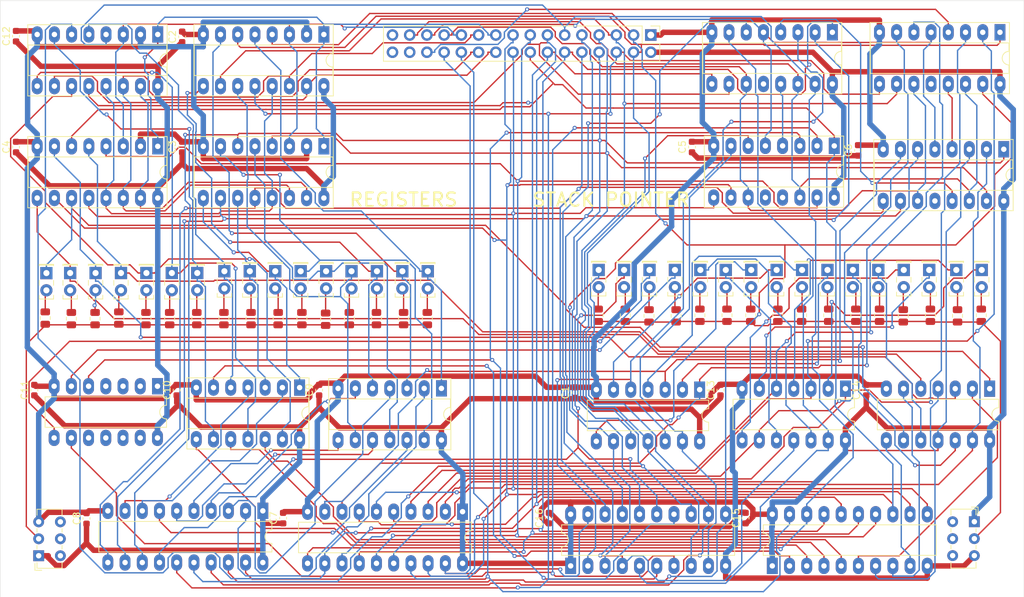
<source format=kicad_pcb>
(kicad_pcb (version 20240108) (generator "pcbnew") (generator_version "8.0")
  (layers (0 "F.Cu" signal) (31 "B.Cu" signal) (34 "B.Paste" user) (35 "F.Paste" user) (36 "B.SilkS" user "B.Silkscreen") (37 "F.SilkS" user "F.Silkscreen") (38 "B.Mask" user) (39 "F.Mask" user) (44 "Edge.Cuts" user))
  (net 0 "")
  (net 1 "Net-(D1-K)")
  (net 2 "VCC")
  (net 3 "Net-(D2-K)")
  (net 4 "Net-(D3-K)")
  (net 5 "Net-(D4-K)")
  (net 6 "Net-(D5-K)")
  (net 7 "Net-(D6-K)")
  (net 8 "Net-(D7-K)")
  (net 9 "Net-(D8-K)")
  (net 10 "Net-(D9-K)")
  (net 11 "Net-(D10-K)")
  (net 12 "Net-(D11-K)")
  (net 13 "Net-(D12-K)")
  (net 14 "Net-(D13-K)")
  (net 15 "Net-(D14-K)")
  (net 16 "Net-(D15-K)")
  (net 17 "Net-(D16-K)")
  (net 18 "Net-(D17-A)")
  (net 19 "Net-(D17-K)")
  (net 20 "Net-(D18-K)")
  (net 21 "Net-(D19-K)")
  (net 22 "Net-(D20-K)")
  (net 23 "Net-(D21-K)")
  (net 24 "Net-(D22-K)")
  (net 25 "Net-(D23-K)")
  (net 26 "Net-(D24-K)")
  (net 27 "Net-(D25-K)")
  (net 28 "Net-(D26-K)")
  (net 29 "Net-(D27-K)")
  (net 30 "Net-(D28-K)")
  (net 31 "Net-(D29-K)")
  (net 32 "Net-(D30-K)")
  (net 33 "Net-(D31-K)")
  (net 34 "Net-(D32-K)")
  (net 35 "Net-(J1-Pin_22)")
  (net 36 "/Transciever1/CE")
  (net 37 "/Transciever/Q11")
  (net 38 "/Transciever/Q14")
  (net 39 "Net-(J1-Pin_29)")
  (net 40 "/Transciever/Q2")
  (net 41 "/Transciever/Q6")
  (net 42 "Net-(J1-Pin_23)")
  (net 43 "/Transciever/Q5")
  (net 46 "/Transciever/Q4")
  (net 47 "/Transciever/Q12")
  (net 48 "/Transciever/Q9")
  (net 49 "/Transciever/Q15")
  (net 50 "Net-(J1-Pin_25)")
  (net 51 "Net-(J1-Pin_27)")
  (net 52 "Net-(J1-Pin_19)")
  (net 53 "Net-(J1-Pin_28)")
  (net 54 "/Transciever/Q0")
  (net 55 "/Transciever/CE")
  (net 56 "Net-(J1-Pin_20)")
  (net 57 "/Transciever/Q1")
  (net 58 "/Transciever/Q3")
  (net 59 "/Transciever/Q8")
  (net 61 "GND")
  (net 62 "/Transciever/Q13")
  (net 63 "/Transciever/Q10")
  (net 64 "/Transciever/Q7")
  (net 65 "Net-(J1-Pin_21)")
  (net 66 "/Transciever/A12")
  (net 67 "/Transciever/A15")
  (net 68 "/Transciever/A13")
  (net 69 "/Transciever/A14")
  (net 70 "/Transciever1/A4")
  (net 71 "/Transciever1/A5")
  (net 72 "/Transciever1/A2")
  (net 73 "/Transciever1/A1")
  (net 74 "/Transciever1/A0")
  (net 75 "/Transciever1/A11")
  (net 76 "/Transciever1/A3")
  (net 77 "/Transciever1/A10")
  (net 78 "/Transciever1/A15")
  (net 79 "/Transciever1/A8")
  (net 80 "/Transciever1/A14")
  (net 81 "/Transciever1/A6")
  (net 82 "/Transciever1/A9")
  (net 83 "/Transciever1/A7")
  (net 84 "/Transciever1/A13")
  (net 85 "/Transciever1/A12")
  (net 86 "Net-(U11-Rc)")
  (net 89 "Net-(U12-Rc)")
  (net 90 "Net-(U13-Rc)")
  (net 93 "/Transciever/A4")
  (net 94 "/Transciever/A1")
  (net 95 "/Transciever/A0")
  (net 96 "/Transciever/A6")
  (net 97 "/Transciever/A3")
  (net 98 "/Transciever/A7")
  (net 99 "/Transciever/A5")
  (net 100 "/Transciever/A2")
  (net 101 "/Transciever/A8")
  (net 102 "/Transciever/A11")
  (net 103 "/Transciever/A10")
  (net 104 "/Transciever/A9")
  (net 105 "Net-(D1-A)")
  (net 106 "Net-(D2-A)")
  (net 107 "Net-(D3-A)")
  (net 108 "Net-(D4-A)")
  (net 109 "Net-(D5-A)")
  (net 110 "Net-(D6-A)")
  (net 111 "Net-(D7-A)")
  (net 112 "Net-(D8-A)")
  (net 113 "Net-(D9-A)")
  (net 114 "Net-(D10-A)")
  (net 115 "Net-(D11-A)")
  (net 116 "Net-(D12-A)")
  (net 117 "Net-(D13-A)")
  (net 118 "Net-(D14-A)")
  (net 119 "Net-(D15-A)")
  (net 120 "Net-(D16-A)")
  (net 121 "Net-(D18-A)")
  (net 122 "Net-(D19-A)")
  (net 123 "Net-(D20-A)")
  (net 124 "Net-(D21-A)")
  (net 125 "Net-(D22-A)")
  (net 126 "Net-(D23-A)")
  (net 127 "Net-(D24-A)")
  (net 128 "Net-(D25-A)")
  (net 129 "Net-(D26-A)")
  (net 130 "Net-(D27-A)")
  (net 131 "Net-(D28-A)")
  (net 132 "Net-(D29-A)")
  (net 133 "Net-(D30-A)")
  (net 134 "Net-(D31-A)")
  (net 135 "Net-(D32-A)")
  (net 136 "Net-(SW1-B)")
  (net 137 "Net-(SW2-B)")
  (footprint "Resistor_SMD:R_0805_2012Metric" (layer "F.Cu") (at 152.7 122.9125 -90)
    (property "Reference" "R7" (hide yes))
    (property "Value" "R")
  )
  (footprint "LED_THT:LED_Rectangular_W5.0mm_H2.0mm" (layer "F.Cu") (at 63.57 116.4175 -90)
    (property "Reference" "D9" (hide yes))
    (property "Value" "LED")
  )
  (footprint "Package_DIP:DIP-16_W7.62mm_Socket_LongPads" (layer "F.Cu") (at 153.52 97.93 -90)
    (property "Reference" "U14" (hide yes))
    (property "Value" "74LS191")
  )
  (footprint "Package_DIP:DIP-16_W7.62mm_Socket_LongPads" (layer "F.Cu") (at 177.96 81.18 -90)
    (property "Reference" "U11" (hide yes))
    (property "Value" "74LS191")
  )
  (footprint "Resistor_SMD:R_0805_2012Metric" (layer "F.Cu") (at 86 123.4125 -90)
    (property "Reference" "R19" (hide yes))
    (property "Value" "R")
  )
  (footprint "LED_THT:LED_Rectangular_W5.0mm_H2.0mm" (layer "F.Cu") (at 133.77 116.2325 -90)
    (property "Reference" "D28" (hide yes))
    (property "Value" "LED")
  )
  (footprint "Resistor_SMD:R_0805_2012Metric" (layer "F.Cu") (at 145.2 122.9125 -90)
    (property "Reference" "R9" (hide yes))
    (property "Value" "R")
  )
  (footprint "Resistor_SMD:R_0805_2012Metric" (layer "F.Cu") (at 160.2 122.9125 -90)
    (property "Reference" "R5" (hide yes))
    (property "Value" "R")
  )
  (footprint "Resistor_SMD:R_0805_2012Metric" (layer "F.Cu") (at 137.7 122.9125 -90)
    (property "Reference" "R11" (hide yes))
    (property "Value" "R")
  )
  (footprint "Capacitor_SMD:C_0603_1608Metric" (layer "F.Cu") (at 56.54 133.95 90)
    (property "Reference" "C10")
    (property "Value" "C")
  )
  (footprint "Resistor_SMD:R_0805_2012Metric" (layer "F.Cu") (at 156.7 122.9125 -90)
    (property "Reference" "R6" (hide yes))
    (property "Value" "R")
  )
  (footprint "Capacitor_SMD:C_0603_1608Metric" (layer "F.Cu") (at 136.74 133.95 90)
    (property "Reference" "C13")
    (property "Value" "C")
  )
  (footprint "LED_THT:LED_Rectangular_W5.0mm_H2.0mm" (layer "F.Cu") (at 145.02 116.2325 -90)
    (property "Reference" "D25" (hide yes))
    (property "Value" "LED")
  )
  (footprint "LED_THT:LED_Rectangular_W5.0mm_H2.0mm" (layer "F.Cu") (at 59.57 116.6825 -90)
    (property "Reference" "D10" (hide yes))
    (property "Value" "LED")
  )
  (footprint "Package_DIP:DIP-20_W7.62mm_LongPads" (layer "F.Cu") (at 98.7 151.88 -90)
    (property "Reference" "U17" (hide yes))
    (property "Value" "74LS245")
  )
  (footprint "Package_DIP:DIP-16_W7.62mm_Socket_LongPads" (layer "F.Cu") (at 178.52 98.43 -90)
    (property "Reference" "U12" (hide yes))
    (property "Value" "74LS191")
  )
  (footprint "Resistor_SMD:R_0805_2012Metric" (layer "F.Cu") (at 75 123.4125 -90)
    (property "Reference" "R22" (hide yes))
    (property "Value" "R")
  )
  (footprint "LED_THT:LED_Rectangular_W5.0mm_H2.0mm" (layer "F.Cu") (at 148.77 116.2325 -90)
    (property "Reference" "D24" (hide yes))
    (property "Value" "LED")
  )
  (footprint "Resistor_SMD:R_0805_2012Metric" (layer "F.Cu") (at 163.7 123 -90)
    (property "Reference" "R4" (hide yes))
    (property "Value" "R")
  )
  (footprint "LED_THT:LED_Rectangular_W5.0mm_H2.0mm" (layer "F.Cu") (at 122.52 116.2325 -90)
    (property "Reference" "D31" (hide yes))
    (property "Value" "LED")
  )
  (footprint "LED_THT:LED_Rectangular_W5.0mm_H2.0mm" (layer "F.Cu") (at 118.77 116.2325 -90)
    (property "Reference" "D32" (hide yes))
    (property "Value" "LED")
  )
  (footprint "Capacitor_SMD:C_0603_1608Metric" (layer "F.Cu") (at 115.315 134.315 90)
    (property "Reference" "C1")
    (property "Value" "C")
  )
  (footprint "Resistor_SMD:R_0805_2012Metric" (layer "F.Cu") (at 118.7 122.9125 -90)
    (property "Reference" "R16" (hide yes))
    (property "Value" "R")
  )
  (footprint "Capacitor_SMD:C_0603_1608Metric" (layer "F.Cu") (at 158.24 133.95 90)
    (property "Reference" "C14")
    (property "Value" "C")
  )
  (footprint "Resistor_SMD:R_0805_2012Metric" (layer "F.Cu") (at 90 123.4125 -90)
    (property "Reference" "R18" (hide yes))
    (property "Value" "R")
  )
  (footprint "LED_THT:LED_Rectangular_W5.0mm_H2.0mm" (layer "F.Cu") (at 55.82 116.6825 -90)
    (property "Reference" "D11" (hide yes))
    (property "Value" "LED")
  )
  (footprint "Resistor_SMD:R_0805_2012Metric" (layer "F.Cu") (at 44.5 123.4125 -90)
    (property "Reference" "R30" (hide yes))
    (property "Value" "R")
  )
  (footprint "Resistor_SMD:R_0805_2012Metric" (layer "F.Cu") (at 52 123.4125 -90)
    (property "Reference" "R28" (hide yes))
    (property "Value" "R")
  )
  (footprint "Resistor_SMD:R_0805_2012Metric" (layer "F.Cu") (at 148.7 122.9125 -90)
    (property "Reference" "R8" (hide yes))
    (property "Value" "R")
  )
  (footprint "LED_THT:LED_Rectangular_W5.0mm_H2.0mm" (layer "F.Cu") (at 52.07 116.6825 -90)
    (property "Reference" "D12" (hide yes))
    (property "Value" "LED")
  )
  (footprint "LED_THT:LED_Rectangular_W5.0mm_H2.0mm" (layer "F.Cu") (at 152.52 116.2325 -90)
    (property "Reference" "D23" (hide yes))
    (property "Value" "LED")
  )
  (footprint "LED_THT:LED_Rectangular_W5.0mm_H2.0mm" (layer "F.Cu") (at 175.27 116.2325 -90)
    (property "Reference" "D17" (hide yes))
    (property "Value" "LED")
  )
  (footprint "Capacitor_SMD:C_0603_1608Metric" (layer "F.Cu") (at 35.54 133.95 90)
    (property "Reference" "C11")
    (property "Value" "C")
  )
  (footprint "Resistor_SMD:R_0805_2012Metric" (layer "F.Cu") (at 48 123.325 -90)
    (property "Reference" "R29" (hide yes))
    (property "Value" "R")
  )
  (footprint "Resistor_SMD:R_0805_2012Metric" (layer "F.Cu") (at 78.5 123.5 -90)
    (property "Reference" "R21" (hide yes))
    (property "Value" "R")
  )
  (footprint "Resistor_SMD:R_0805_2012Metric" (layer "F.Cu") (at 93.5 123.4125 -90)
    (property "Reference" "R17" (hide yes))
    (property "Value" "R")
  )
  (footprint "Resistor_SMD:R_0805_2012Metric" (layer "F.Cu") (at 171.7 123 -90)
    (property "Reference" "R2" (hide yes))
    (property "Value" "R")
  )
  (footprint "Resistor_SMD:R_0805_2012Metric" (layer "F.Cu") (at 71.5 123.4125 -90)
    (property "Reference" "R23" (hide yes))
    (property "Value" "R")
  )
  (footprint "Resistor_SMD:R_0805_2012Metric" (layer "F.Cu") (at 55.5 123.4125 -90)
    (property "Reference" "R27" (hide yes))
    (property "Value" "R")
  )
  (footprint "LED_THT:LED_Rectangular_W5.0mm_H2.0mm" (layer "F.Cu") (at 126.27 116.2325 -90)
    (property "Reference" "D30" (hide yes))
    (property "Value" "LED")
  )
  (footprint "Capacitor_SMD:C_0603_1608Metric" (layer "F.Cu") (at 57.34 98.1 90)
    (property "Reference" "C3")
    (property "Value" "C")
  )
  (footprint "Button_Switch_THT:SW_E-Switch_EG1271_SPDT" (layer "F.Cu") (at 174.18 153.3625 -90)
    (property "Reference" "SW1" (hide yes))
    (property "Value" "SW_SPDT")
  )
  (footprint "Package_DIP:DIP-14_W7.62mm_Socket_LongPads" (layer "F.Cu") (at 74.665 133.58 -90)
    (property "Reference" "U2" (hide yes))
    (property "Value" "74LS04")
  )
  (footprint "Connector_PinHeader_2.54mm:PinHeader_2x16_P2.54mm_Vertical" (layer "F.Cu") (at 126.46 81.58 -90)
    (property "Reference" "J1" (hide yes))
    (property "Value" "ALU to Registers")
  )
  (footprint "LED_THT:LED_Rectangular_W5.0mm_H2.0mm" (layer "F.Cu") (at 93.57 116.4175 -90)
    (property "Reference" "D1" (hide yes))
    (property "Value" "LED")
  )
  (footprint "Resistor_SMD:R_0805_2012Metric" (layer "F.Cu") (at 59.5 123.4125 -90)
    (property "Reference" "R26" (hide yes))
    (property "Value" "R")
  )
  (footprint "Package_DIP:DIP-16_W7.62mm_Socket_LongPads" (layer "F.Cu") (at 78.24 81.5 -90)
    (property "Reference" "U7" (hide yes))
    (property "Value" "~")
  )
  (footprint "Capacitor_SMD:C_0603_1608Metric" (layer "F.Cu") (at 32.84 81.75 90)
    (property "Reference" "C12")
    (property "Value" "C")
  )
  (footprint "LED_THT:LED_Rectangular_W5.0mm_H2.0mm" (layer "F.Cu") (at 163.77 116.2325 -90)
    (property "Reference" "D20" (hide yes))
    (property "Value" "LED")
  )
  (footprint "Resistor_SMD:R_0805_2012Metric" (layer "F.Cu") (at 122.7 122.9125 -90)
    (property "Reference" "R15" (hide yes))
    (property "Value" "R")
  )
  (footprint "LED_THT:LED_Rectangular_W5.0mm_H2.0mm" (layer "F.Cu") (at 86.07 116.4175 -90)
    (property "Reference" "D3" (hide yes))
    (property "Value" "LED")
  )
  (footprint "Capacitor_SMD:C_0603_1608Metric" (layer "F.Cu") (at 43.235 152.88 90)
    (property "Reference" "C8")
    (property "Value" "C")
  )
  (footprint "Resistor_SMD:R_0805_2012Metric" (layer "F.Cu") (at 67.5 123.4125 -90)
    (property "Reference" "R24" (hide yes))
    (property "Value" "R")
  )
  (footprint "Resistor_SMD:R_0805_2012Metric" (layer "F.Cu") (at 130.2 123 -90)
    (property "Reference" "R13" (hide yes))
    (property "Value" "R")
  )
  (footprint "LED_THT:LED_Rectangular_W5.0mm_H2.0mm" (layer "F.Cu") (at 82.32 116.4175 -90)
    (property "Reference" "D4" (hide yes))
    (property "Value" "LED")
  )
  (footprint "LED_THT:LED_Rectangular_W5.0mm_H2.0mm" (layer "F.Cu") (at 137.52 116.2325 -90)
    (property "Reference" "D27" (hide yes))
    (property "Value" "LED")
  )
  (footprint "Capacitor_SMD:C_0603_1608Metric" (layer "F.Cu") (at 140.435 152.83 90)
    (property "Reference" "C15")
    (property "Value" "C")
  )
  (footprint "Capacitor_SMD:C_0603_1608Metric" (layer "F.Cu") (at 72.235 152.83 90)
    (property "Reference" "C7")
    (property "Value" "C")
  )
  (footprint "LED_THT:LED_Rectangular_W5.0mm_H2.0mm" (layer "F.Cu") (at 141.27 116.2325 -90)
    (property "Reference" "D26" (hide yes))
    (property "Value" "LED")
  )
  (footprint "Package_DIP:DIP-14_W7.62mm_LongPads" (layer "F.Cu") (at 53.7 133.38 -90)
    (property "Reference" "U6" (hide yes))
    (property "Value" "74LS04")
  )
  (footprint "Capacitor_SMD:C_0603_1608Metric" (layer "F.Cu") (at 157.04 98.6 90)
    (property "Reference" "C6")
    (property "Value" "C")
  )
  (footprint "Capacitor_SMD:C_0603_1608Metric" (layer "F.Cu") (at 132.54 98.1 90)
    (property "Reference" "C5")
    (property "Value" "C")
  )
  (footprint "LED_THT:LED_Rectangular_W5.0mm_H2.0mm" (layer "F.Cu") (at 167.52 116.2325 -90)
    (property "Reference" "D19" (hide yes))
    (property "Value" "LED")
  )
  (footprint "Package_DIP:DIP-16_W7.62mm_Socket_LongPads" (layer "F.Cu") (at 53.74 98 -90)
    (property "Reference" "U10" (hide yes))
    (property "Value" "~")
  )
  (footprint "Resistor_SMD:R_0805_2012Metric" (layer "F.Cu") (at 37.15 123.325 -90)
    (property "Reference" "R32" (hide yes))
    (property "Value" "R")
  )
  (footprint "Capacitor_SMD:C_0603_1608Metric" (layer "F.Cu") (at 57.34 81.85 90)
    (property "Reference" "C2")
    (property "Value" "C")
  )
  (footprint "LED_THT:LED_Rectangular_W5.0mm_H2.0mm" (layer "F.Cu") (at 160.02 116.2325 -90)
    (property "Reference" "D21" (hide yes))
    (property "Value" "LED")
  )
  (footprint "Resistor_SMD:R_0805_2012Metric" (layer "F.Cu") (at 133.7 122.9125 -90)
    (property "Reference" "R12" (hide yes))
    (property "Value" "R")
  )
  (footprint "Resistor_SMD:R_0805_2012Metric" (layer "F.Cu") (at 167.7 122.9125 -90)
    (property "Reference" "R3" (hide yes))
    (property "Value" "R")
  )
  (footprint "Package_DIP:DIP-20_W7.62mm_LongPads" (layer "F.Cu") (at 69.24 151.76 -90)
    (property "Reference" "U15" (hide yes))
    (property "Value" "74LS245")
  )
  (footprint "Capacitor_SMD:C_0603_1608Metric" (layer "F.Cu") (at 32.84 98.1 90)
    (property "Reference" "C4")
    (property "Value" "C")
  )
  (footprint "Package_DIP:DIP-14_W7.62mm_LongPads" (layer "F.Cu") (at 155.165 133.74 -90)
    (property "Reference" "U4" (hide yes))
    (property "Value" "74LS04")
  )
  (footprint "Resistor_SMD:R_0805_2012Metric" (layer "F.Cu") (at 82 123.4125 -90)
    (property "Reference" "R20" (hide yes))
    (property "Value" "R")
  )
  (footprint "Resistor_SMD:R_0805_2012Metric" (layer "F.Cu") (at 141.2 122.9125 -90)
    (property "Reference" "R10" (hide yes))
    (property "Value" "R")
  )
  (footprint "Package_DIP:DIP-16_W7.62mm_Socket_LongPads" (layer "F.Cu") (at 78.24 98 -90)
    (property "Reference" "U8" (hide yes))
    (property "Value" "~")
  )
  (footprint "LED_THT:LED_Rectangular_W5.0mm_H2.0mm" (layer "F.Cu") (at 40.82 116.6825 -90)
    (property "Reference" "D15" (hide yes))
    (property "Value" "LED")
  )
  (footprint "Resistor_SMD:R_0805_2012Metric" (layer "F.Cu") (at 63.5 123.4125 -90)
    (property "Reference" "R25" (hide yes))
    (property "Value" "R")
  )
  (footprint "Package_DIP:DIP-14_W7.62mm_Socket_LongPads" (layer "F.Cu") (at 95.58 133.7 -90)
    (property "Reference" "U1" (hide yes))
    (property "Value" "74LS04")
  )
  (footprint "Package_DIP:DIP-20_W7.62mm_LongPads" (layer "F.Cu") (at 114.64 159.88 90)
    (property "Reference" "U18" (hide yes))
    (property "Value" "74LS245")
  )
  (footprint "LED_THT:LED_Rectangular_W5.0mm_H2.0mm" (layer "F.Cu") (at 78.57 116.4175 -90)
    (property "Reference" "D5" (hide yes))
    (property "Value" "LED")
  )
  (footprint "LED_THT:LED_Rectangular_W5.0mm_H2.0mm" (layer "F.Cu") (at 171.52 116.2325 -90)
    (property "Reference" "D18" (hide yes))
    (property "Value" "LED")
  )
  (footprint "Package_DIP:DIP-14_W7.62mm_LongPads" (layer "F.Cu") (at 176.44 133.74 -90)
    (property "Reference" "U3" (hide yes))
    (property "Value" "74LS04")
  )
  (footprint "Resistor_SMD:R_0805_2012Metric" (layer "F.Cu") (at 126.2 123 -90)
    (property "Reference" "R14" (hide yes))
    (property "Value" "R")
  )
  (footprint "LED_THT:LED_Rectangular_W5.0mm_H2.0mm" (layer "F.Cu") (at 37.32 116.6925 -90)
    (property "Reference" "D16" (hide yes))
    (property "Value" "LED")
  )
  (footprint "Resistor_SMD:R_0805_2012Metric" (layer "F.Cu") (at 175.2 122.9125 -90)
    (property "Reference" "R1" (hide yes))
    (property "Value" "R")
  )
  (footprint "Resistor_SMD:R_0805_2012Metric" (layer "F.Cu") (at 41 123.4125 -90)
    (property "Reference" "R31" (hide yes))
    (property "Value" "R")
  )
  (footprint "Package_DIP:DIP-16_W7.62mm_Socket_LongPads" (layer "F.Cu") (at 153.24 81.18 -90)
    (property "Reference" "U13" (hide yes))
    (property "Value" "74LS191")
  )
  (footprint "LED_THT:LED_Rectangular_W5.0mm_H2.0mm" (layer "F.Cu") (at 48.32 116.6825 -90)
    (property "Reference" "D13" (hide yes))
    (property "Value" "LED")
  )
  (footprint "LED_THT:LED_Rectangular_W5.0mm_H2.0mm" (layer "F.Cu") (at 71.07 116.4175 -90)
    (property "Reference" "D7" (hide yes))
    (property "Value" "LED")
  )
  (footprint "Package_DIP:DIP-14_W7.62mm_LongPads" (layer "F.Cu") (at 133.665 133.88 -90)
    (property "Reference" "U5" (hide yes))
    (property "Value" "74LS04")
  )
  (footprint "Capacitor_SMD:C_0603_1608Metric" (layer "F.Cu") (at 77.54 133.95 90)
    (property "Reference" "C9")
    (property "Value" "C")
  )
  (footprint "LED_THT:LED_Rectangular_W5.0mm_H2.0mm" (layer "F.Cu") (at 130.02 116.2325 -90)
    (property "Reference" "D29" (hide yes))
    (property "Value" "LED")
  )
  (footprint "Button_Switch_THT:SW_E-Switch_EG1271_SPDT" (layer "F.Cu") (at 36.18 158.38 90)
    (property "Reference" "SW2" (hide yes))
    (property "Value" "SW_SPDT")
  )
  (footprint "LED_THT:LED_Rectangular_W5.0mm_H2.0mm" (layer "F.Cu") (at 89.82 116.4175 -90)
    (property "Reference" "D2" (hide yes))
    (property "Value" "LED")
  )
  (footprint "LED_THT:LED_Rectangular_W5.0mm_H2.0mm" (layer "F.Cu") (at 44.57 116.6825 -90)
    (property "Reference" "D14" (hide yes))
    (property "Value" "LED")
  )
  (footprint "Capacitor_SMD:C_0603_1608Metric" (layer "F.Cu") (at 111.435 152.83 90)
    (property "Reference" "C16")
    (property "Value" "C")
  )
  (footprint "LED_THT:LED_Rectangular_W5.0mm_H2.0mm" (layer "F.Cu") (at 156.27 116.2325 -90)
    (property "Reference" "D22" (hide yes))
    (property "Value" "LED")
  )
  (footprint "LED_THT:LED_Rectangular_W5.0mm_H2.0mm" (layer "F.Cu") (at 74.82 116.4175 -90)
    (property "Reference" "D6" (hide yes))
    (property "Value" "LED")
  )
  (footprint "LED_THT:LED_Rectangular_W5.0mm_H2.0mm" (layer "F.Cu") (at 67.32 116.4175 -90)
    (property "Reference" "D8" (hide yes))
    (property "Value" "LED")
  )
  (footprint "Package_DIP:DIP-20_W7.62mm_LongPads" (layer "F.Cu") (at 144.38 159.88 90)
    (property "Reference" "U16" (hide yes))
    (property "Value" "74LS245")
  )
  (footprint "Package_DIP:DIP-16_W7.62mm_Socket_LongPads" (layer "F.Cu") (at 53.74 81.5 -90)
    (property "Reference" "U9" (hide yes))
    (property "Value" "~")
  )
  (gr_rect (start 30.5 76.5) (end 181.5 164.5) (stroke (width 0.05)) (fill none) (layer "Edge.Cuts"))
  (gr_text "REGISTERS" (at 81.84 107.05 0) (layer "F.SilkS") (effects (font (size 2 2) (thickness 0.3)) (justify left bottom)))
  (gr_text "STACK POINTER" (at 108.84 107.05 0) (layer "F.SilkS") (effects (font (size 2 2) (thickness 0.3)) (justify left bottom)))
  (segment (start 93.57 116.4175) (end 92.3683 116.4175) (width 0.2) (layer "B.Cu") (net 1))
  (segment (start 93.57 117.6192) (end 93.9455 117.6192) (width 0.2) (layer "B.Cu") (net 1))
  (segment (start 76.97 106.3161) (end 78.1843 107.5304) (width 0.2) (layer "B.Cu") (net 1))
  (segment (start 92.3683 116.1497) (end 92.3683 116.4175) (width 0.2) (layer "B.Cu") (net 1))
  (segment (start 83.749 107.5304) (end 92.3683 116.1497) (width 0.2) (layer "B.Cu") (net 1))
  (segment (start 71.89 86.8117) (end 71.89 99.78) (width 0.2) (layer "B.Cu") (net 1))
  (segment (start 71.89 99.78) (end 76.97 104.86) (width 0.2) (layer "B.Cu") (net 1))
  (segment (start 93.9455 117.6192) (end 95.58 119.2537) (width 0.2) (layer "B.Cu") (net 1))
  (segment (start 78.1843 107.5304) (end 83.749 107.5304) (width 0.2) (layer "B.Cu") (net 1))
  (segment (start 95.58 119.2537) (end 95.58 133.7) (width 0.2) (layer "B.Cu") (net 1))
  (segment (start 93.57 116.4175) (end 93.57 117.6192) (width 0.2) (layer "B.Cu") (net 1))
  (segment (start 68.08 83.0017) (end 71.89 86.8117) (width 0.2) (layer "B.Cu") (net 1))
  (segment (start 76.97 104.86) (end 76.97 106.3161) (width 0.2) (layer "B.Cu") (net 1))
  (segment (start 68.08 81.5) (end 68.08 83.0017) (width 0.2) (layer "B.Cu") (net 1))
  (segment (start 56.8119 136.0864) (end 60.1238 139.3983) (width 0.8) (layer "F.Cu") (net 2))
  (segment (start 133.665 141.5) (end 133.665 139.6983) (width 0.8) (layer "F.Cu") (net 2))
  (segment (start 35.54 134.725) (end 40.0133 139.1983) (width 0.8) (layer "F.Cu") (net 2))
  (segment (start 110.3383 151.4891) (end 111.3691 150.4583) (width 0.8) (layer "F.Cu") (net 2))
  (segment (start 133.665 139.6983) (end 133.665 137.9839) (width 0.8) (layer "F.Cu") (net 2))
  (segment (start 110.3383 152.676) (end 110.3383 151.4891) (width 0.8) (layer "F.Cu") (net 2))
  (segment (start 140.4838 150.4583) (end 141.5126 151.4871) (width 0.8) (layer "F.Cu") (net 2))
  (segment (start 69.24 151.76) (end 69.24 153.5617) (width 0.8) (layer "F.Cu") (net 2))
  (segment (start 53.7142 86.1992) (end 36.5142 86.1992) (width 0.8) (layer "F.Cu") (net 2))
  (segment (start 43.235 156.5174) (end 43.235 153.655) (width 0.8) (layer "F.Cu") (net 2))
  (segment (start 69.24 157.5783) (end 44.2959 157.5783) (width 0.8) (layer "F.Cu") (net 2))
  (segment (start 75.6959 101.2742) (end 58.0858 101.2742) (width 0.8) (layer "F.Cu") (net 2))
  (segment (start 54.0501 103.8183) (end 53.74 103.8183) (width 0.8) (layer "F.Cu") (net 2))
  (segment (start 133.665 137.9839) (end 132.4479 136.7668) (width 0.8) (layer "F.Cu") (net 2))
  (segment (start 153.24 88.8) (end 153.24 86.9983) (width 0.8) (layer "F.Cu") (net 2))
  (segment (start 157.04 99.375) (end 154.9217 99.375) (width 0.8) (layer "F.Cu") (net 2))
  (segment (start 127.9117 84.12) (end 150.3617 84.12) (width 0.8) (layer "F.Cu") (net 2))
  (segment (start 78.24 103.8183) (end 75.6959 101.2742) (width 0.8) (layer "F.Cu") (net 2))
  (segment (start 133.3967 99.7317) (end 154.6534 99.7317) (width 0.8) (layer "F.Cu") (net 2))
  (segment (start 141.5126 151.4871) (end 141.5126 152.26) (width 0.8) (layer "F.Cu") (net 2))
  (segment (start 144.38 152.26) (end 141.5126 152.26) (width 0.8) (layer "F.Cu") (net 2))
  (segment (start 115.315 135.2188) (end 99.8795 135.2188) (width 0.8) (layer "F.Cu") (net 2))
  (segment (start 57.34 100.5284) (end 57.34 98.875) (width 0.8) (layer "F.Cu") (net 2))
  (segment (start 37.5817 158.6428) (end 38.7584 159.8195) (width 0.8) (layer "F.Cu") (net 2))
  (segment (start 136.74 134.725) (end 136.74 135.126) (width 0.8) (layer "F.Cu") (net 2))
  (segment (start 154.9217 99.4634) (end 154.9217 99.375) (width 0.8) (layer "F.Cu") (net 2))
  (segment (start 56.54 135.8145) (end 56.54 134.725) (width 0.8) (layer "F.Cu") (net 2))
  (segment (start 72.235 153.605) (end 69.2833 153.605) (width 0.8) (layer "F.Cu") (net 2))
  (segment (start 115.315 135.2188) (end 115.315 135.09) (width 0.8) (layer "F.Cu") (net 2))
  (segment (start 136.74 135.126) (end 133.8821 137.9839) (width 0.8) (layer "F.Cu") (net 2))
  (segment (start 177.96 88.8) (end 177.96 86.9983) (width 0.8) (layer "F.Cu") (net 2))
  (segment (start 74.665 141.2) (end 74.665 139.3983) (width 0.8) (layer "F.Cu") (net 2))
  (segment (start 53.74 103.8183) (end 37.7833 103.8183) (width 0.8) (layer "F.Cu") (net 2))
  (segment (start 53.7 141) (end 53.7 139.1983) (width 0.8) (layer "F.Cu") (net 2))
  (segment (start 58.0858 101.2742) (end 57.34 100.5284) (width 0.8) (layer "F.Cu") (net 2))
  (segment (start 37.5817 158.38) (end 37.5817 158.6428) (width 0.8) (layer "F.Cu") (net 2))
  (segment (start 57.34 100.5284) (end 54.0501 103.8183) (width 0.8) (layer "F.Cu") (net 2))
  (segment (start 53.786 89.074) (end 53.786 86.271) (width 0.8) (layer "F.Cu") (net 2))
  (segment (start 161.315 139.5583) (end 158.24 136.4833) (width 0.8) (layer "F.Cu") (net 2))
  (segment (start 38.7584 159.8195) (end 39.9329 159.8195) (width 0.8) (layer "F.Cu") (net 2))
  (segment (start 53.786 86.271) (end 53.74 86.225) (width 0.8) (layer "F.Cu") (net 2))
  (segment (start 95.58 141.32) (end 95.58 139.5183) (width 0.8) (layer "F.Cu") (net 2))
  (segment (start 53.7 139.1983) (end 56.8119 136.0864) (width 0.8) (layer "F.Cu") (net 2))
  (segment (start 36.5142 86.1992) (end 32.84 82.525) (width 0.8) (layer "F.Cu") (net 2))
  (segment (start 60.1238 139.3983) (end 74.665 139.3983) (width 0.8) (layer "F.Cu") (net 2))
  (segment (start 176.44 141.36) (end 176.44 139.5583) (width 0.8) (layer "F.Cu") (net 2))
  (segment (start 141.5126 152.6228) (end 140.5304 153.605) (width 0.8) (layer "F.Cu") (net 2))
  (segment (start 74.665 139.3983) (end 77.54 136.5233) (width 0.8) (layer "F.Cu") (net 2))
  (segment (start 154.6534 99.7317) (end 154.9217 99.4634) (width 0.8) (layer "F.Cu") (net 2))
  (segment (start 114.64 152.26) (end 114.64 150.4583) (width 0.8) (layer "F.Cu") (net 2))
  (segment (start 177.96 86.9983) (end 153.24 86.9983) (width 0.8) (layer "F.Cu") (net 2))
  (segment (start 77.54 136.5233) (end 77.54 134.725) (width 0.8) (layer "F.Cu") (net 2))
  (segment (start 141.5126 152.26) (end 141.5126 152.6228) (width 0.8) (layer "F.Cu") (net 2))
  (segment (start 53.74 89.12) (end 53.786 89.074) (width 0.8) (layer "F.Cu") (net 2))
  (segment (start 98.7 159.5) (end 114.26 159.5) (width 0.8) (layer "F.Cu") (net 2))
  (segment (start 99.8795 135.2188) (end 95.58 139.5183) (width 0.8) (layer "F.Cu") (net 2))
  (segment (start 118.0359 136.7668) (end 116.4879 135.2188) (width 0.8) (layer "F.Cu") (net 2))
  (segment (start 111.2673 153.605) (end 110.3383 152.676) (width 0.8) (layer "F.Cu") (net 2))
  (segment (start 114.64 150.4583) (end 140.4838 150.4583) (width 0.8) (layer "F.Cu") (net 2))
  (segment (start 116.4879 135.2188) (end 115.315 135.2188) (width 0.8) (layer "F.Cu") (net 2))
  (segment (start 126.46 84.12) (end 127.9117 84.12) (width 0.8) (layer "F.Cu") (net 2))
  (segment (start 53.74 105.62) (end 53.74 103.8183) (width 0.8) (layer "F.Cu") (net 2))
  (segment (start 133.8821 137.9839) (end 133.665 137.9839) (width 0.8) (layer "F.Cu") (net 2))
  (segment (start 158.24 136.4833) (end 158.24 134.725) (width 0.8) (layer "F.Cu") (net 2))
  (segment (start 95.58 139.5183) (end 80.535 139.5183) (width 0.8) (layer "F.Cu") (net 2))
  (segment (start 37.7833 103.8183) (end 32.84 98.875) (width 0.8) (layer "F.Cu") (net 2))
  (segment (start 39.9329 159.8195) (end 43.235 156.5174) (width 0.8) (layer "F.Cu") (net 2))
  (segment (start 56.8119 136.0864) (end 56.54 135.8145) (width 0.8) (layer "F.Cu") (net 2))
  (segment (start 57.34 82.625) (end 53.74 86.225) (width 0.8) (layer "F.Cu") (net 2))
  (segment (start 78.24 105.62) (end 78.24 103.8183) (width 0.8) (layer "F.Cu") (net 2))
  (segment (start 155.165 141.36) (end 155.165 139.5583) (width 0.8) (layer "F.Cu") (net 2))
  (segment (start 44.2959 157.5783) (end 43.235 156.5174) (width 0.8) (layer "F.Cu") (net 2))
  (segment (start 53.74 86.225) (end 53.7142 86.1992) (width 0.8) (layer "F.Cu") (net 2))
  (segment (start 36.18 158.38) (end 37.5817 158.38) (width 0.8) (layer "F.Cu") (net 2))
  (segment (start 69.24 159.38) (end 69.24 157.5783) (width 0.8) (layer "F.Cu") (net 2))
  (segment (start 80.535 139.5183) (end 77.54 136.5233) (width 0.8) (layer "F.Cu") (net 2))
  (segment (start 69.2833 153.605) (end 69.24 153.5617) (width 0.8) (layer "F.Cu") (net 2))
  (segment (start 155.165 139.5583) (end 158.24 136.4833) (width 0.8) (layer "F.Cu") (net 2))
  (segment (start 132.4479 136.7668) (end 118.0359 136.7668) (width 0.8) (layer "F.Cu") (net 2))
  (segment (start 176.44 139.5583) (end 161.315 139.5583) (width 0.8) (layer "F.Cu") (net 2))
  (segment (start 140.5304 153.605) (end 140.435 153.605) (width 0.8) (layer "F.Cu") (net 2))
  (segment (start 40.0133 139.1983) (end 53.7 139.1983) (width 0.8) (layer "F.Cu") (net 2))
  (segment (start 111.3691 150.4583) (end 114.64 150.4583) (width 0.8) (layer "F.Cu") (net 2))
  (segment (start 111.435 153.605) (end 111.2673 153.605) (width 0.8) (layer "F.Cu") (net 2))
  (segment (start 132.54 98.875) (end 133.3967 99.7317) (width 0.8) (layer "F.Cu") (net 2))
  (segment (start 150.3617 84.12) (end 153.24 86.9983) (width 0.8) (layer "F.Cu") (net 2))
  (segment (start 114.26 159.5) (end 114.64 159.88) (width 0.8) (layer "F.Cu") (net 2))
  (via (at 154.9217 99.375) (size 0.6) (drill 0.3) (layers "F.Cu" "B.Cu") (net 2))
  (segment (start 78.24 105.62) (end 78.24 103.8183) (width 0.8) (layer "B.Cu") (net 2))
  (segment (start 144.38 150.4583) (end 147.8684 150.4583) (width 0.8) (layer "B.Cu") (net 2))
  (segment (start 79.6417 92.3234) (end 78.24 90.9217) (width 0.8) (layer "B.Cu") (net 2))
  (segment (start 154.9217 102.3466) (end 153.52 103.7483) (width 0.8) (layer "B.Cu") (net 2))
  (segment (start 69.24 149.9583) (end 74.665 144.5333) (width 0.8) (layer "B.Cu") (net 2))
  (segment (start 98.7 157.6983) (end 98.7 151.88) (width 0.8) (layer "B.Cu") (net 2))
  (segment (start 176.44 139.5583) (end 178.52 137.4783) (width 0.8) (layer "B.Cu") (net 2))
  (segment (start 147.8684 150.4583) (end 155.165 143.1617) (width 0.8) (layer "B.Cu") (net 2))
  (segment (start 98.7 150.0783) (end 98.7418 150.0365) (width 0.8) (layer "B.Cu") (net 2))
  (segment (start 78.24 89.12) (end 78.24 90.9217) (width 0.8) (layer "B.Cu") (net 2))
  (segment (start 144.38 152.26) (end 144.38 150.4583) (width 0.8) (layer "B.Cu") (net 2))
  (segment (start 69.24 151.76) (end 69.24 149.9583) (width 0.8) (layer "B.Cu") (net 2))
  (segment (start 98.7 151.88) (end 98.7 150.0783) (width 0.8) (layer "B.Cu") (net 2))
  (segment (start 79.6417 102.4166) (end 79.6417 92.3234) (width 0.8) (layer "B.Cu") (net 2))
  (segment (start 53.74 105.62) (end 53.74 103.8183) (width 0.8) (layer "B.Cu") (net 2))
  (segment (start 179.9217 92.5634) (end 177.96 90.6017) (width 0.8) (layer "B.Cu") (net 2))
  (segment (start 53.7 141) (end 53.7 139.1983) (width 0.8) (layer "B.Cu") (net 2))
  (segment (start 153.24 90.6017) (end 154.9217 92.2834) (width 0.8) (layer "B.Cu") (net 2))
  (segment (start 53.74 89.12) (end 53.74 90.9217) (width 0.8) (layer "B.Cu") (net 2))
  (segment (start 154.9217 92.2834) (end 154.9217 99.375) (width 0.8) (layer "B.Cu") (net 2))
  (segment (start 53.74 105.62) (end 53.74 130.2752) (width 0.8) (layer "B.Cu") (net 2))
  (segment (start 144.38 159.88) (end 144.38 158.0783) (width 0.8) (layer "B.Cu") (net 2))
  (segment (start 98.7 159.5) (end 98.7 157.6983) (width 0.8) (layer "B.Cu") (net 2))
  (segment (start 176.44 141.36) (end 176.44 139.5583) (width 0.8) (layer "B.Cu") (net 2))
  (segment (start 144.38 154.0617) (end 144.3134 154.1283) (width 0.8) (layer "B.Cu") (net 2))
  (segment (start 55.1017 131.6369) (end 55.1017 137.7966) (width 0.8) (layer "B.Cu") (net 2))
  (segment (start 53.74 103.8183) (end 55.1417 102.4166) (width 0.8) (layer "B.Cu") (net 2))
  (segment (start 114.64 159.88) (end 114.64 154.0617) (width 0.8) (layer "B.Cu") (net 2))
  (segment (start 144.3134 154.1283) (end 144.3134 158.0117) (width 0.8) (layer "B.Cu") (net 2))
  (segment (start 155.165 141.36) (end 155.165 143.1617) (width 0.8) (layer "B.Cu") (net 2))
  (segment (start 95.58 141.32) (end 95.58 143.1217) (width 0.8) (layer "B.Cu") (net 2))
  (segment (start 114.64 152.26) (end 114.64 154.0617) (width 0.8) (layer "B.Cu") (net 2))
  (segment (start 178.52 106.05) (end 178.52 104.2483) (width 0.8) (layer "B.Cu") (net 2))
  (segment (start 55.1417 102.4166) (end 55.1417 92.3234) (width 0.8) (layer "B.Cu") (net 2))
  (segment (start 55.1017 137.7966) (end 53.7 139.1983) (width 0.8) (layer "B.Cu") (net 2))
  (segment (start 53.74 130.2752) (end 55.1017 131.6369) (width 0.8) (layer "B.Cu") (net 2))
  (segment (start 55.1417 92.3234) (end 53.74 90.9217) (width 0.8) (layer "B.Cu") (net 2))
  (segment (start 177.96 88.8) (end 177.96 90.6017) (width 0.8) (layer "B.Cu") (net 2))
  (segment (start 153.24 88.8) (end 153.24 90.6017) (width 0.8) (layer "B.Cu") (net 2))
  (segment (start 176.44 149.7008) (end 176.44 141.36) (width 0.8) (layer "B.Cu") (net 2))
  (segment (start 178.52 137.4783) (end 178.52 107.8517) (width 0.8) (layer "B.Cu") (net 2))
  (segment (start 174.18 151.9608) (end 176.44 149.7008) (width 0.8) (layer "B.Cu") (net 2))
  (segment (start 98.7418 150.0365) (end 98.7418 146.2835) (width 0.8) (layer "B.Cu") (net 2))
  (segment (start 154.9217 99.375) (end 154.9217 102.3466) (width 0.8) (layer "B.Cu") (net 2))
  (segment (start 153.52 105.55) (end 153.52 103.7483) (width 0.8) (layer "B.Cu") (net 2))
  (segment (start 74.665 144.5333) (end 74.665 141.2) (width 0.8) (layer "B.Cu") (net 2))
  (segment (start 174.18 153.3625) (end 174.18 151.9608) (width 0.8) (layer "B.Cu") (net 2))
  (segment (start 179.9217 102.8466) (end 179.9217 92.5634) (width 0.8) (layer "B.Cu") (net 2))
  (segment (start 69.24 159.38) (end 69.24 151.76) (width 0.8) (layer "B.Cu") (net 2))
  (segment (start 178.52 104.2483) (end 179.9217 102.8466) (width 0.8) (layer "B.Cu") (net 2))
  (segment (start 78.24 103.8183) (end 79.6417 102.4166) (width 0.8) (layer "B.Cu") (net 2))
  (segment (start 178.52 106.05) (end 178.52 107.8517) (width 0.8) (layer "B.Cu") (net 2))
  (segment (start 144.3134 158.0117) (end 144.38 158.0783) (width 0.8) (layer "B.Cu") (net 2))
  (segment (start 144.38 152.26) (end 144.38 154.0617) (width 0.8) (layer "B.Cu") (net 2))
  (segment (start 98.7418 146.2835) (end 95.58 143.1217) (width 0.8) (layer "B.Cu") (net 2))
  (segment (start 88.6183 116.4175) (end 83.0145 110.8137) (width 0.2) (layer "F.Cu") (net 3))
  (segment (start 89.82 116.4175) (end 88.6183 116.4175) (width 0.2) (layer "F.Cu") (net 3))
  (segment (start 83.0145 110.8137) (end 64.6809 110.8137) (width 0.2) (layer "F.Cu") (net 3))
  (via (at 64.6809 110.8137) (size 0.6) (drill 0.3) (layers "F.Cu" "B.Cu") (net 3))
  (segment (start 91.0217 118.4453) (end 90.1956 117.6192) (width 0.2) (layer "B.Cu") (net 3))
  (segment (start 64.6809 110.8137) (end 64.27 110.4028) (width 0.2) (layer "B.Cu") (net 3))
  (segment (start 90.5 132.1983) (end 91.0217 131.6766) (width 0.2) (layer "B.Cu") (net 3))
  (segment (start 90.5 133.7) (end 90.5 132.1983) (width 0.2) (layer "B.Cu") (net 3))
  (segment (start 64.27 110.4028) (end 64.27 101.8717) (width 0.2) (layer "B.Cu") (net 3))
  (segment (start 63 81.5) (end 63 83.0017) (width 0.2) (layer "B.Cu") (net 3))
  (segment (start 91.0217 131.6766) (end 91.0217 118.4453) (width 0.2) (layer "B.Cu") (net 3))
  (segment (start 89.82 116.4175) (end 89.82 117.6192) (width 0.2) (layer "B.Cu") (net 3))
  (segment (start 61.8888 84.1129) (end 63 83.0017) (width 0.2) (layer "B.Cu") (net 3))
  (segment (start 61.8888 99.4905) (end 61.8888 84.1129) (width 0.2) (layer "B.Cu") (net 3))
  (segment (start 90.1956 117.6192) (end 89.82 117.6192) (width 0.2) (layer "B.Cu") (net 3))
  (segment (start 64.27 101.8717) (end 61.8888 99.4905) (width 0.2) (layer "B.Cu") (net 3))
  (segment (start 60.46 89.12) (end 59.4533 90.1267) (width 0.2) (layer "F.Cu") (net 4))
  (segment (start 64.4299 112.1284) (end 80.5792 112.1284) (width 0.2) (layer "F.Cu") (net 4))
  (segment (start 86.07 116.4175) (end 84.8683 116.4175) (width 0.2) (layer "F.Cu") (net 4))
  (segment (start 80.5792 112.1284) (end 84.8683 116.4175) (width 0.2) (layer "F.Cu") (net 4))
  (segment (start 59.4533 90.1267) (end 58.1184 90.1267) (width 0.2) (layer "F.Cu") (net 4))
  (via (at 58.1184 90.1267) (size 0.6) (drill 0.3) (layers "F.Cu" "B.Cu") (net 4))
  (via (at 64.4299 112.1284) (size 0.6) (drill 0.3) (layers "F.Cu" "B.Cu") (net 4))
  (segment (start 84.8683 131.6466) (end 84.8683 118.4453) (width 0.2) (layer "B.Cu") (net 4))
  (segment (start 64.4299 112.1284) (end 61.6932 109.3917) (width 0.2) (layer "B.Cu") (net 4))
  (segment (start 59.3453 95.9098) (end 59.3995 95.8556) (width 0.2) (layer "B.Cu") (net 4))
  (segment (start 61.6932 102.7249) (end 59.3453 100.377) (width 0.2) (layer "B.Cu") (net 4))
  (segment (start 84.8683 118.4453) (end 85.6944 117.6192) (width 0.2) (layer "B.Cu") (net 4))
  (segment (start 59.3995 94.658) (end 58.1184 93.3769) (width 0.2) (layer "B.Cu") (net 4))
  (segment (start 85.42 133.7) (end 85.42 132.1983) (width 0.2) (layer "B.Cu") (net 4))
  (segment (start 85.42 132.1983) (end 84.8683 131.6466) (width 0.2) (layer "B.Cu") (net 4))
  (segment (start 86.07 116.4175) (end 86.07 117.6192) (width 0.2) (layer "B.Cu") (net 4))
  (segment (start 58.1184 93.3769) (end 58.1184 90.1267) (width 0.2) (layer "B.Cu") (net 4))
  (segment (start 61.6932 109.3917) (end 61.6932 102.7249) (width 0.2) (layer "B.Cu") (net 4))
  (segment (start 59.3453 100.377) (end 59.3453 95.9098) (width 0.2) (layer "B.Cu") (net 4))
  (segment (start 59.3995 95.8556) (end 59.3995 94.658) (width 0.2) (layer "B.Cu") (net 4))
  (segment (start 85.6944 117.6192) (end 86.07 117.6192) (width 0.2) (layer "B.Cu") (net 4))
  (segment (start 80.7132 120.1624) (end 80.7132 118.8504) (width 0.2) (layer "B.Cu") (net 5))
  (segment (start 80.7132 118.8504) (end 81.9444 117.6192) (width 0.2) (layer "B.Cu") (net 5))
  (segment (start 81.7686 121.2178) (end 80.7132 120.1624) (width 0.2) (layer "B.Cu") (net 5))
  (segment (start 73.2136 116.1131) (end 73.2136 119.0505) (width 0.2) (layer "B.Cu") (net 5))
  (segment (start 82.32 116.4175) (end 82.32 117.6192) (width 0.2) (layer "B.Cu") (net 5))
  (segment (start 65.54 90.6217) (end 66.9188 92.0005) (width 0.2) (layer "B.Cu") (net 5))
  (segment (start 73.2136 119.0505) (end 74.3255 120.1624) (width 0.2) (layer "B.Cu") (net 5))
  (segment (start 82.88 141.32) (end 82.88 139.8183) (width 0.2) (layer "B.Cu") (net 5))
  (segment (start 66.9267 109.8262) (end 73.2136 116.1131) (width 0.2) (layer "B.Cu") (net 5))
  (segment (start 66.9188 101.8542) (end 67.0434 101.9788) (width 0.2) (layer "B.Cu") (net 5))
  (segment (start 81.9444 117.6192) (end 82.32 117.6192) (width 0.2) (layer "B.Cu") (net 5))
  (segment (start 67.0434 101.9788) (end 67.0434 102.8686) (width 0.2) (layer "B.Cu") (net 5))
  (segment (start 82.88 139.8183) (end 81.7686 138.7069) (width 0.2) (layer "B.Cu") (net 5))
  (segment (start 65.54 89.12) (end 65.54 90.6217) (width 0.2) (layer "B.Cu") (net 5))
  (segment (start 67.0434 102.8686) (end 66.9267 102.9853) (width 0.2) (layer "B.Cu") (net 5))
  (segment (start 74.3255 120.1624) (end 80.7132 120.1624) (width 0.2) (layer "B.Cu") (net 5))
  (segment (start 81.7686 138.7069) (end 81.7686 121.2178) (width 0.2) (layer "B.Cu") (net 5))
  (segment (start 66.9188 92.0005) (end 66.9188 101.8542) (width 0.2) (layer "B.Cu") (net 5))
  (segment (start 66.9267 102.9853) (end 66.9267 109.8262) (width 0.2) (layer "B.Cu") (net 5))
  (segment (start 68.08 98) (end 68.08 102.1837) (width 0.2) (layer "B.Cu") (net 6))
  (segment (start 73.7767 117.6192) (end 76.1666 117.6192) (width 0.2) (layer "B.Cu") (net 6))
  (segment (start 87.1074 115.2158) (end 87.6026 115.711) (width 0.2) (layer "B.Cu") (net 6))
  (segment (start 89.0637 132.256) (end 89.0637 135.7204) (width 0.2) (layer "B.Cu") (net 6))
  (segment (start 69.5183 111.7792) (end 73.6153 115.8762) (width 0.2) (layer "B.Cu") (net 6))
  (segment (start 78.57 116.4175) (end 79.7717 116.4175) (width 0.2) (layer "B.Cu") (net 6))
  (segment (start 78.57 116.4175) (end 77.3683 116.4175) (width 0.2) (layer "B.Cu") (net 6))
  (segment (start 73.6153 115.8762) (end 73.6153 117.4578) (width 0.2) (layer "B.Cu") (net 6))
  (segment (start 89.0637 135.7204) (end 87.96 136.8241) (width 0.2) (layer "B.Cu") (net 6))
  (segment (start 73.6153 117.4578) (end 73.7767 117.6192) (width 0.2) (layer "B.Cu") (net 6))
  (segment (start 80.9734 115.2158) (end 87.1074 115.2158) (width 0.2) (layer "B.Cu") (net 6))
  (segment (start 87.6026 130.7949) (end 89.0637 132.256) (width 0.2) (layer "B.Cu") (net 6))
  (segment (start 87.96 136.8241) (end 87.96 141.32) (width 0.2) (layer "B.Cu") (net 6))
  (segment (start 76.1666 117.6192) (end 77.3683 116.4175) (width 0.2) (layer "B.Cu") (net 6))
  (segment (start 68.08 102.1837) (end 69.5183 103.622) (width 0.2) (layer "B.Cu") (net 6))
  (segment (start 87.6026 115.711) (end 87.6026 130.7949) (width 0.2) (layer "B.Cu") (net 6))
  (segment (start 79.7717 116.4175) (end 80.9734 115.2158) (width 0.2) (layer "B.Cu") (net 6))
  (segment (start 69.5183 103.622) (end 69.5183 111.7792) (width 0.2) (layer "B.Cu") (net 6))
  (segment (start 66.3982 102.1914) (end 71.7567 102.1914) (width 0.2) (layer "F.Cu") (net 7))
  (via (at 66.3982 102.1914) (size 0.6) (drill 0.3) (layers "F.Cu" "B.Cu") (net 7))
  (via (at 71.7567 102.1914) (size 0.6) (drill 0.3) (layers "F.Cu" "B.Cu") (net 7))
  (segment (start 77.6463 114.7929) (end 71.7567 108.9033) (width 0.2) (layer "B.Cu") (net 7))
  (segment (start 94.1423 138.716) (end 94.1423 125.6647) (width 0.2) (layer "B.Cu") (net 7))
  (segment (start 66.3982 102.1914) (end 63.7085 99.5017) (width 0.2) (layer "B.Cu") (net 7))
  (segment (start 93.04 139.8183) (end 94.1423 138.716) (width 0.2) (layer "B.Cu") (net 7))
  (segment (start 94.1423 125.6647) (end 91.7133 123.2357) (width 0.2) (layer "B.Cu") (net 7))
  (segment (start 91.7133 123.2357) (end 91.7133 116.0841) (width 0.2) (layer "B.Cu") (net 7))
  (segment (start 90.4221 114.7929) (end 77.6463 114.7929) (width 0.2) (layer "B.Cu") (net 7))
  (segment (start 77.6463 114.7929) (end 76.0217 116.4175) (width 0.2) (layer "B.Cu") (net 7))
  (segment (start 63.7085 99.5017) (end 63 99.5017) (width 0.2) (layer "B.Cu") (net 7))
  (segment (start 93.04 141.32) (end 93.04 139.8183) (width 0.2) (layer "B.Cu") (net 7))
  (segment (start 63 98) (end 63 99.5017) (width 0.2) (layer "B.Cu") (net 7))
  (segment (start 71.7567 108.9033) (end 71.7567 102.1914) (width 0.2) (layer "B.Cu") (net 7))
  (segment (start 91.7133 116.0841) (end 90.4221 114.7929) (width 0.2) (layer "B.Cu") (net 7))
  (segment (start 74.82 116.4175) (end 76.0217 116.4175) (width 0.2) (layer "B.Cu") (net 7))
  (segment (start 69.8683 116.4175) (end 69.8683 116.3394) (width 0.2) (layer "F.Cu") (net 8))
  (segment (start 69.8683 116.3394) (end 67.1629 113.634) (width 0.2) (layer "F.Cu") (net 8))
  (segment (start 67.1629 113.634) (end 64.948 113.634) (width 0.2) (layer "F.Cu") (net 8))
  (segment (start 71.07 116.4175) (end 69.8683 116.4175) (width 0.2) (layer "F.Cu") (net 8))
  (via (at 64.948 113.634) (size 0.6) (drill 0.3) (layers "F.Cu" "B.Cu") (net 8))
  (segment (start 60.46 109.146) (end 60.46 107.1217) (width 0.2) (layer "B.Cu") (net 8))
  (segment (start 72.766 118.9396) (end 72.766 130.1793) (width 0.2) (layer "B.Cu") (net 8))
  (segment (start 71.07 116.4175) (end 71.07 117.6192) (width 0.2) (layer "B.Cu") (net 8))
  (segment (start 60.46 105.62) (end 60.46 107.1217) (width 0.2) (layer "B.Cu") (net 8))
  (segment (start 71.4456 117.6192) (end 72.766 118.9396) (width 0.2) (layer "B.Cu") (net 8))
  (segment (start 71.07 117.6192) (end 71.4456 117.6192) (width 0.2) (layer "B.Cu") (net 8))
  (segment (start 72.766 130.1793) (end 74.665 132.0783) (width 0.2) (layer "B.Cu") (net 8))
  (segment (start 64.948 113.634) (end 60.46 109.146) (width 0.2) (layer "B.Cu") (net 8))
  (segment (start 74.665 133.58) (end 74.665 132.0783) (width 0.2) (layer "B.Cu") (net 8))
  (segment (start 69.585 133.58) (end 69.585 132.0783) (width 0.2) (layer "B.Cu") (net 9))
  (segment (start 66.689 114.8618) (end 67.043 115.2158) (width 0.2) (layer "B.Cu") (net 9))
  (segment (start 68.5217 131.015) (end 68.5217 118.4453) (width 0.2) (layer "B.Cu") (net 9))
  (segment (start 65.5401 113.2848) (end 66.689 114.4337) (width 0.2) (layer "B.Cu") (net 9))
  (segment (start 66.689 114.4337) (end 66.689 114.8618) (width 0.2) (layer "B.Cu") (net 9))
  (segment (start 67.32 116.4175) (end 67.32 117.6192) (width 0.2) (layer "B.Cu") (net 9))
  (segment (start 65.5401 107.1217) (end 65.5401 113.2848) (width 0.2) (layer "B.Cu") (net 9))
  (segment (start 67.32 116.4175) (end 67.32 115.2158) (width 0.2) (layer "B.Cu") (net 9))
  (segment (start 65.54 105.62) (end 65.54 107.1217) (width 0.2) (layer "B.Cu") (net 9))
  (segment (start 69.585 132.0783) (end 68.5217 131.015) (width 0.2) (layer "B.Cu") (net 9))
  (segment (start 67.6956 117.6192) (end 67.32 117.6192) (width 0.2) (layer "B.Cu") (net 9))
  (segment (start 65.54 107.1217) (end 65.5401 107.1217) (width 0.2) (layer "B.Cu") (net 9))
  (segment (start 68.5217 118.4453) (end 67.6956 117.6192) (width 0.2) (layer "B.Cu") (net 9))
  (segment (start 67.043 115.2158) (end 67.32 115.2158) (width 0.2) (layer "B.Cu") (net 9))
  (segment (start 43.58 81.5) (end 43.58 79.9983) (width 0.2) (layer "B.Cu") (net 10))
  (segment (start 56.8004 88.9564) (end 52.0963 84.2523) (width 0.2) (layer "B.Cu") (net 10))
  (segment (start 59.3403 105.8209) (end 58.9386 105.4192) (width 0.2) (layer "B.Cu") (net 10))
  (segment (start 58.9978 94.8952) (end 56.8004 92.6978) (width 0.2) (layer "B.Cu") (net 10))
  (segment (start 64.505 133.58) (end 64.505 132.0783) (width 0.2) (layer "B.Cu") (net 10))
  (segment (start 64.505 132.0783) (end 64.7717 131.8116) (width 0.2) (layer "B.Cu") (net 10))
  (segment (start 63.9456 117.6192) (end 63.57 117.6192) (width 0.2) (layer "B.Cu") (net 10))
  (segment (start 63.57 115.2158) (end 59.3403 110.9861) (width 0.2) (layer "B.Cu") (net 10))
  (segment (start 52.0963 84.2523) (end 51.074 84.2523) (width 0.2) (layer "B.Cu") (net 10))
  (segment (start 49.1806 79.9983) (end 43.58 79.9983) (width 0.2) (layer "B.Cu") (net 10))
  (segment (start 58.9978 95.6893) (end 58.9978 94.8952) (width 0.2) (layer "B.Cu") (net 10))
  (segment (start 49.93 80.7477) (end 49.1806 79.9983) (width 0.2) (layer "B.Cu") (net 10))
  (segment (start 63.57 116.4175) (end 63.57 117.6192) (width 0.2) (layer "B.Cu") (net 10))
  (segment (start 64.7717 118.4453) (end 63.9456 117.6192) (width 0.2) (layer "B.Cu") (net 10))
  (segment (start 58.9386 95.7485) (end 58.9978 95.6893) (width 0.2) (layer "B.Cu") (net 10))
  (segment (start 49.93 83.1083) (end 49.93 80.7477) (width 0.2) (layer "B.Cu") (net 10))
  (segment (start 59.3403 110.9861) (end 59.3403 105.8209) (width 0.2) (layer "B.Cu") (net 10))
  (segment (start 63.57 116.4175) (end 63.57 115.2158) (width 0.2) (layer "B.Cu") (net 10))
  (segment (start 58.9386 105.4192) (end 58.9386 95.7485) (width 0.2) (layer "B.Cu") (net 10))
  (segment (start 51.074 84.2523) (end 49.93 83.1083) (width 0.2) (layer "B.Cu") (net 10))
  (segment (start 56.8004 92.6978) (end 56.8004 88.9564) (width 0.2) (layer "B.Cu") (net 10))
  (segment (start 64.7717 131.8116) (end 64.7717 118.4453) (width 0.2) (layer "B.Cu") (net 10))
  (segment (start 48.3275 95.4401) (end 46.1853 93.2979) (width 0.2) (layer "F.Cu") (net 11))
  (segment (start 58.3961 95.4401) (end 48.3275 95.4401) (width 0.2) (layer "F.Cu") (net 11))
  (via (at 46.1853 93.2979) (size 0.6) (drill 0.3) (layers "F.Cu" "B.Cu") (net 11))
  (via (at 58.3961 95.4401) (size 0.6) (drill 0.3) (layers "F.Cu" "B.Cu") (net 11))
  (segment (start 58.8968 114.8076) (end 58.8968 105.9455) (width 0.2) (layer "B.Cu") (net 11))
  (segment (start 61.965 139.6983) (end 60.7717 138.505) (width 0.2) (layer "B.Cu") (net 11))
  (segment (start 60.7717 138.505) (end 60.7717 118.7103) (width 0.2) (layer "B.Cu") (net 11))
  (segment (start 59.57 115.4808) (end 58.8968 114.8076) (width 0.2) (layer "B.Cu") (net 11))
  (segment (start 60.7717 118.7103) (end 59.9456 117.8842) (width 0.2) (layer "B.Cu") (net 11))
  (segment (start 58.8968 105.9455) (end 58.3961 105.4448) (width 0.2) (layer "B.Cu") (net 11))
  (segment (start 58.3961 105.4448) (end 58.3961 95.4401) (width 0.2) (layer "B.Cu") (net 11))
  (segment (start 61.965 141.2) (end 61.965 139.6983) (width 0.2) (layer "B.Cu") (net 11))
  (segment (start 46.1853 93.2979) (end 45.7664 93.2979) (width 0.2) (layer "B.Cu") (net 11))
  (segment (start 42.31 86.8117) (end 38.5 83.0017) (width 0.2) (layer "B.Cu") (net 11))
  (segment (start 59.57 116.6825) (end 59.57 117.8842) (width 0.2) (layer "B.Cu") (net 11))
  (segment (start 59.9456 117.8842) (end 59.57 117.8842) (width 0.2) (layer "B.Cu") (net 11))
  (segment (start 42.31 89.8415) (end 42.31 86.8117) (width 0.2) (layer "B.Cu") (net 11))
  (segment (start 45.7664 93.2979) (end 42.31 89.8415) (width 0.2) (layer "B.Cu") (net 11))
  (segment (start 59.57 116.6825) (end 59.57 115.4808) (width 0.2) (layer "B.Cu") (net 11))
  (segment (start 38.5 81.5) (end 38.5 83.0017) (width 0.2) (layer "B.Cu") (net 11))
  (segment (start 65.2238 116.0191) (end 65.2238 115.8187) (width 0.2) (layer "F.Cu") (net 12))
  (segment (start 35.96 89.12) (end 35.96 87.6183) (width 0.2) (layer "F.Cu") (net 12))
  (segment (start 65.2238 115.8187) (end 64.6209 115.2158) (width 0.2) (layer "F.Cu") (net 12))
  (segment (start 64.6209 115.2158) (end 58.4884 115.2158) (width 0.2) (layer "F.Cu") (net 12))
  (segment (start 52.8843 87.1009) (end 36.4774 87.1009) (width 0.2) (layer "F.Cu") (net 12))
  (segment (start 55.82 116.6825) (end 57.0217 116.6825) (width 0.2) (layer "F.Cu") (net 12))
  (segment (start 36.4774 87.1009) (end 35.96 87.6183) (width 0.2) (layer "F.Cu") (net 12))
  (segment (start 58.4884 115.2158) (end 57.0217 116.6825) (width 0.2) (layer "F.Cu") (net 12))
  (via (at 65.2238 116.0191) (size 0.6) (drill 0.3) (layers "F.Cu" "B.Cu") (net 12))
  (via (at 52.8843 87.1009) (size 0.6) (drill 0.3) (layers "F.Cu" "B.Cu") (net 12))
  (segment (start 55.8791 89.2848) (end 55.8791 115.4217) (width 0.2) (layer "B.Cu") (net 12))
  (segment (start 55.82 116.6825) (end 55.82 115.4808) (width 0.2) (layer "B.Cu") (net 12))
  (segment (start 53.6952 87.1009) (end 55.8791 89.2848) (width 0.2) (layer "B.Cu") (net 12))
  (segment (start 67.045 136.7041) (end 68.1519 135.5972) (width 0.2) (layer "B.Cu") (net 12))
  (segment (start 65.2238 129.1821) (end 65.2238 116.0191) (width 0.2) (layer "B.Cu") (net 12))
  (segment (start 68.1519 135.5972) (end 68.1519 132.1102) (width 0.2) (layer "B.Cu") (net 12))
  (segment (start 52.8843 87.1009) (end 53.6952 87.1009) (width 0.2) (layer "B.Cu") (net 12))
  (segment (start 67.045 141.2) (end 67.045 136.7041) (width 0.2) (layer "B.Cu") (net 12))
  (segment (start 55.8791 115.4217) (end 55.82 115.4808) (width 0.2) (layer "B.Cu") (net 12))
  (segment (start 68.1519 132.1102) (end 65.2238 129.1821) (width 0.2) (layer "B.Cu") (net 12))
  (segment (start 37.1741 106.2982) (end 37.1741 104.6324) (width 0.2) (layer "F.Cu") (net 13))
  (segment (start 32.0448 99.5031) (end 32.0448 96.861) (width 0.2) (layer "F.Cu") (net 13))
  (segment (start 52.07 116.6825) (end 50.8683 116.6825) (width 0.2) (layer "F.Cu") (net 13))
  (segment (start 67.2907 114.6127) (end 55.3415 114.6127) (width 0.2) (layer "F.Cu") (net 13))
  (segment (start 55.3415 114.6127) (end 53.2717 116.6825) (width 0.2) (layer "F.Cu") (net 13))
  (segment (start 52.07 116.6825) (end 53.2717 116.6825) (width 0.2) (layer "F.Cu") (net 13))
  (segment (start 46.3567 115.4808) (end 37.1741 106.2982) (width 0.2) (layer "F.Cu") (net 13))
  (segment (start 50.8683 116.6825) (end 49.6666 115.4808) (width 0.2) (layer "F.Cu") (net 13))
  (segment (start 38.2841 90.6217) (end 41.04 90.6217) (width 0.2) (layer "F.Cu") (net 13))
  (segment (start 41.04 89.12) (end 41.04 90.6217) (width 0.2) (layer "F.Cu") (net 13))
  (segment (start 49.6666 115.4808) (end 46.3567 115.4808) (width 0.2) (layer "F.Cu") (net 13))
  (segment (start 37.1741 104.6324) (end 32.0448 99.5031) (width 0.2) (layer "F.Cu") (net 13))
  (segment (start 32.0448 96.861) (end 38.2841 90.6217) (width 0.2) (layer "F.Cu") (net 13))
  (via (at 67.2907 114.6127) (size 0.6) (drill 0.3) (layers "F.Cu" "B.Cu") (net 13))
  (segment (start 72.125 141.2) (end 72.125 139.6983) (width 0.2) (layer "B.Cu") (net 13))
  (segment (start 69.8683 116.7207) (end 69.8683 129.305) (width 0.2) (layer "B.Cu") (net 13))
  (segment (start 69.8683 129.305) (end 73.2753 132.712) (width 0.2) (layer "B.Cu") (net 13))
  (segment (start 67.7603 114.6127) (end 69.8683 116.7207) (width 0.2) (layer "B.Cu") (net 13))
  (segment (start 73.2753 132.712) (end 73.2753 138.548) (width 0.2) (layer "B.Cu") (net 13))
  (segment (start 67.2907 114.6127) (end 67.7603 114.6127) (width 0.2) (layer "B.Cu") (net 13))
  (segment (start 73.2753 138.548) (end 72.125 139.6983) (width 0.2) (layer "B.Cu") (net 13))
  (segment (start 48.32 116.6825) (end 49.5217 116.6825) (width 0.2) (layer "F.Cu") (net 14))
  (segment (start 101.6685 125.3565) (end 94.0633 117.7513) (width 0.2) (layer "F.Cu") (net 14))
  (segment (start 172.4463 128.2446) (end 127.7143 128.2446) (width 0.2) (layer "F.Cu") (net 14))
  (segment (start 176.44 133.74) (end 176.44 132.2383) (width 0.2) (layer "F.Cu") (net 14))
  (segment (start 94.0633 117.7513) (end 62.1319 117.7513) (width 0.2) (layer "F.Cu") (net 14))
  (segment (start 124.8262 125.3565) (end 101.6685 125.3565) (width 0.2) (layer "F.Cu") (net 14))
  (segment (start 62.1319 117.7513) (end 61.999 117.8842) (width 0.2) (layer "F.Cu") (net 14))
  (segment (start 127.7143 128.2446) (end 124.8262 125.3565) (width 0.2) (layer "F.Cu") (net 14))
  (segment (start 61.999 117.8842) (end 50.7234 117.8842) (width 0.2) (layer "F.Cu") (net 14))
  (segment (start 50.7234 117.8842) (end 49.5217 116.6825) (width 0.2) (layer "F.Cu") (net 14))
  (segment (start 176.44 132.2383) (end 172.4463 128.2446) (width 0.2) (layer "F.Cu") (net 14))
  (segment (start 44.85 112.0108) (end 44.85 100.7717) (width 0.2) (layer "B.Cu") (net 14))
  (segment (start 43.58 98) (end 43.58 99.5017) (width 0.2) (layer "B.Cu") (net 14))
  (segment (start 48.32 116.6825) (end 48.32 115.4808) (width 0.2) (layer "B.Cu") (net 14))
  (segment (start 48.32 115.4808) (end 44.85 112.0108) (width 0.2) (layer "B.Cu") (net 14))
  (segment (start 44.85 100.7717) (end 43.58 99.5017) (width 0.2) (layer "B.Cu") (net 14))
  (segment (start 165.01 133.0259) (end 161.0321 129.048) (width 0.2) (layer "F.Cu") (net 15))
  (segment (start 165.01 134.4924) (end 165.01 133.0259) (width 0.2) (layer "F.Cu") (net 15))
  (segment (start 167.4183 135.2417) (end 165.7593 135.2417) (width 0.2) (layer "F.Cu") (net 15))
  (segment (start 171.36 135.2417) (end 168.1598 135.2417) (width 0.2) (layer "F.Cu") (net 15))
  (segment (start 171.36 133.74) (end 171.36 135.2417) (width 0.2) (layer "F.Cu") (net 15))
  (segment (start 168.0382 135.1201) (end 167.5399 135.1201) (width 0.2) (layer "F.Cu") (net 15))
  (segment (start 120.3214 126.1599) (end 51.2303 126.1599) (width 0.2) (layer "F.Cu") (net 15))
  (segment (start 161.0321 129.048) (end 123.2095 129.048) (width 0.2) (layer "F.Cu") (net 15))
  (segment (start 168.1598 135.2417) (end 168.0382 135.1201) (width 0.2) (layer "F.Cu") (net 15))
  (segment (start 123.2095 129.048) (end 120.3214 126.1599) (width 0.2) (layer "F.Cu") (net 15))
  (segment (start 165.7593 135.2417) (end 165.01 134.4924) (width 0.2) (layer "F.Cu") (net 15))
  (segment (start 167.5399 135.1201) (end 167.4183 135.2417) (width 0.2) (layer "F.Cu") (net 15))
  (via (at 51.2303 126.1599) (size 0.6) (drill 0.3) (layers "F.Cu" "B.Cu") (net 15))
  (segment (start 38.5 98) (end 38.5 99.5017) (width 0.2) (layer "B.Cu") (net 15))
  (segment (start 42.31 103.3117) (end 42.31 113.2208) (width 0.2) (layer "B.Cu") (net 15))
  (segment (start 44.9456 117.8842) (end 51.2303 124.1689) (width 0.2) (layer "B.Cu") (net 15))
  (segment (start 44.57 116.6825) (end 44.57 115.4808) (width 0.2) (layer "B.Cu") (net 15))
  (segment (start 51.2303 124.1689) (end 51.2303 126.1599) (width 0.2) (layer "B.Cu") (net 15))
  (segment (start 42.31 113.2208) (end 44.57 115.4808) (width 0.2) (layer "B.Cu") (net 15))
  (segment (start 44.57 116.6825) (end 44.57 117.8842) (width 0.2) (layer "B.Cu") (net 15))
  (segment (start 38.5 99.5017) (end 42.31 103.3117) (width 0.2) (layer "B.Cu") (net 15))
  (segment (start 44.57 117.8842) (end 44.9456 117.8842) (width 0.2) (layer "B.Cu") (net 15))
  (segment (start 40.82 116.6825) (end 40.82 115.4808) (width 0.2) (layer "F.Cu") (net 16))
  (segment (start 98.7601 123.4125) (end 47.3113 123.4125) (width 0.2) (layer "F.Cu") (net 16))
  (segment (start 40.82 117.2833) (end 40.82 116.6825) (width 0.2) (layer "F.Cu") (net 16))
  (segment (start 166.28 133.74) (end 166.28 132.2383) (width 0.2) (layer "F.Cu") (net 16))
  (segment (start 44.4144 120.7758) (end 41.5228 117.8842) (width 0.2) (layer "F.Cu") (net 16))
  (segment (start 44.6746 120.7758) (end 44.4144 120.7758) (width 0.2) (layer "F.Cu") (net 16))
  (segment (start 35.96 110.6208) (end 35.96 105.62) (width 0.2) (layer "F.Cu") (net 16))
  (segment (start 40.82 117.2833) (end 40.82 117.8842) (width 0.2) (layer "F.Cu") (net 16))
  (segment (start 162.688 128.6463) (end 127.5479 128.6463) (width 0.2) (layer "F.Cu") (net 16))
  (segment (start 47.3113 123.4125) (end 44.6746 120.7758) (width 0.2) (layer "F.Cu") (net 16))
  (segment (start 124.6598 125.7582) (end 101.1058 125.7582) (width 0.2) (layer "F.Cu") (net 16))
  (segment (start 127.5479 128.6463) (end 124.6598 125.7582) (width 0.2) (layer "F.Cu") (net 16))
  (segment (start 166.28 132.2383) (end 162.688 128.6463) (width 0.2) (layer "F.Cu") (net 16))
  (segment (start 101.1058 125.7582) (end 98.7601 123.4125) (width 0.2) (layer "F.Cu") (net 16))
  (segment (start 41.5228 117.8842) (end 40.82 117.8842) (width 0.2) (layer "F.Cu") (net 16))
  (segment (start 40.82 115.4808) (end 35.96 110.6208) (width 0.2) (layer "F.Cu") (net 16))
  (segment (start 127.8141 127.6118) (end 157.7291 127.6118) (width 0.2) (layer "F.Cu") (net 17))
  (segment (start 41.04 105.62) (end 41.04 107.1217) (width 0.2) (layer "F.Cu") (net 17))
  (segment (start 116.6287 124.6914) (end 124.8937 124.6914) (width 0.2) (layer "F.Cu") (net 17))
  (segment (start 43.5711 109.6528) (end 102.0965 109.6528) (width 0.2) (layer "F.Cu") (net 17))
  (segment (start 102.0965 109.6528) (end 113.9331 121.4894) (width 0.2) (layer "F.Cu") (net 17))
  (segment (start 41.04 107.1217) (end 43.5711 109.6528) (width 0.2) (layer "F.Cu") (net 17))
  (segment (start 113.9331 121.9958) (end 116.6287 124.6914) (width 0.2) (layer "F.Cu") (net 17))
  (segment (start 113.9331 121.4894) (end 113.9331 121.9958) (width 0.2) (layer "F.Cu") (net 17))
  (segment (start 124.8937 124.6914) (end 127.8141 127.6118) (width 0.2) (layer "F.Cu") (net 17))
  (via (at 157.7291 127.6118) (size 0.6) (drill 0.3) (layers "F.Cu" "B.Cu") (net 17))
  (segment (start 37.32 115.4908) (end 41.04 111.7708) (width 0.2) (layer "B.Cu") (net 17))
  (segment (start 37.32 116.6925) (end 37.32 115.4908) (width 0.2) (layer "B.Cu") (net 17))
  (segment (start 163.74 139.4299) (end 157.7291 133.419) (width 0.2) (layer "B.Cu") (net 17))
  (segment (start 41.04 111.7708) (end 41.04 105.62) (width 0.2) (layer "B.Cu") (net 17))
  (segment (start 163.74 141.36) (end 163.74 139.4299) (width 0.2) (layer "B.Cu") (net 17))
  (segment (start 157.7291 133.419) (end 157.7291 127.6118) (width 0.2) (layer "B.Cu") (net 17))
  (segment (start 175.2 118.8425) (end 175.2 122) (width 0.2) (layer "F.Cu") (net 18))
  (segment (start 175.27 118.7725) (end 175.2 118.8425) (width 0.2) (layer "F.Cu") (net 18))
  (segment (start 174.0683 116.2325) (end 172.8666 117.4342) (width 0.2) (layer "F.Cu") (net 19))
  (segment (start 169.6562 118.9036) (end 169.6562 121.5953) (width 0.2) (layer "F.Cu") (net 19))
  (segment (start 169.6562 121.5953) (end 168.339 122.9125) (width 0.2) (layer "F.Cu") (net 19))
  (segment (start 172.8666 117.4342) (end 171.1256 117.4342) (width 0.2) (layer "F.Cu") (net 19))
  (segment (start 153.2197 120.947) (end 153.1404 120.947) (width 0.2) (layer "F.Cu") (net 19))
  (segment (start 168.339 122.9125) (end 155.1852 122.9125) (width 0.2) (layer "F.Cu") (net 19))
  (segment (start 155.1852 122.9125) (end 153.2197 120.947) (width 0.2) (layer "F.Cu") (net 19))
  (segment (start 175.27 116.2325) (end 174.0683 116.2325) (width 0.2) (layer "F.Cu") (net 19))
  (segment (start 171.1256 117.4342) (end 169.6562 118.9036) (width 0.2) (layer "F.Cu") (net 19))
  (via (at 153.1404 120.947) (size 0.6) (drill 0.3) (layers "F.Cu" "B.Cu") (net 19))
  (segment (start 152.625 133.74) (end 152.625 132.2383) (width 0.2) (layer "B.Cu") (net 19))
  (segment (start 153.1404 131.7229) (end 153.1404 120.947) (width 0.2) (layer "B.Cu") (net 19))
  (segment (start 152.625 132.2383) (end 153.1404 131.7229) (width 0.2) (layer "B.Cu") (net 19))
  (segment (start 171.52 116.2325) (end 170.3183 116.2325) (width 0.2) (layer "F.Cu") (net 20))
  (segment (start 170.3183 116.2325) (end 168.894 114.8082) (width 0.2) (layer "F.Cu") (net 20))
  (segment (start 168.894 114.8082) (end 149.7673 114.8082) (width 0.2) (layer "F.Cu") (net 20))
  (via (at 149.7673 114.8082) (size 0.6) (drill 0.3) (layers "F.Cu" "B.Cu") (net 20))
  (segment (start 147.545 133.74) (end 147.545 132.2383) (width 0.2) (layer "B.Cu") (net 20))
  (segment (start 149.9717 115.0126) (end 149.7673 114.8082) (width 0.2) (layer "B.Cu") (net 20))
  (segment (start 149.9717 119.788) (end 149.9717 115.0126) (width 0.2) (layer "B.Cu") (net 20))
  (segment (start 147.545 132.2383) (end 147.6764 132.1069) (width 0.2) (layer "B.Cu") (net 20))
  (segment (start 147.6764 132.1069) (end 147.6764 122.0833) (width 0.2) (layer "B.Cu") (net 20))
  (segment (start 147.6764 122.0833) (end 149.9717 119.788) (width 0.2) (layer "B.Cu") (net 20))
  (segment (start 144.7636 124.6497) (end 143.5047 125.9086) (width 0.2) (layer "F.Cu") (net 21))
  (segment (start 162.0536 124.6497) (end 144.7636 124.6497) (width 0.2) (layer "F.Cu") (net 21))
  (via (at 162.0536 124.6497) (size 0.6) (drill 0.3) (layers "F.Cu" "B.Cu") (net 21))
  (via (at 143.5047 125.9086) (size 0.6) (drill 0.3) (layers "F.Cu" "B.Cu") (net 21))
  (segment (start 167.52 116.2325) (end 167.52 117.4342) (width 0.2) (layer "B.Cu") (net 21))
  (segment (start 167.1444 117.4342) (end 162.0536 122.525) (width 0.2) (layer "B.Cu") (net 21))
  (segment (start 142.465 132.2383) (end 143.5047 131.1986) (width 0.2) (layer "B.Cu") (net 21))
  (segment (start 167.52 117.4342) (end 167.1444 117.4342) (width 0.2) (layer "B.Cu") (net 21))
  (segment (start 143.5047 131.1986) (end 143.5047 125.9086) (width 0.2) (layer "B.Cu") (net 21))
  (segment (start 142.465 133.74) (end 142.465 132.2383) (width 0.2) (layer "B.Cu") (net 21))
  (segment (start 162.0536 122.525) (end 162.0536 124.6497) (width 0.2) (layer "B.Cu") (net 21))
  (segment (start 144.429 122.9125) (end 143.5054 123.8361) (width 0.2) (layer "F.Cu") (net 22))
  (segment (start 145.8248 122.9125) (end 144.429 122.9125) (width 0.2) (layer "F.Cu") (net 22))
  (segment (start 148.3587 117.4342) (end 146.8512 118.9417) (width 0.2) (layer "F.Cu") (net 22))
  (segment (start 146.8512 118.9417) (end 146.8512 121.8861) (width 0.2) (layer "F.Cu") (net 22))
  (segment (start 146.8512 121.8861) (end 145.8248 122.9125) (width 0.2) (layer "F.Cu") (net 22))
  (segment (start 163.77 116.2325) (end 162.5683 116.2325) (width 0.2) (layer "F.Cu") (net 22))
  (segment (start 161.3666 117.4342) (end 148.3587 117.4342) (width 0.2) (layer "F.Cu") (net 22))
  (segment (start 162.5683 116.2325) (end 161.3666 117.4342) (width 0.2) (layer "F.Cu") (net 22))
  (via (at 143.5054 123.8361) (size 0.6) (drill 0.3) (layers "F.Cu" "B.Cu") (net 22))
  (segment (start 141.1364 126.2051) (end 143.5054 123.8361) (width 0.2) (layer "B.Cu") (net 22))
  (segment (start 139.925 141.36) (end 139.925 139.8583) (width 0.2) (layer "B.Cu") (net 22))
  (segment (start 141.1364 138.6469) (end 141.1364 126.2051) (width 0.2) (layer "B.Cu") (net 22))
  (segment (start 139.925 139.8583) (end 141.1364 138.6469) (width 0.2) (layer "B.Cu") (net 22))
  (segment (start 166.28 141.36) (end 166.28 136.6561) (width 0.2) (layer "B.Cu") (net 23))
  (segment (start 161.2217 129.2094) (end 161.2217 118.2603) (width 0.2) (layer "B.Cu") (net 23))
  (segment (start 160.3956 117.4342) (end 160.02 117.4342) (width 0.2) (layer "B.Cu") (net 23))
  (segment (start 160.02 116.2325) (end 160.02 117.4342) (width 0.2) (layer "B.Cu") (net 23))
  (segment (start 161.2217 118.2603) (end 160.3956 117.4342) (width 0.2) (layer "B.Cu") (net 23))
  (segment (start 165.01 132.9977) (end 161.2217 129.2094) (width 0.2) (layer "B.Cu") (net 23))
  (segment (start 165.01 135.3861) (end 165.01 132.9977) (width 0.2) (layer "B.Cu") (net 23))
  (segment (start 166.28 136.6561) (end 165.01 135.3861) (width 0.2) (layer "B.Cu") (net 23))
  (segment (start 169.1858 145.0359) (end 165.4379 145.0359) (width 0.2) (layer "F.Cu") (net 24))
  (segment (start 171.36 141.36) (end 171.36 142.8617) (width 0.2) (layer "F.Cu") (net 24))
  (segment (start 171.36 142.8617) (end 169.1858 145.0359) (width 0.2) (layer "F.Cu") (net 24))
  (via (at 165.4379 145.0359) (size 0.6) (drill 0.3) (layers "F.Cu" "B.Cu") (net 24))
  (segment (start 162.47 142.068) (end 165.4379 145.0359) (width 0.2) (layer "B.Cu") (net 24))
  (segment (start 157.4717 118.2603) (end 157.4717 126.9854) (width 0.2) (layer "B.Cu") (net 24))
  (segment (start 156.27 117.4342) (end 156.6456 117.4342) (width 0.2) (layer "B.Cu") (net 24))
  (segment (start 157.4717 126.9854) (end 157.1274 127.3297) (width 0.2) (layer "B.Cu") (net 24))
  (segment (start 157.1274 134.1769) (end 162.47 139.5195) (width 0.2) (layer "B.Cu") (net 24))
  (segment (start 156.27 116.2325) (end 156.27 117.4342) (width 0.2) (layer "B.Cu") (net 24))
  (segment (start 156.6456 117.4342) (end 157.4717 118.2603) (width 0.2) (layer "B.Cu") (net 24))
  (segment (start 157.1274 127.3297) (end 157.1274 134.1769) (width 0.2) (layer "B.Cu") (net 24))
  (segment (start 162.47 139.5195) (end 162.47 142.068) (width 0.2) (layer "B.Cu") (net 24))
  (segment (start 131.125 132.3783) (end 133.4518 130.0515) (width 0.2) (layer "F.Cu") (net 25))
  (segment (start 133.4518 130.0515) (end 150.9431 130.0515) (width 0.2) (layer "F.Cu") (net 25))
  (segment (start 131.125 133.88) (end 131.125 132.3783) (width 0.2) (layer "F.Cu") (net 25))
  (via (at 150.9431 130.0515) (size 0.6) (drill 0.3) (layers "F.Cu" "B.Cu") (net 25))
  (segment (start 151.1768 129.8178) (end 150.9431 130.0515) (width 0.2) (layer "B.Cu") (net 25))
  (segment (start 152.1445 117.4342) (end 151.1768 118.4019) (width 0.2) (layer "B.Cu") (net 25))
  (segment (start 151.1768 118.4019) (end 151.1768 129.8178) (width 0.2) (layer "B.Cu") (net 25))
  (segment (start 152.52 117.4342) (end 152.1445 117.4342) (width 0.2) (layer "B.Cu") (net 25))
  (segment (start 152.52 116.2325) (end 152.52 117.4342) (width 0.2) (layer "B.Cu") (net 25))
  (segment (start 133.5612 114.2146) (end 145.5504 114.2146) (width 0.2) (layer "B.Cu") (net 26))
  (segment (start 126.045 132.3783) (end 132.5646 125.8587) (width 0.2) (layer "B.Cu") (net 26))
  (segment (start 132.5646 115.2112) (end 133.5612 114.2146) (width 0.2) (layer "B.Cu") (net 26))
  (segment (start 145.5504 114.2146) (end 147.5683 116.2325) (width 0.2) (layer "B.Cu") (net 26))
  (segment (start 148.77 116.2325) (end 147.5683 116.2325) (width 0.2) (layer "B.Cu") (net 26))
  (segment (start 132.5646 125.8587) (end 132.5646 115.2112) (width 0.2) (layer "B.Cu") (net 26))
  (segment (start 126.045 133.88) (end 126.045 132.3783) (width 0.2) (layer "B.Cu") (net 26))
  (segment (start 143.8183 116.2325) (end 142.6166 117.4342) (width 0.2) (layer "F.Cu") (net 27))
  (segment (start 142.6166 117.4342) (end 133.3501 117.4342) (width 0.2) (layer "F.Cu") (net 27))
  (segment (start 133.3501 117.4342) (end 130.66 120.1243) (width 0.2) (layer "F.Cu") (net 27))
  (segment (start 145.02 116.2325) (end 143.8183 116.2325) (width 0.2) (layer "F.Cu") (net 27))
  (via (at 130.66 120.1243) (size 0.6) (drill 0.3) (layers "F.Cu" "B.Cu") (net 27))
  (segment (start 120.965 133.88) (end 120.965 129.8193) (width 0.2) (layer "B.Cu") (net 27))
  (segment (start 120.965 129.8193) (end 130.66 120.1243) (width 0.2) (layer "B.Cu") (net 27))
  (segment (start 118.425 141.5) (end 118.425 139.9983) (width 0.2) (layer "F.Cu") (net 28))
  (segment (start 129.361 138.4102) (end 120.0131 138.4102) (width 0.2) (layer "F.Cu") (net 28))
  (segment (start 120.0131 138.4102) (end 118.425 139.9983) (width 0.2) (layer "F.Cu") (net 28))
  (via (at 129.361 138.4102) (size 0.6) (drill 0.3) (layers "F.Cu" "B.Cu") (net 28))
  (segment (start 129.855 131.0843) (end 129.855 137.9162) (width 0.2) (layer "B.Cu") (net 28))
  (segment (start 136.047 115.4788) (end 136.047 124.8923) (width 0.2) (layer "B.Cu") (net 28))
  (segment (start 136.495 115.0308) (end 136.047 115.4788) (width 0.2) (layer "B.Cu") (net 28))
  (segment (start 136.047 124.8923) (end 129.855 131.0843) (width 0.2) (layer "B.Cu") (net 28))
  (segment (start 141.27 116.2325) (end 140.0683 116.2325) (width 0.2) (layer "B.Cu") (net 28))
  (segment (start 138.8666 115.0308) (end 136.495 115.0308) (width 0.2) (layer "B.Cu") (net 28))
  (segment (start 129.855 137.9162) (end 129.361 138.4102) (width 0.2) (layer "B.Cu") (net 28))
  (segment (start 140.0683 116.2325) (end 138.8666 115.0308) (width 0.2) (layer "B.Cu") (net 28))
  (segment (start 138.013 117.4342) (end 137.52 117.4342) (width 0.2) (layer "B.Cu") (net 29))
  (segment (start 143.8911 138.7444) (end 143.8911 132.2536) (width 0.2) (layer "B.Cu") (net 29))
  (segment (start 143.8911 132.2536) (end 144.1077 132.037) (width 0.2) (layer "B.Cu") (net 29))
  (segment (start 137.52 116.2325) (end 137.52 117.4342) (width 0.2) (layer "B.Cu") (net 29))
  (segment (start 144.1077 132.037) (end 144.1077 123.5289) (width 0.2) (layer "B.Cu") (net 29))
  (segment (start 145.005 139.8583) (end 143.8911 138.7444) (width 0.2) (layer "B.Cu") (net 29))
  (segment (start 144.1077 123.5289) (end 138.013 117.4342) (width 0.2) (layer "B.Cu") (net 29))
  (segment (start 145.005 141.36) (end 145.005 139.8583) (width 0.2) (layer "B.Cu") (net 29))
  (segment (start 141.9215 114.6163) (end 136.2875 114.6163) (width 0.2) (layer "B.Cu") (net 30))
  (segment (start 146.4029 136.1762) (end 146.4029 127.7954) (width 0.2) (layer "B.Cu") (net 30))
  (segment (start 147.1657 124.5268) (end 143.8183 121.1794) (width 0.2) (layer "B.Cu") (net 30))
  (segment (start 150.085 139.8583) (end 146.4029 136.1762) (width 0.2) (layer "B.Cu") (net 30))
  (segment (start 143.8183 121.1794) (end 143.8183 116.5131) (width 0.2) (layer "B.Cu") (net 30))
  (segment (start 147.1657 127.0326) (end 147.1657 124.5268) (width 0.2) (layer "B.Cu") (net 30))
  (segment (start 136.2875 114.6163) (end 134.9717 115.9321) (width 0.2) (layer "B.Cu") (net 30))
  (segment (start 134.9717 115.9321) (end 134.9717 116.2325) (width 0.2) (layer "B.Cu") (net 30))
  (segment (start 146.4029 127.7954) (end 147.1657 127.0326) (width 0.2) (layer "B.Cu") (net 30))
  (segment (start 133.77 116.2325) (end 134.9717 116.2325) (width 0.2) (layer "B.Cu") (net 30))
  (segment (start 150.085 141.36) (end 150.085 139.8583) (width 0.2) (layer "B.Cu") (net 30))
  (segment (start 143.8183 116.5131) (end 141.9215 114.6163) (width 0.2) (layer "B.Cu") (net 30))
  (segment (start 41 133.38) (end 41 131.8783) (width 0.2) (layer "F.Cu") (net 31))
  (segment (start 41 131.8783) (end 44.8379 128.0404) (width 0.2) (layer "F.Cu") (net 31))
  (segment (start 44.8379 128.0404) (end 118.9209 128.0404) (width 0.2) (layer "F.Cu") (net 31))
  (via (at 118.9209 128.0404) (size 0.6) (drill 0.3) (layers "F.Cu" "B.Cu") (net 31))
  (segment (start 129.5271 117.4342) (end 130.02 117.4342) (width 0.2) (layer "B.Cu") (net 31))
  (segment (start 118.9209 128.0404) (end 129.5271 117.4342) (width 0.2) (layer "B.Cu") (net 31))
  (segment (start 130.02 116.2325) (end 130.02 117.4342) (width 0.2) (layer "B.Cu") (net 31))
  (segment (start 38.46 141) (end 38.46 139.4983) (width 0.2) (layer "F.Cu") (net 32))
  (segment (start 34.7606 135.7989) (end 34.7606 132.7283) (width 0.2) (layer "F.Cu") (net 32))
  (segment (start 40.7273 126.7616) (end 118.9995 126.7616) (width 0.2) (layer "F.Cu") (net 32))
  (segment (start 38.46 139.4983) (end 34.7606 135.7989) (width 0.2) (layer "F.Cu") (net 32))
  (segment (start 34.7606 132.7283) (end 40.7273 126.7616) (width 0.2) (layer "F.Cu") (net 32))
  (via (at 118.9995 126.7616) (size 0.6) (drill 0.3) (layers "F.Cu" "B.Cu") (net 32))
  (segment (start 126.27 116.2325) (end 126.27 117.4342) (width 0.2) (layer "B.Cu") (net 32))
  (segment (start 125.0683 118.2603) (end 125.8944 117.4342) (width 0.2) (layer "B.Cu") (net 32))
  (segment (start 125.0683 120.6928) (end 125.0683 118.2603) (width 0.2) (layer "B.Cu") (net 32))
  (segment (start 125.8944 117.4342) (end 126.27 117.4342) (width 0.2) (layer "B.Cu") (net 32))
  (segment (start 118.9995 126.7616) (end 125.0683 120.6928) (width 0.2) (layer "B.Cu") (net 32))
  (segment (start 122.52 116.2325) (end 122.52 117.4342) (width 0.2) (layer "F.Cu") (net 33))
  (segment (start 121.3183 120.8876) (end 119.2907 122.9152) (width 0.2) (layer "F.Cu") (net 33))
  (segment (start 122.52 117.4342) (end 122.1444 117.4342) (width 0.2) (layer "F.Cu") (net 33))
  (segment (start 121.3183 118.2603) (end 121.3183 120.8876) (width 0.2) (layer "F.Cu") (net 33))
  (segment (start 122.1444 117.4342) (end 121.3183 118.2603) (width 0.2) (layer "F.Cu") (net 33))
  (segment (start 119.2907 122.9152) (end 116.2098 122.9152) (width 0.2) (layer "F.Cu") (net 33))
  (via (at 116.2098 122.9152) (size 0.6) (drill 0.3) (layers "F.Cu" "B.Cu") (net 33))
  (segment (start 123.505 139.9983) (end 121.6335 138.1268) (width 0.2) (layer "B.Cu") (net 33))
  (segment (start 121.6335 138.1268) (end 118.3467 138.1268) (width 0.2) (layer "B.Cu") (net 33))
  (segment (start 115.6991 135.4792) (end 115.6991 123.4259) (width 0.2) (layer "B.Cu") (net 33))
  (segment (start 118.3467 138.1268) (end 115.6991 135.4792) (width 0.2) (layer "B.Cu") (net 33))
  (segment (start 115.6991 123.4259) (end 116.2098 122.9152) (width 0.2) (layer "B.Cu") (net 33))
  (segment (start 123.505 141.5) (end 123.505 139.9983) (width 0.2) (layer "B.Cu") (net 33))
  (segment (start 117.3142 126.1795) (end 117.3142 134.7377) (width 0.2) (layer "B.Cu") (net 34))
  (segment (start 118.77 116.2325) (end 118.77 117.4342) (width 0.2) (layer "B.Cu") (net 34))
  (segment (start 118.1068 125.3869) (end 117.3142 126.1795) (width 0.2) (layer "B.Cu") (net 34))
  (segment (start 124.0721 135.4854) (end 128.585 139.9983) (width 0.2) (layer "B.Cu") (net 34))
  (segment (start 118.77 117.4342) (end 118.3944 117.4342) (width 0.2) (layer "B.Cu") (net 34))
  (segment (start 118.1068 121.0478) (end 118.1068 125.3869) (width 0.2) (layer "B.Cu") (net 34))
  (segment (start 118.3944 117.4342) (end 117.5602 118.2684) (width 0.2) (layer "B.Cu") (net 34))
  (segment (start 117.3142 134.7377) (end 118.0619 135.4854) (width 0.2) (layer "B.Cu") (net 34))
  (segment (start 117.5602 120.5012) (end 118.1068 121.0478) (width 0.2) (layer "B.Cu") (net 34))
  (segment (start 128.585 141.5) (end 128.585 139.9983) (width 0.2) (layer "B.Cu") (net 34))
  (segment (start 117.5602 118.2684) (end 117.5602 120.5012) (width 0.2) (layer "B.Cu") (net 34))
  (segment (start 118.0619 135.4854) (end 124.0721 135.4854) (width 0.2) (layer "B.Cu") (net 34))
  (segment (start 99.9083 84.12) (end 99.9083 84.3885) (width 0.2) (layer "F.Cu") (net 35))
  (segment (start 74.43 89.8106) (end 73.6189 90.6217) (width 0.2) (layer "F.Cu") (net 35))
  (segment (start 76.1454 86.7036) (end 74.43 88.419) (width 0.2) (layer "F.Cu") (net 35))
  (segment (start 99.9083 84.3885) (end 97.5932 86.7036) (width 0.2) (layer "F.Cu") (net 35))
  (segment (start 73.6189 90.6217) (end 70.62 90.6217) (width 0.2) (layer "F.Cu") (net 35))
  (segment (start 46.9234 107.9251) (end 62.7259 107.9251) (width 0.2) (layer "F.Cu") (net 35))
  (segment (start 46.12 105.62) (end 46.12 107.1217) (width 0.2) (layer "F.Cu") (net 35))
  (segment (start 101.06 84.12) (end 99.9083 84.12) (width 0.2) (layer "F.Cu") (net 35))
  (segment (start 70.2058 107.5359) (end 70.62 107.1217) (width 0.2) (layer "F.Cu") (net 35))
  (segment (start 63.1151 107.5359) (end 70.2058 107.5359) (width 0.2) (layer "F.Cu") (net 35))
  (segment (start 97.5932 86.7036) (end 76.1454 86.7036) (width 0.2) (layer "F.Cu") (net 35))
  (segment (start 70.62 105.62) (end 70.62 107.1217) (width 0.2) (layer "F.Cu") (net 35))
  (segment (start 62.7259 107.9251) (end 63.1151 107.5359) (width 0.2) (layer "F.Cu") (net 35))
  (segment (start 46.12 107.1217) (end 46.9234 107.9251) (width 0.2) (layer "F.Cu") (net 35))
  (segment (start 70.62 89.12) (end 70.62 90.6217) (width 0.2) (layer "F.Cu") (net 35))
  (segment (start 74.43 88.419) (end 74.43 89.8106) (width 0.2) (layer "F.Cu") (net 35))
  (segment (start 46.12 89.12) (end 46.12 90.6217) (width 0.2) (layer "B.Cu") (net 35))
  (segment (start 70.62 105.62) (end 70.62 103.0778) (width 0.2) (layer "B.Cu") (net 35))
  (segment (start 69.5006 94.2691) (end 70.62 93.1497) (width 0.2) (layer "B.Cu") (net 35))
  (segment (start 70.62 103.0778) (end 69.5006 101.9584) (width 0.2) (layer "B.Cu") (net 35))
  (segment (start 47.2466 102.9917) (end 47.2466 91.7483) (width 0.2) (layer "B.Cu") (net 35))
  (segment (start 70.62 93.1497) (end 70.62 90.6217) (width 0.2) (layer "B.Cu") (net 35))
  (segment (start 46.12 104.1183) (end 47.2466 102.9917) (width 0.2) (layer "B.Cu") (net 35))
  (segment (start 47.2466 91.7483) (end 46.12 90.6217) (width 0.2) (layer "B.Cu") (net 35))
  (segment (start 46.12 105.62) (end 46.12 104.1183) (width 0.2) (layer "B.Cu") (net 35))
  (segment (start 69.5006 101.9584) (end 69.5006 94.2691) (width 0.2) (layer "B.Cu") (net 35))
  (segment (start 70.62 89.12) (end 70.62 90.6217) (width 0.2) (layer "B.Cu") (net 35))
  (segment (start 96.16 159.5) (end 96.16 161.0017) (width 0.2) (layer "F.Cu") (net 36))
  (segment (start 113.1134 160.4075) (end 113.0298 160.3239) (width 0.2) (layer "F.Cu") (net 36))
  (segment (start 113.0298 160.3239) (end 101.1955 160.3239) (width 0.2) (layer "F.Cu") (net 36))
  (segment (start 100.5177 161.0017) (end 96.16 161.0017) (width 0.2) (layer "F.Cu") (net 36))
  (segment (start 101.1955 160.3239) (end 100.5177 161.0017) (width 0.2) (layer "F.Cu") (net 36))
  (via (at 113.1134 160.4075) (size 0.6) (drill 0.3) (layers "F.Cu" "B.Cu") (net 36))
  (segment (start 95.98 84.12) (end 95.98 85.2717) (width 0.2) (layer "B.Cu") (net 36))
  (segment (start 117.18 152.26) (end 117.18 153.7617) (width 0.2) (layer "B.Cu") (net 36))
  (segment (start 95.98 85.2717) (end 99.8118 89.1035) (width 0.2) (layer "B.Cu") (net 36))
  (segment (start 99.8118 160.347) (end 99.1571 161.0017) (width 0.2) (layer "B.Cu") (net 36))
  (segment (start 115.9147 161.032) (end 115.565 161.3817) (width 0.2) (layer "B.Cu") (net 36))
  (segment (start 115.565 161.3817) (end 113.715 161.3817) (width 0.2) (layer "B.Cu") (net 36))
  (segment (start 99.8118 89.1035) (end 99.8118 160.347) (width 0.2) (layer "B.Cu") (net 36))
  (segment (start 99.1571 161.0017) (end 96.16 161.0017) (width 0.2) (layer "B.Cu") (net 36))
  (segment (start 96.16 159.5) (end 96.16 161.0017) (width 0.2) (layer "B.Cu") (net 36))
  (segment (start 113.1134 160.7801) (end 113.1134 160.4075) (width 0.2) (layer "B.Cu") (net 36))
  (segment (start 115.9147 155.027) (end 115.9147 161.032) (width 0.2) (layer "B.Cu") (net 36))
  (segment (start 117.18 153.7617) (end 115.9147 155.027) (width 0.2) (layer "B.Cu") (net 36))
  (segment (start 113.715 161.3817) (end 113.1134 160.7801) (width 0.2) (layer "B.Cu") (net 36))
  (segment (start 112.3717 84.4079) (end 115.2621 87.2983) (width 0.2) (layer "F.Cu") (net 37))
  (segment (start 111.22 84.12) (end 112.3717 84.12) (width 0.2) (layer "F.Cu") (net 37))
  (segment (start 43.58 89.12) (end 43.58 90.6217) (width 0.2) (layer "F.Cu") (net 37))
  (segment (start 104.2243 91.9934) (end 104.659 91.5587) (width 0.2) (layer "F.Cu") (net 37))
  (segment (start 83.46 159.5) (end 83.46 157.9983) (width 0.2) (layer "F.Cu") (net 37))
  (segment (start 83.46 157.9983) (end 83.6441 157.8142) (width 0.2) (layer "F.Cu") (net 37))
  (segment (start 157.08 152.26) (end 157.08 153.7617) (width 0.2) (layer "F.Cu") (net 37))
  (segment (start 115.2621 87.2983) (end 135.46 87.2983) (width 0.2) (layer "F.Cu") (net 37))
  (segment (start 44.9517 91.9934) (end 104.2243 91.9934) (width 0.2) (layer "F.Cu") (net 37))
  (segment (start 109.2092 155.1819) (end 109.0091 154.9818) (width 0.2) (layer "F.Cu") (net 37))
  (segment (start 43.58 90.6217) (end 44.9517 91.9934) (width 0.2) (layer "F.Cu") (net 37))
  (segment (start 112.3717 84.12) (end 112.3717 84.4079) (width 0.2) (layer "F.Cu") (net 37))
  (segment (start 155.6598 155.1819) (end 109.2092 155.1819) (width 0.2) (layer "F.Cu") (net 37))
  (segment (start 104.659 91.5587) (end 108.3716 91.5587) (width 0.2) (layer "F.Cu") (net 37))
  (segment (start 135.46 88.8) (end 135.46 87.2983) (width 0.2) (layer "F.Cu") (net 37))
  (segment (start 83.6441 157.8142) (end 107.7078 157.8142) (width 0.2) (layer "F.Cu") (net 37))
  (segment (start 157.08 153.7617) (end 155.6598 155.1819) (width 0.2) (layer "F.Cu") (net 37))
  (via (at 107.7078 157.8142) (size 0.6) (drill 0.3) (layers "F.Cu" "B.Cu") (net 37))
  (via (at 109.0091 154.9818) (size 0.6) (drill 0.3) (layers "F.Cu" "B.Cu") (net 37))
  (via (at 108.3716 91.5587) (size 0.6) (drill 0.3) (layers "F.Cu" "B.Cu") (net 37))
  (segment (start 109.0091 91.5587) (end 108.3716 91.5587) (width 0.2) (layer "B.Cu") (net 37))
  (segment (start 109.0091 91.5587) (end 109.0091 87.4826) (width 0.2) (layer "B.Cu") (net 37))
  (segment (start 111.22 84.12) (end 111.22 85.2717) (width 0.2) (layer "B.Cu") (net 37))
  (segment (start 109.0091 154.9818) (end 107.7078 156.2831) (width 0.2) (layer "B.Cu") (net 37))
  (segment (start 107.7078 156.2831) (end 107.7078 157.8142) (width 0.2) (layer "B.Cu") (net 37))
  (segment (start 109.0091 154.9818) (end 109.0091 91.5587) (width 0.2) (layer "B.Cu") (net 37))
  (segment (start 109.0091 87.4826) (end 111.22 85.2717) (width 0.2) (layer "B.Cu") (net 37))
  (segment (start 105.23 149.3468) (end 105.2285 149.3483) (width 0.2) (layer "F.Cu") (net 38))
  (segment (start 109.4536 149.3468) (end 105.23 149.3468) (width 0.2) (layer "F.Cu") (net 38))
  (segment (start 101.6415 110.0545) (end 103.4059 111.8189) (width 0.2) (layer "F.Cu") (net 38))
  (segment (start 42.9345 110.0545) (end 101.6415 110.0545) (width 0.2) (layer "F.Cu") (net 38))
  (segment (start 162.8713 148.9296) (end 109.8708 148.9296) (width 0.2) (layer "F.Cu") (net 38))
  (segment (start 107.1392 103.7293) (end 105.3243 103.7293) (width 0.2) (layer "F.Cu") (net 38))
  (segment (start 105.2285 149.3483) (end 105.2285 149.5134) (width 0.2) (layer "F.Cu") (net 38))
  (segment (start 107.2219 103.6466) (end 107.1392 103.7293) (width 0.2) (layer "F.Cu") (net 38))
  (segment (start 38.5 105.62) (end 42.9345 110.0545) (width 0.2) (layer "F.Cu") (net 38))
  (segment (start 138.28 105.55) (end 138.28 104.0483) (width 0.2) (layer "F.Cu") (net 38))
  (segment (start 164.7 152.26) (end 164.7 150.7583) (width 0.2) (layer "F.Cu") (net 38))
  (segment (start 109.8708 148.9296) (end 109.4536 149.3468) (width 0.2) (layer "F.Cu") (net 38))
  (segment (start 105.2285 149.5134) (end 101.7995 152.9424) (width 0.2) (layer "F.Cu") (net 38))
  (segment (start 137.8783 103.6466) (end 107.2219 103.6466) (width 0.2) (layer "F.Cu") (net 38))
  (segment (start 164.7 150.7583) (end 162.8713 148.9296) (width 0.2) (layer "F.Cu") (net 38))
  (segment (start 138.28 104.0483) (end 137.8783 103.6466) (width 0.2) (layer "F.Cu") (net 38))
  (via (at 105.3243 103.7293) (size 0.6) (drill 0.3) (layers "F.Cu" "B.Cu") (net 38))
  (via (at 105.2285 149.3483) (size 0.6) (drill 0.3) (layers "F.Cu" "B.Cu") (net 38))
  (via (at 101.7995 152.9424) (size 0.6) (drill 0.3) (layers "F.Cu" "B.Cu") (net 38))
  (via (at 103.4059 111.8189) (size 0.6) (drill 0.3) (layers "F.Cu" "B.Cu") (net 38))
  (segment (start 104.9541 94.7567) (end 105.7934 95.596) (width 0.2) (layer "B.Cu") (net 38))
  (segment (start 104.9541 83.6491) (end 104.9541 94.7567) (width 0.2) (layer "B.Cu") (net 38))
  (segment (start 105.2273 103.8263) (end 105.3243 103.7293) (width 0.2) (layer "B.Cu") (net 38))
  (segment (start 91.08 159.5) (end 91.08 161.0017) (width 0.2) (layer "B.Cu") (net 38))
  (segment (start 105.2273 111.8189) (end 103.4059 111.8189) (width 0.2) (layer "B.Cu") (net 38))
  (segment (start 105.8715 82.7317) (end 104.9541 83.6491) (width 0.2) (layer "B.Cu") (net 38))
  (segment (start 105.7934 103.2602) (end 105.3243 103.7293) (width 0.2) (layer "B.Cu") (net 38))
  (segment (start 91.8834 161.8051) (end 99.5109 161.8051) (width 0.2) (layer "B.Cu") (net 38))
  (segment (start 105.2273 149.3471) (end 105.2285 149.3483) (width 0.2) (layer "B.Cu") (net 38))
  (segment (start 105.7934 95.596) (end 105.7934 103.2602) (width 0.2) (layer "B.Cu") (net 38))
  (segment (start 91.08 161.0017) (end 91.8834 161.8051) (width 0.2) (layer "B.Cu") (net 38))
  (segment (start 99.5109 161.8051) (end 101.7995 159.5165) (width 0.2) (layer "B.Cu") (net 38))
  (segment (start 101.7995 159.5165) (end 101.7995 152.9424) (width 0.2) (layer "B.Cu") (net 38))
  (segment (start 105.2273 111.8189) (end 105.2273 149.3471) (width 0.2) (layer "B.Cu") (net 38))
  (segment (start 106.14 81.58) (end 106.14 82.7317) (width 0.2) (layer "B.Cu") (net 38))
  (segment (start 105.2273 111.8189) (end 105.2273 103.8263) (width 0.2) (layer "B.Cu") (net 38))
  (segment (start 106.14 82.7317) (end 105.8715 82.7317) (width 0.2) (layer "B.Cu") (net 38))
  (segment (start 115.9608 79.6112) (end 117.57 81.2204) (width 0.2) (layer "F.Cu") (net 39))
  (segment (start 118.4216 82.85) (end 119.2583 82.85) (width 0.2) (layer "F.Cu") (net 39))
  (segment (start 121.474 85.8472) (end 146.7089 85.8472) (width 0.2) (layer "F.Cu") (net 39))
  (segment (start 149.684 102.8043) (end 148.44 104.0483) (width 0.2) (layer "F.Cu") (net 39))
  (segment (start 119.2583 82.85) (end 120.11 83.7017) (width 0.2) (layer "F.Cu") (net 39))
  (segment (start 120.11 84.4832) (end 121.474 85.8472) (width 0.2) (layer "F.Cu") (net 39))
  (segment (start 117.57 81.2204) (end 117.57 81.9984) (width 0.2) (layer "F.Cu") (net 39))
  (segment (start 148.16 88.8) (end 148.16 87.2983) (width 0.2) (layer "F.Cu") (net 39))
  (segment (start 90.9 81.58) (end 92.0517 81.58) (width 0.2) (layer "F.Cu") (net 39))
  (segment (start 146.7089 85.8472) (end 148.16 87.2983) (width 0.2) (layer "F.Cu") (net 39))
  (segment (start 173.44 106.05) (end 173.44 104.5483) (width 0.2) (layer "F.Cu") (net 39))
  (segment (start 92.0517 81.58) (end 92.0517 81.292) (width 0.2) (layer "F.Cu") (net 39))
  (segment (start 92.0517 81.292) (end 93.7325 79.6112) (width 0.2) (layer "F.Cu") (net 39))
  (segment (start 171.696 102.8043) (end 149.684 102.8043) (width 0.2) (layer "F.Cu") (net 39))
  (segment (start 173.44 104.5483) (end 171.696 102.8043) (width 0.2) (layer "F.Cu") (net 39))
  (segment (start 148.44 105.55) (end 148.44 104.0483) (width 0.2) (layer "F.Cu") (net 39))
  (segment (start 117.57 81.9984) (end 118.4216 82.85) (width 0.2) (layer "F.Cu") (net 39))
  (segment (start 93.7325 79.6112) (end 115.9608 79.6112) (width 0.2) (layer "F.Cu") (net 39))
  (segment (start 120.11 83.7017) (end 120.11 84.4832) (width 0.2) (layer "F.Cu") (net 39))
  (segment (start 174.5444 91.9661) (end 172.88 90.3017) (width 0.2) (layer "B.Cu") (net 39))
  (segment (start 173.44 104.5483) (end 174.5444 103.4439) (width 0.2) (layer "B.Cu") (net 39))
  (segment (start 147.2938 102.9021) (end 148.44 104.0483) (width 0.2) (layer "B.Cu") (net 39))
  (segment (start 148.16 90.3017) (end 147.2938 91.1679) (width 0.2) (layer "B.Cu") (net 39))
  (segment (start 174.5444 103.4439) (end 174.5444 91.9661) (width 0.2) (layer "B.Cu") (net 39))
  (segment (start 147.2938 91.1679) (end 147.2938 102.9021) (width 0.2) (layer "B.Cu") (net 39))
  (segment (start 148.16 88.8) (end 148.16 90.3017) (width 0.2) (layer "B.Cu") (net 39))
  (segment (start 148.44 105.55) (end 148.44 104.0483) (width 0.2) (layer "B.Cu") (net 39))
  (segment (start 173.44 106.05) (end 173.44 104.5483) (width 0.2) (layer "B.Cu") (net 39))
  (segment (start 172.88 88.8) (end 172.88 90.3017) (width 0.2) (layer "B.Cu") (net 39))
  (segment (start 86.6753 79.2095) (end 118.1401 79.2095) (width 0.2) (layer "F.Cu") (net 40))
  (segment (start 118.1401 79.2095) (end 120.2283 81.2977) (width 0.2) (layer "F.Cu") (net 40))
  (segment (start 162.72 90.3017) (end 161.3301 91.6916) (width 0.2) (layer "F.Cu") (net 40))
  (segment (start 120.2283 81.2977) (end 120.2283 81.58) (width 0.2) (layer "F.Cu") (net 40))
  (segment (start 121.38 81.58) (end 120.2283 81.58) (width 0.2) (layer "F.Cu") (net 40))
  (segment (start 63 87.6183) (end 66.7092 83.9091) (width 0.2) (layer "F.Cu") (net 40))
  (segment (start 81.9757 83.9091) (end 86.6753 79.2095) (width 0.2) (layer "F.Cu") (net 40))
  (segment (start 161.3301 91.6916) (end 122.5706 91.6916) (width 0.2) (layer "F.Cu") (net 40))
  (segment (start 63 89.12) (end 63 87.6183) (width 0.2) (layer "F.Cu") (net 40))
  (segment (start 66.7092 83.9091) (end 81.9757 83.9091) (width 0.2) (layer "F.Cu") (net 40))
  (segment (start 162.72 88.8) (end 162.72 90.3017) (width 0.2) (layer "F.Cu") (net 40))
  (segment (start 125.3173 145.1783) (end 95.1427 145.1783) (width 0.2) (layer "F.Cu") (net 40))
  (segment (start 95.1427 145.1783) (end 90.691 149.63) (width 0.2) (layer "F.Cu") (net 40))
  (via (at 122.5706 91.6916) (size 0.6) (drill 0.3) (layers "F.Cu" "B.Cu") (net 40))
  (via (at 90.691 149.63) (size 0.6) (drill 0.3) (layers "F.Cu" "B.Cu") (net 40))
  (via (at 125.3173 145.1783) (size 0.6) (drill 0.3) (layers "F.Cu" "B.Cu") (net 40))
  (segment (start 116.3083 113.3607) (end 122.5706 107.0984) (width 0.2) (layer "B.Cu") (net 40))
  (segment (start 124.608 144.469) (end 124.608 140.486) (width 0.2) (layer "B.Cu") (net 40))
  (segment (start 116.8116 123.5874) (end 116.8116 122.4936) (width 0.2) (layer "B.Cu") (net 40))
  (segment (start 89.6636 150.6574) (end 90.691 149.63) (width 0.2) (layer "B.Cu") (net 40))
  (segment (start 80.226 162.1939) (end 82.19 160.2299) (width 0.2) (layer "B.Cu") (net 40))
  (segment (start 59.08 160.8817) (end 60.3922 162.1939) (width 0.2) (layer "B.Cu") (net 40))
  (segment (start 85.3513 155.5818) (end 86.8333 155.5818) (width 0.2) (layer "B.Cu") (net 40))
  (segment (start 122.5706 83.6538) (end 122.5706 91.6916) (width 0.2) (layer "B.Cu") (net 40))
  (segment (start 116.1008 124.2982) (end 116.8116 123.5874) (width 0.2) (layer "B.Cu") (net 40))
  (segment (start 89.6636 152.7515) (end 89.6636 150.6574) (width 0.2) (layer "B.Cu") (net 40))
  (segment (start 116.8116 122.4936) (end 116.3083 121.9903) (width 0.2) (layer "B.Cu") (net 40))
  (segment (start 132.42 150.7583) (end 130.8973 150.7583) (width 0.2) (layer "B.Cu") (net 40))
  (segment (start 121.38 81.58) (end 121.38 82.7317) (width 0.2) (layer "B.Cu") (net 40))
  (segment (start 124.608 140.486) (end 120.9611 136.8391) (width 0.2) (layer "B.Cu") (net 40))
  (segment (start 125.3173 145.1783) (end 124.608 144.469) (width 0.2) (layer "B.Cu") (net 40))
  (segment (start 121.38 82.7317) (end 121.6485 82.7317) (width 0.2) (layer "B.Cu") (net 40))
  (segment (start 59.08 159.38) (end 59.08 160.8817) (width 0.2) (layer "B.Cu") (net 40))
  (segment (start 122.5706 107.0984) (end 122.5706 91.6916) (width 0.2) (layer "B.Cu") (net 40))
  (segment (start 82.19 158.7431) (end 85.3513 155.5818) (width 0.2) (layer "B.Cu") (net 40))
  (segment (start 116.3083 121.9903) (end 116.3083 113.3607) (width 0.2) (layer "B.Cu") (net 40))
  (segment (start 82.19 160.2299) (end 82.19 158.7431) (width 0.2) (layer "B.Cu") (net 40))
  (segment (start 60.3922 162.1939) (end 80.226 162.1939) (width 0.2) (layer "B.Cu") (net 40))
  (segment (start 116.1008 135.3118) (end 116.1008 124.2982) (width 0.2) (layer "B.Cu") (net 40))
  (segment (start 120.9611 136.8391) (end 117.6281 136.8391) (width 0.2) (layer "B.Cu") (net 40))
  (segment (start 121.6485 82.7317) (end 122.5706 83.6538) (width 0.2) (layer "B.Cu") (net 40))
  (segment (start 117.6281 136.8391) (end 116.1008 135.3118) (width 0.2) (layer "B.Cu") (net 40))
  (segment (start 130.8973 150.7583) (end 125.3173 145.1783) (width 0.2) (layer "B.Cu") (net 40))
  (segment (start 132.42 152.26) (end 132.42 150.7583) (width 0.2) (layer "B.Cu") (net 40))
  (segment (start 86.8333 155.5818) (end 89.6636 152.7515) (width 0.2) (layer "B.Cu") (net 40))
  (segment (start 116.5887 108.6693) (end 63.5914 108.6693) (width 0.2) (layer "F.Cu") (net 41))
  (segment (start 116.9888 108.2692) (end 116.9693 108.2887) (width 0.2) (layer "F.Cu") (net 41))
  (segment (start 163.28 106.05) (end 163.28 107.5517) (width 0.2) (layer "F.Cu") (net 41))
  (segment (start 63.2096 109.0511) (end 57.6725 109.0511) (width 0.2) (layer "F.Cu") (net 41))
  (segment (start 116.9693 108.2887) (end 116.5887 108.6693) (width 0.2) (layer "F.Cu") (net 41))
  (segment (start 163.28 107.5517) (end 162.5625 108.2692) (width 0.2) (layer "F.Cu") (net 41))
  (segment (start 63.5914 108.6693) (end 63.2096 109.0511) (width 0.2) (layer "F.Cu") (net 41))
  (segment (start 162.5625 108.2692) (end 116.9888 108.2692) (width 0.2) (layer "F.Cu") (net 41))
  (via (at 63.5914 108.6693) (size 0.6) (drill 0.3) (layers "F.Cu" "B.Cu") (net 41))
  (via (at 116.9693 108.2887) (size 0.6) (drill 0.3) (layers "F.Cu" "B.Cu") (net 41))
  (via (at 57.6725 109.0511) (size 0.6) (drill 0.3) (layers "F.Cu" "B.Cu") (net 41))
  (segment (start 48.92 159.38) (end 48.92 157.8783) (width 0.2) (layer "B.Cu") (net 41))
  (segment (start 114.0863 140.1715) (end 114.0863 131.8974) (width 0.2) (layer "B.Cu") (net 41))
  (segment (start 116.9693 108.2887) (end 117.8418 107.4162) (width 0.2) (layer "B.Cu") (net 41))
  (segment (start 47.8088 149.7024) (end 47.8088 156.7671) (width 0.2) (layer "B.Cu") (net 41))
  (segment (start 117.57 85.4264) (end 117.57 83.7332) (width 0.2) (layer "B.Cu") (net 41))
  (segment (start 116.3 81.58) (end 116.3 82.7317) (width 0.2) (layer "B.Cu") (net 41))
  (segment (start 113.905 111.353) (end 116.9693 108.2887) (width 0.2) (layer "B.Cu") (net 41))
  (segment (start 114.0863 131.8974) (end 113.905 131.7161) (width 0.2) (layer "B.Cu") (net 41))
  (segment (start 63 108.0779) (end 63.5914 108.6693) (width 0.2) (layer "B.Cu") (net 41))
  (segment (start 47.8088 156.7671) (end 48.92 157.8783) (width 0.2) (layer "B.Cu") (net 41))
  (segment (start 117.8418 107.4162) (end 117.8418 85.6982) (width 0.2) (layer "B.Cu") (net 41))
  (segment (start 57.6725 109.0511) (end 57.6725 139.8387) (width 0.2) (layer "B.Cu") (net 41))
  (segment (start 57.6725 139.8387) (end 47.8088 149.7024) (width 0.2) (layer "B.Cu") (net 41))
  (segment (start 63 105.62) (end 63 108.0779) (width 0.2) (layer "B.Cu") (net 41))
  (segment (start 113.905 131.7161) (end 113.905 111.353) (width 0.2) (layer "B.Cu") (net 41))
  (segment (start 122.26 148.3452) (end 114.0863 140.1715) (width 0.2) (layer "B.Cu") (net 41))
  (segment (start 117.8418 85.6982) (end 117.57 85.4264) (width 0.2) (layer "B.Cu") (net 41))
  (segment (start 116.5685 82.7317) (end 116.3 82.7317) (width 0.2) (layer "B.Cu") (net 41))
  (segment (start 122.26 152.26) (end 122.26 148.3452) (width 0.2) (layer "B.Cu") (net 41))
  (segment (start 117.57 83.7332) (end 116.5685 82.7317) (width 0.2) (layer "B.Cu") (net 41))
  (segment (start 73.16 79.9998) (end 73.1585 79.9983) (width 0.2) (layer "F.Cu") (net 42))
  (segment (start 48.66 81.5) (end 48.66 79.9983) (width 0.2) (layer "F.Cu") (net 42))
  (segment (start 73.16 79.9998) (end 73.1615 79.9983) (width 0.2) (layer "F.Cu") (net 42))
  (segment (start 73.1585 79.9983) (end 48.66 79.9983) (width 0.2) (layer "F.Cu") (net 42))
  (segment (start 73.1615 79.9983) (end 80.7032 79.9983) (width 0.2) (layer "F.Cu") (net 42))
  (segment (start 80.7032 79.9983) (end 81.3109 80.606) (width 0.2) (layer "F.Cu") (net 42))
  (segment (start 73.16 81.5) (end 73.16 79.9998) (width 0.2) (layer "F.Cu") (net 42))
  (via (at 81.3109 80.606) (size 0.6) (drill 0.3) (layers "F.Cu" "B.Cu") (net 42))
  (segment (start 47.5583 84.1034) (end 48.66 83.0017) (width 0.2) (layer "B.Cu") (net 42))
  (segment (start 48.66 98) (end 48.66 91.8729) (width 0.2) (layer "B.Cu") (net 42))
  (segment (start 73.16 83.0017) (end 74.2711 84.1128) (width 0.2) (layer "B.Cu") (net 42))
  (segment (start 47.5583 90.7712) (end 47.5583 84.1034) (width 0.2) (layer "B.Cu") (net 42))
  (segment (start 73.16 98) (end 73.16 96.4983) (width 0.2) (layer "B.Cu") (net 42))
  (segment (start 98.52 81.58) (end 97.3683 81.58) (width 0.2) (layer "B.Cu") (net 42))
  (segment (start 97.3683 81.292) (end 96.5046 80.4283) (width 0.2) (layer "B.Cu") (net 42))
  (segment (start 73.16 81.5) (end 73.16 83.0017) (width 0.2) (layer "B.Cu") (net 42))
  (segment (start 48.66 91.8729) (end 47.5583 90.7712) (width 0.2) (layer "B.Cu") (net 42))
  (segment (start 81.4886 80.4283) (end 81.3109 80.606) (width 0.2) (layer "B.Cu") (net 42))
  (segment (start 48.66 81.5) (end 48.66 83.0017) (width 0.2) (layer "B.Cu") (net 42))
  (segment (start 96.5046 80.4283) (end 81.4886 80.4283) (width 0.2) (layer "B.Cu") (net 42))
  (segment (start 74.2711 95.3487) (end 73.16 96.4598) (width 0.2) (layer "B.Cu") (net 42))
  (segment (start 74.2711 84.1128) (end 74.2711 95.3487) (width 0.2) (layer "B.Cu") (net 42))
  (segment (start 97.3683 81.58) (end 97.3683 81.292) (width 0.2) (layer "B.Cu") (net 42))
  (segment (start 73.16 96.4598) (end 73.16 96.4983) (width 0.2) (layer "B.Cu") (net 42))
  (segment (start 178.0128 100.4389) (end 122.992 100.4389) (width 0.2) (layer "F.Cu") (net 43))
  (segment (start 65.54 98) (end 65.54 96.4983) (width 0.2) (layer "F.Cu") (net 43))
  (segment (start 65.7408 96.0966) (end 65.54 96.2974) (width 0.2) (layer "F.Cu") (net 43))
  (segment (start 122.992 100.4389) (end 119.6834 97.1303) (width 0.2) (layer "F.Cu") (net 43))
  (segment (start 178.52 99.9317) (end 178.0128 100.4389) (width 0.2) (layer "F.Cu") (net 43))
  (segment (start 65.54 96.2974) (end 57.7921 96.2974) (width 0.2) (layer "F.Cu") (net 43))
  (segment (start 65.54 96.2974) (end 65.54 96.4983) (width 0.2) (layer "F.Cu") (net 43))
  (segment (start 80.0452 96.0966) (end 65.7408 96.0966) (width 0.2) (layer "F.Cu") (net 43))
  (segment (start 119.6834 97.1303) (end 118.9311 97.1303) (width 0.2) (layer "F.Cu") (net 43))
  (segment (start 178.52 98.43) (end 178.52 99.9317) (width 0.2) (layer "F.Cu") (net 43))
  (segment (start 81.0789 97.1303) (end 80.0452 96.0966) (width 0.2) (layer "F.Cu") (net 43))
  (segment (start 118.9311 97.1303) (end 81.0789 97.1303) (width 0.2) (layer "F.Cu") (net 43))
  (via (at 118.9311 97.1303) (size 0.6) (drill 0.3) (layers "F.Cu" "B.Cu") (net 43))
  (via (at 57.7921 96.2974) (size 0.6) (drill 0.3) (layers "F.Cu" "B.Cu") (net 43))
  (segment (start 118.9311 97.1303) (end 118.9311 85.3628) (width 0.2) (layer "B.Cu") (net 43))
  (segment (start 118.84 84.12) (end 118.84 85.2717) (width 0.2) (layer "B.Cu") (net 43))
  (segment (start 115.1365 111.4125) (end 115.1365 121.9959) (width 0.2) (layer "B.Cu") (net 43))
  (segment (start 115.1365 121.9959) (end 114.8957 122.2367) (width 0.2) (layer "B.Cu") (net 43))
  (segment (start 114.8957 122.2367) (end 114.8957 136.6681) (width 0.2) (layer "B.Cu") (net 43))
  (segment (start 124.8 152.26) (end 124.8 150.7583) (width 0.2) (layer "B.Cu") (net 43))
  (segment (start 118.9311 107.6179) (end 115.1365 111.4125) (width 0.2) (layer "B.Cu") (net 43))
  (segment (start 118.9311 85.3628) (end 118.84 85.2717) (width 0.2) (layer "B.Cu") (net 43))
  (segment (start 50.3487 156.767) (end 50.3487 149.1174) (width 0.2) (layer "B.Cu") (net 43))
  (segment (start 51.46 157.8783) (end 50.3487 156.767) (width 0.2) (layer "B.Cu") (net 43))
  (segment (start 118.9311 97.1303) (end 118.9311 107.6179) (width 0.2) (layer "B.Cu") (net 43))
  (segment (start 116.7561 138.5285) (end 119.9587 138.5285) (width 0.2) (layer "B.Cu") (net 43))
  (segment (start 119.9587 138.5285) (end 122.26 140.8298) (width 0.2) (layer "B.Cu") (net 43))
  (segment (start 124.8 147.9208) (end 124.8 150.7583) (width 0.2) (layer "B.Cu") (net 43))
  (segment (start 57.7921 105.9744) (end 57.7921 96.2974) (width 0.2) (layer "B.Cu") (net 43))
  (segment (start 58.3233 109.1485) (end 58.4951 108.9767) (width 0.2) (layer "B.Cu") (net 43))
  (segment (start 51.46 159.38) (end 51.46 157.8783) (width 0.2) (layer "B.Cu") (net 43))
  (segment (start 58.4951 106.6774) (end 57.7921 105.9744) (width 0.2) (layer "B.Cu") (net 43))
  (segment (start 50.3487 149.1174) (end 58.3233 141.1428) (width 0.2) (layer "B.Cu") (net 43))
  (segment (start 58.3233 141.1428) (end 58.3233 109.1485) (width 0.2) (layer "B.Cu") (net 43))
  (segment (start 114.8957 136.6681) (end 116.7561 138.5285) (width 0.2) (layer "B.Cu") (net 43))
  (segment (start 122.26 145.3808) (end 124.8 147.9208) (width 0.2) (layer "B.Cu") (net 43))
  (segment (start 122.26 140.8298) (end 122.26 145.3808) (width 0.2) (layer "B.Cu") (net 43))
  (segment (start 58.4951 108.9767) (end 58.4951 106.6774) (width 0.2) (layer "B.Cu") (net 43))
  (segment (start 172.572 101.1403) (end 175.98 104.5483) (width 0.2) (layer "F.Cu") (net 46))
  (segment (start 70.62 98) (end 70.62 96.4983) (width 0.2) (layer "F.Cu") (net 46))
  (segment (start 115.733 142.4399) (end 115.733 136.6477) (width 0.2) (layer "F.Cu") (net 46))
  (segment (start 123.434 144.1204) (end 117.4135 144.1204) (width 0.2) (layer "F.Cu") (net 46))
  (segment (start 79.6773 96.4983) (end 70.62 96.4983) (width 0.2) (layer "F.Cu") (net 46))
  (segment (start 82.1765 98.9975) (end 79.6773 96.4983) (width 0.2) (layer "F.Cu") (net 46))
  (segment (start 120.0306 98.9975) (end 82.1765 98.9975) (width 0.2) (layer "F.Cu") (net 46))
  (segment (start 73.7425 144.1581) (end 114.0148 144.1581) (width 0.2) (layer "F.Cu") (net 46))
  (segment (start 117.4135 144.1204) (end 115.733 142.4399) (width 0.2) (layer "F.Cu") (net 46))
  (segment (start 114.0148 144.1581) (end 115.733 142.4399) (width 0.2) (layer "F.Cu") (net 46))
  (segment (start 122.1734 101.1403) (end 172.572 101.1403) (width 0.2) (layer "F.Cu") (net 46))
  (segment (start 175.98 106.05) (end 175.98 104.5483) (width 0.2) (layer "F.Cu") (net 46))
  (segment (start 120.0306 98.9975) (end 122.1734 101.1403) (width 0.2) (layer "F.Cu") (net 46))
  (via (at 115.733 136.6477) (size 0.6) (drill 0.3) (layers "F.Cu" "B.Cu") (net 46))
  (via (at 73.7425 144.1581) (size 0.6) (drill 0.3) (layers "F.Cu" "B.Cu") (net 46))
  (via (at 120.0306 98.9975) (size 0.6) (drill 0.3) (layers "F.Cu" "B.Cu") (net 46))
  (via (at 123.434 144.1204) (size 0.6) (drill 0.3) (layers "F.Cu" "B.Cu") (net 46))
  (segment (start 115.2974 136.2121) (end 115.2974 123.0486) (width 0.2) (layer "B.Cu") (net 46))
  (segment (start 57.6544 154.2239) (end 61.1215 154.2239) (width 0.2) (layer "B.Cu") (net 46))
  (segment (start 68.2287 149.6719) (end 73.7425 144.1581) (width 0.2) (layer "B.Cu") (net 46))
  (segment (start 115.733 136.6477) (end 115.2974 136.2121) (width 0.2) (layer "B.Cu") (net 46))
  (segment (start 119.1057 82.7317) (end 120.0291 83.6551) (width 0.2) (layer "B.Cu") (net 46))
  (segment (start 118.84 82.7317) (end 119.1057 82.7317) (width 0.2) (layer "B.Cu") (net 46))
  (segment (start 127.34 152.26) (end 127.34 149.5451) (width 0.2) (layer "B.Cu") (net 46))
  (segment (start 120.0291 83.6551) (end 120.0291 92.8297) (width 0.2) (layer "B.Cu") (net 46))
  (segment (start 64.2812 149.6719) (end 68.2287 149.6719) (width 0.2) (layer "B.Cu") (net 46))
  (segment (start 54 159.38) (end 54 157.8783) (width 0.2) (layer "B.Cu") (net 46))
  (segment (start 115.5707 122.7753) (end 115.5707 112.007) (width 0.2) (layer "B.Cu") (net 46))
  (segment (start 61.1215 154.2239) (end 62.89 152.4554) (width 0.2) (layer "B.Cu") (net 46))
  (segment (start 119.9144 92.9444) (end 119.9144 98.8813) (width 0.2) (layer "B.Cu") (net 46))
  (segment (start 120.0306 107.5471) (end 120.0306 98.9975) (width 0.2) (layer "B.Cu") (net 46))
  (segment (start 54 157.8783) (end 57.6544 154.2239) (width 0.2) (layer "B.Cu") (net 46))
  (segment (start 120.0291 92.8297) (end 119.9144 92.9444) (width 0.2) (layer "B.Cu") (net 46))
  (segment (start 127.34 149.5451) (end 123.434 145.6391) (width 0.2) (layer "B.Cu") (net 46))
  (segment (start 123.434 145.6391) (end 123.434 144.1204) (width 0.2) (layer "B.Cu") (net 46))
  (segment (start 62.89 152.4554) (end 62.89 151.0631) (width 0.2) (layer "B.Cu") (net 46))
  (segment (start 115.5707 112.007) (end 120.0306 107.5471) (width 0.2) (layer "B.Cu") (net 46))
  (segment (start 119.9144 98.8813) (end 120.0306 98.9975) (width 0.2) (layer "B.Cu") (net 46))
  (segment (start 118.84 81.58) (end 118.84 82.7317) (width 0.2) (layer "B.Cu") (net 46))
  (segment (start 115.2974 123.0486) (end 115.5707 122.7753) (width 0.2) (layer "B.Cu") (net 46))
  (segment (start 62.89 151.0631) (end 64.2812 149.6719) (width 0.2) (layer "B.Cu") (net 46))
  (segment (start 57.8253 98.121) (end 59.3598 99.6555) (width 0.2) (layer "F.Cu") (net 47))
  (segment (start 46.12 99.5017) (end 55.4913 99.5017) (width 0.2) (layer "F.Cu") (net 47))
  (segment (start 104.2622 100.562) (end 106.8278 103.1276) (width 0.2) (layer "F.Cu") (net 47))
  (segment (start 56.872 98.121) (end 57.8253 98.121) (width 0.2) (layer "F.Cu") (net 47))
  (segment (start 55.4913 99.5017) (end 56.872 98.121) (width 0.2) (layer "F.Cu") (net 47))
  (segment (start 60.1641 100.562) (end 104.2622 100.562) (width 0.2) (layer "F.Cu") (net 47))
  (segment (start 144.63 106.2488) (end 144.63 104.8) (width 0.2) (layer "F.Cu") (net 47))
  (segment (start 157.7981 155.5836) (end 106.9347 155.5836) (width 0.2) (layer "F.Cu") (net 47))
  (segment (start 59.3598 99.6555) (end 59.3598 99.7577) (width 0.2) (layer "F.Cu") (net 47))
  (segment (start 159.62 152.26) (end 159.62 153.7617) (width 0.2) (layer "F.Cu") (net 47))
  (segment (start 150.98 105.55) (end 150.98 107.0517) (width 0.2) (layer "F.Cu") (net 47))
  (segment (start 106.718 155.4001) (end 88.4224 155.4001) (width 0.2) (layer "F.Cu") (net 47))
  (segment (start 145.4329 107.0517) (end 144.63 106.2488) (width 0.2) (layer "F.Cu") (net 47))
  (segment (start 106.9347 155.5836) (end 106.7346 155.3835) (width 0.2) (layer "F.Cu") (net 47))
  (segment (start 144.63 104.8) (end 142.9576 103.1276) (width 0.2) (layer "F.Cu") (net 47))
  (segment (start 106.7346 155.3835) (end 106.718 155.4001) (width 0.2) (layer "F.Cu") (net 47))
  (segment (start 159.62 153.7617) (end 157.7981 155.5836) (width 0.2) (layer "F.Cu") (net 47))
  (segment (start 150.98 107.0517) (end 145.4329 107.0517) (width 0.2) (layer "F.Cu") (net 47))
  (segment (start 46.12 98) (end 46.12 99.5017) (width 0.2) (layer "F.Cu") (net 47))
  (segment (start 142.9576 103.1276) (end 106.8278 103.1276) (width 0.2) (layer "F.Cu") (net 47))
  (segment (start 59.3598 99.7577) (end 60.1641 100.562) (width 0.2) (layer "F.Cu") (net 47))
  (via (at 88.4224 155.4001) (size 0.6) (drill 0.3) (layers "F.Cu" "B.Cu") (net 47))
  (via (at 106.7346 155.3835) (size 0.6) (drill 0.3) (layers "F.Cu" "B.Cu") (net 47))
  (via (at 106.8278 103.1276) (size 0.6) (drill 0.3) (layers "F.Cu" "B.Cu") (net 47))
  (segment (start 106.8278 155.2903) (end 106.7346 155.3835) (width 0.2) (layer "B.Cu") (net 47))
  (segment (start 106.8278 103.1276) (end 107.41 102.5454) (width 0.2) (layer "B.Cu") (net 47))
  (segment (start 108.68 81.58) (end 108.68 82.7317) (width 0.2) (layer "B.Cu") (net 47))
  (segment (start 86 159.5) (end 86 157.9983) (width 0.2) (layer "B.Cu") (net 47))
  (segment (start 108.4115 82.7317) (end 108.68 82.7317) (width 0.2) (layer "B.Cu") (net 47))
  (segment (start 106.8278 103.1276) (end 106.8278 155.2903) (width 0.2) (layer "B.Cu") (net 47))
  (segment (start 86 157.9983) (end 88.4224 155.5759) (width 0.2) (layer "B.Cu") (net 47))
  (segment (start 88.4224 155.5759) (end 88.4224 155.4001) (width 0.2) (layer "B.Cu") (net 47))
  (segment (start 107.41 102.5454) (end 107.41 83.7332) (width 0.2) (layer "B.Cu") (net 47))
  (segment (start 107.41 83.7332) (end 108.4115 82.7317) (width 0.2) (layer "B.Cu") (net 47))
  (segment (start 152 152.26) (end 152 153.7617) (width 0.2) (layer "F.Cu") (net 48))
  (segment (start 152 153.7617) (end 150.9815 154.7802) (width 0.2) (layer "F.Cu") (net 48))
  (segment (start 110.0182 154.3801) (end 106.884 154.3801) (width 0.2) (layer "F.Cu") (net 48))
  (segment (start 148.6478 90.3017) (end 149.2617 89.6878) (width 0.2) (layer "F.Cu") (net 48))
  (segment (start 150.9815 154.7802) (end 110.4183 154.7802) (width 0.2) (layer "F.Cu") (net 48))
  (segment (start 137.8415 86.6506) (end 139.27 88.0791) (width 0.2) (layer "F.Cu") (net 48))
  (segment (start 139.27 88.0791) (end 139.27 89.504) (width 0.2) (layer "F.Cu") (net 48))
  (segment (start 88.0771 154.7983) (end 87.8804 154.995) (width 0.2) (layer "F.Cu") (net 48))
  (segment (start 114.9117 84.4079) (end 117.1544 86.6506) (width 0.2) (layer "F.Cu") (net 48))
  (segment (start 149.2617 86.5305) (end 149.8426 85.9496) (width 0.2) (layer "F.Cu") (net 48))
  (segment (start 117.1544 86.6506) (end 137.8415 86.6506) (width 0.2) (layer "F.Cu") (net 48))
  (segment (start 113.76 84.12) (end 114.9117 84.12) (width 0.2) (layer "F.Cu") (net 48))
  (segment (start 110.2182 154.5801) (end 110.0182 154.3801) (width 0.2) (layer "F.Cu") (net 48))
  (segment (start 114.9117 84.12) (end 114.9117 84.4079) (width 0.2) (layer "F.Cu") (net 48))
  (segment (start 149.2617 89.6878) (end 149.2617 86.5305) (width 0.2) (layer "F.Cu") (net 48))
  (segment (start 106.884 154.3801) (end 106.4658 154.7983) (width 0.2) (layer "F.Cu") (net 48))
  (segment (start 106.4658 154.7983) (end 88.0771 154.7983) (width 0.2) (layer "F.Cu") (net 48))
  (segment (start 87.8804 154.995) (end 82.9422 154.995) (width 0.2) (layer "F.Cu") (net 48))
  (segment (start 140.0677 90.3017) (end 148.6478 90.3017) (width 0.2) (layer "F.Cu") (net 48))
  (segment (start 110.4183 154.7802) (end 110.2182 154.5801) (width 0.2) (layer "F.Cu") (net 48))
  (segment (start 139.27 89.504) (end 140.0677 90.3017) (width 0.2) (layer "F.Cu") (net 48))
  (via (at 110.2182 154.5801) (size 0.6) (drill 0.3) (layers "F.Cu" "B.Cu") (net 48))
  (via (at 82.9422 154.995) (size 0.6) (drill 0.3) (layers "F.Cu" "B.Cu") (net 48))
  (via (at 149.8426 85.9496) (size 0.6) (drill 0.3) (layers "F.Cu" "B.Cu") (net 48))
  (segment (start 78.38 161.0017) (end 77.6229 161.7588) (width 0.2) (layer "B.Cu") (net 48))
  (segment (start 153.24 81.18) (end 153.24 79.6783) (width 0.2) (layer "B.Cu") (net 48))
  (segment (start 62.89 158.6637) (end 62.0816 157.8553) (width 0.2) (layer "B.Cu") (net 48))
  (segment (start 36.0915 126.2715) (end 36.0915 108.2587) (width 0.2) (layer "B.Cu") (net 48))
  (segment (start 110.5466 154.2517) (end 110.2182 154.5801) (width 0.2) (layer "B.Cu") (net 48))
  (segment (start 64.568 161.7588) (end 62.89 160.0808) (width 0.2) (layer "B.Cu") (net 48))
  (segment (start 55.27 160.1385) (end 54.5058 160.9027) (width 0.2) (layer "B.Cu") (net 48))
  (segment (start 45.9353 160.9027) (end 42.27 157.2374) (width 0.2) (layer "B.Cu") (net 48))
  (segment (start 55.27 158.6846) (end 55.27 160.1385) (width 0.2) (layer "B.Cu") (net 48))
  (segment (start 37.1742 80.8395) (end 38.0154 79.9983) (width 0.2) (layer "B.Cu") (net 48))
  (segment (start 78.38 159.5) (end 78.38 157.9983) (width 0.2) (layer "B.Cu") (net 48))
  (segment (start 77.6229 161.7588) (end 64.568 161.7588) (width 0.2) (layer "B.Cu") (net 48))
  (segment (start 149.5958 80.3202) (end 150.2377 79.6783) (width 0.2) (layer "B.Cu") (net 48))
  (segment (start 149.5958 85.7028) (end 149.5958 80.3202) (width 0.2) (layer "B.Cu") (net 48))
  (segment (start 41.04 81.5) (end 41.04 79.9983) (width 0.2) (layer "B.Cu") (net 48))
  (segment (start 37.1742 107.176) (end 37.1742 80.8395) (width 0.2) (layer "B.Cu") (net 48))
  (segment (start 36.0915 108.2587) (end 37.1742 107.176) (width 0.2) (layer "B.Cu") (net 48))
  (segment (start 78.38 157.9983) (end 81.3833 154.995) (width 0.2) (layer "B.Cu") (net 48))
  (segment (start 54.5058 160.9027) (end 45.9353 160.9027) (width 0.2) (layer "B.Cu") (net 48))
  (segment (start 42.27 132.45) (end 36.0915 126.2715) (width 0.2) (layer "B.Cu") (net 48))
  (segment (start 38.0154 79.9983) (end 41.04 79.9983) (width 0.2) (layer "B.Cu") (net 48))
  (segment (start 62.0816 157.8553) (end 56.0993 157.8553) (width 0.2) (layer "B.Cu") (net 48))
  (segment (start 81.3833 154.995) (end 82.9422 154.995) (width 0.2) (layer "B.Cu") (net 48))
  (segment (start 113.76 85.2717) (end 110.5466 88.4851) (width 0.2) (layer "B.Cu") (net 48))
  (segment (start 56.0993 157.8553) (end 55.27 158.6846) (width 0.2) (layer "B.Cu") (net 48))
  (segment (start 62.89 160.0808) (end 62.89 158.6637) (width 0.2) (layer "B.Cu") (net 48))
  (segment (start 113.76 84.12) (end 113.76 85.2717) (width 0.2) (layer "B.Cu") (net 48))
  (segment (start 150.2377 79.6783) (end 153.24 79.6783) (width 0.2) (layer "B.Cu") (net 48))
  (segment (start 149.8426 85.9496) (end 149.5958 85.7028) (width 0.2) (layer "B.Cu") (net 48))
  (segment (start 78.38 159.5) (end 78.38 161.0017) (width 0.2) (layer "B.Cu") (net 48))
  (segment (start 42.27 157.2374) (end 42.27 132.45) (width 0.2) (layer "B.Cu") (net 48))
  (segment (start 110.5466 88.4851) (end 110.5466 154.2517) (width 0.2) (layer "B.Cu") (net 48))
  (segment (start 164.9683 148.4866) (end 106.1858 148.4866) (width 0.2) (layer "F.Cu") (net 49))
  (segment (start 106.1858 148.4866) (end 105.1751 148.4866) (width 0.2) (layer "F.Cu") (net 49))
  (segment (start 105.1751 148.4866) (end 100.9713 152.6904) (width 0.2) (layer "F.Cu") (net 49))
  (segment (start 106.0116 108.0627) (end 63.1564 108.0627) (width 0.2) (layer "F.Cu") (net 49))
  (segment (start 167.24 150.7583) (end 164.9683 148.4866) (width 0.2) (layer "F.Cu") (net 49))
  (segment (start 106.1858 107.8885) (end 106.0116 108.0627) (width 0.2) (layer "F.Cu") (net 49))
  (segment (start 44.7976 108.3393) (end 43.58 107.1217) (width 0.2) (layer "F.Cu") (net 49))
  (segment (start 135.74 105.55) (end 135.74 107.0517) (width 0.2) (layer "F.Cu") (net 49))
  (segment (start 116.0467 107.8885) (end 116.8835 107.0517) (width 0.2) (layer "F.Cu") (net 49))
  (segment (start 167.24 152.26) (end 167.24 150.7583) (width 0.2) (layer "F.Cu") (net 49))
  (segment (start 63.1564 108.0627) (end 62.8798 108.3393) (width 0.2) (layer "F.Cu") (net 49))
  (segment (start 62.8798 108.3393) (end 44.7976 108.3393) (width 0.2) (layer "F.Cu") (net 49))
  (segment (start 116.8835 107.0517) (end 135.74 107.0517) (width 0.2) (layer "F.Cu") (net 49))
  (segment (start 43.58 105.62) (end 43.58 107.1217) (width 0.2) (layer "F.Cu") (net 49))
  (segment (start 106.1858 107.8885) (end 116.0467 107.8885) (width 0.2) (layer "F.Cu") (net 49))
  (via (at 106.1858 107.8885) (size 0.6) (drill 0.3) (layers "F.Cu" "B.Cu") (net 49))
  (via (at 106.1858 148.4866) (size 0.6) (drill 0.3) (layers "F.Cu" "B.Cu") (net 49))
  (via (at 100.9713 152.6904) (size 0.6) (drill 0.3) (layers "F.Cu" "B.Cu") (net 49))
  (segment (start 93.62 161.0017) (end 94.0217 161.4034) (width 0.2) (layer "B.Cu") (net 49))
  (segment (start 100.4608 153.2009) (end 100.9713 152.6904) (width 0.2) (layer "B.Cu") (net 49))
  (segment (start 100.4608 160.2872) (end 100.4608 153.2009) (width 0.2) (layer "B.Cu") (net 49))
  (segment (start 106.1858 107.8885) (end 106.1858 148.4866) (width 0.2) (layer "B.Cu") (net 49))
  (segment (start 93.62 159.5) (end 93.62 161.0017) (width 0.2) (layer "B.Cu") (net 49))
  (segment (start 106.2155 85.3472) (end 106.2155 107.8588) (width 0.2) (layer "B.Cu") (net 49))
  (segment (start 99.3446 161.4034) (end 100.4608 160.2872) (width 0.2) (layer "B.Cu") (net 49))
  (segment (start 106.2155 107.8588) (end 106.1858 107.8885) (width 0.2) (layer "B.Cu") (net 49))
  (segment (start 106.14 85.2717) (end 106.2155 85.3472) (width 0.2) (layer "B.Cu") (net 49))
  (segment (start 106.14 84.12) (end 106.14 85.2717) (width 0.2) (layer "B.Cu") (net 49))
  (segment (start 94.0217 161.4034) (end 99.3446 161.4034) (width 0.2) (layer "B.Cu") (net 49))
  (segment (start 112.3717 81.8346) (end 112.3717 81.1029) (width 0.2) (layer "F.Cu") (net 50))
  (segment (start 117.4556 83.5943) (end 116.7113 82.85) (width 0.2) (layer "F.Cu") (net 50))
  (segment (start 111.6881 80.4193) (end 98.0239 80.4193) (width 0.2) (layer "F.Cu") (net 50))
  (segment (start 112.3717 81.1029) (end 111.6881 80.4193) (width 0.2) (layer "F.Cu") (net 50))
  (segment (start 95.98 81.58) (end 97.1317 81.58) (width 0.2) (layer "F.Cu") (net 50))
  (segment (start 98.0239 80.4193) (end 97.1317 81.3115) (width 0.2) (layer "F.Cu") (net 50))
  (segment (start 116.7113 82.85) (end 113.3871 82.85) (width 0.2) (layer "F.Cu") (net 50))
  (segment (start 154.7432 107.4534) (end 157.6483 104.5483) (width 0.2) (layer "F.Cu") (net 50))
  (segment (start 119.3076 86.2489) (end 117.4556 84.3969) (width 0.2) (layer "F.Cu") (net 50))
  (segment (start 141.2217 107.4534) (end 154.7432 107.4534) (width 0.2) (layer "F.Cu") (net 50))
  (segment (start 140.54 88.8) (end 140.54 87.2983) (width 0.2) (layer "F.Cu") (net 50))
  (segment (start 140.82 105.55) (end 140.82 107.0517) (width 0.2) (layer "F.Cu") (net 50))
  (segment (start 165.82 106.05) (end 165.82 104.5483) (width 0.2) (layer "F.Cu") (net 50))
  (segment (start 140.54 87.2983) (end 139.4906 86.2489) (width 0.2) (layer "F.Cu") (net 50))
  (segment (start 139.4906 86.2489) (end 119.3076 86.2489) (width 0.2) (layer "F.Cu") (net 50))
  (segment (start 157.6483 104.5483) (end 165.82 104.5483) (width 0.2) (layer "F.Cu") (net 50))
  (segment (start 140.82 107.0517) (end 141.2217 107.4534) (width 0.2) (layer "F.Cu") (net 50))
  (segment (start 97.1317 81.3115) (end 97.1317 81.58) (width 0.2) (layer "F.Cu") (net 50))
  (segment (start 117.4556 84.3969) (end 117.4556 83.5943) (width 0.2) (layer "F.Cu") (net 50))
  (segment (start 113.3871 82.85) (end 112.3717 81.8346) (width 0.2) (layer "F.Cu") (net 50))
  (segment (start 140.82 105.55) (end 140.82 104.0483) (width 0.2) (layer "B.Cu") (net 50))
  (segment (start 140.54 90.3017) (end 139.6738 91.1679) (width 0.2) (layer "B.Cu") (net 50))
  (segment (start 166.9699 92.0116) (end 166.9699 103.3984) (width 0.2) (layer "B.Cu") (net 50))
  (segment (start 165.26 90.3017) (end 166.9699 92.0116) (width 0.2) (layer "B.Cu") (net 50))
  (segment (start 166.9699 103.3984) (end 165.82 104.5483) (width 0.2) (layer "B.Cu") (net 50))
  (segment (start 140.54 88.8) (end 140.54 90.3017) (width 0.2) (layer "B.Cu") (net 50))
  (segment (start 139.6738 91.1679) (end 139.6738 102.9021) (width 0.2) (layer "B.Cu") (net 50))
  (segment (start 165.82 106.05) (end 165.82 104.5483) (width 0.2) (layer "B.Cu") (net 50))
  (segment (start 139.6738 102.9021) (end 140.82 104.0483) (width 0.2) (layer "B.Cu") (net 50))
  (segment (start 165.26 88.8) (end 165.26 90.3017) (width 0.2) (layer "B.Cu") (net 50))
  (segment (start 94.5917 81.2921) (end 95.8709 80.0129) (width 0.2) (layer "F.Cu") (net 51))
  (segment (start 95.8709 80.0129) (end 115.1156 80.0129) (width 0.2) (layer "F.Cu") (net 51))
  (segment (start 144.5817 82.6817) (end 167.8 82.6817) (width 0.2) (layer "F.Cu") (net 51))
  (segment (start 143.08 81.18) (end 144.5817 82.6817) (width 0.2) (layer "F.Cu") (net 51))
  (segment (start 167.8 81.18) (end 167.8 82.6817) (width 0.2) (layer "F.Cu") (net 51))
  (segment (start 94.5917 81.58) (end 94.5917 81.2921) (width 0.2) (layer "F.Cu") (net 51))
  (segment (start 115.1156 80.0129) (end 115.3157 80.213) (width 0.2) (layer "F.Cu") (net 51))
  (segment (start 93.44 81.58) (end 94.5917 81.58) (width 0.2) (layer "F.Cu") (net 51))
  (via (at 115.3157 80.213) (size 0.6) (drill 0.3) (layers "F.Cu" "B.Cu") (net 51))
  (segment (start 166.6956 90.5917) (end 168.36 92.2561) (width 0.2) (layer "B.Cu") (net 51))
  (segment (start 144.1999 83.8016) (end 144.1999 95.5884) (width 0.2) (layer "B.Cu") (net 51))
  (segment (start 167.8 82.6817) (end 166.6956 83.7861) (width 0.2) (layer "B.Cu") (net 51))
  (segment (start 166.6956 83.7861) (end 166.6956 90.5917) (width 0.2) (layer "B.Cu") (net 51))
  (segment (start 143.08 82.6817) (end 144.1999 83.8016) (width 0.2) (layer "B.Cu") (net 51))
  (segment (start 141.1751 79.2751) (end 143.08 81.18) (width 0.2) (layer "B.Cu") (net 51))
  (segment (start 167.8 81.18) (end 167.8 82.6817) (width 0.2) (layer "B.Cu") (net 51))
  (segment (start 116.2536 79.2751) (end 141.1751 79.2751) (width 0.2) (layer "B.Cu") (net 51))
  (segment (start 143.08 81.18) (end 143.08 82.6817) (width 0.2) (layer "B.Cu") (net 51))
  (segment (start 144.1999 95.5884) (end 143.36 96.4283) (width 0.2) (layer "B.Cu") (net 51))
  (segment (start 143.36 97.93) (end 143.36 96.4283) (width 0.2) (layer "B.Cu") (net 51))
  (segment (start 115.3157 80.213) (end 116.2536 79.2751) (width 0.2) (layer "B.Cu") (net 51))
  (segment (start 168.36 92.2561) (end 168.36 98.43) (width 0.2) (layer "B.Cu") (net 51))
  (segment (start 53.74 83.0017) (end 53.6984 83.0017) (width 0.2) (layer "F.Cu") (net 52))
  (segment (start 53.6984 83.0017) (end 51.8317 84.8684) (width 0.2) (layer "F.Cu") (net 52))
  (segment (start 53.74 81.5) (end 53.74 83.0017) (width 0.2) (layer "F.Cu") (net 52))
  (via (at 51.8317 84.8684) (size 0.6) (drill 0.3) (layers "F.Cu" "B.Cu") (net 52))
  (segment (start 77.1383 84.1034) (end 78.24 83.0017) (width 0.2) (layer "B.Cu") (net 52))
  (segment (start 78.24 81.5) (end 78.24 79.9983) (width 0.2) (layer "B.Cu") (net 52))
  (segment (start 53.74 81.5) (end 53.74 79.9983) (width 0.2) (layer "B.Cu") (net 52))
  (segment (start 78.24 98) (end 78.24 96.4983) (width 0.2) (layer "B.Cu") (net 52))
  (segment (start 52.3285 87.3959) (end 52.3285 90.5005) (width 0.2) (layer "B.Cu") (net 52))
  (segment (start 51.8317 86.8991) (end 52.3285 87.3959) (width 0.2) (layer "B.Cu") (net 52))
  (segment (start 52.7306 95.4889) (end 53.74 96.4983) (width 0.2) (layer "B.Cu") (net 52))
  (segment (start 54.7816 78.9567) (end 53.74 79.9983) (width 0.2) (layer "B.Cu") (net 52))
  (segment (start 102.4483 81.3351) (end 101.1115 79.9983) (width 0.2) (layer "B.Cu") (net 52))
  (segment (start 103.6 81.58) (end 102.4483 81.58) (width 0.2) (layer "B.Cu") (net 52))
  (segment (start 52.3285 90.5005) (end 52.7306 90.9026) (width 0.2) (layer "B.Cu") (net 52))
  (segment (start 53.74 98) (end 53.74 96.4983) (width 0.2) (layer "B.Cu") (net 52))
  (segment (start 78.24 96.4983) (end 77.1383 95.3966) (width 0.2) (layer "B.Cu") (net 52))
  (segment (start 78.24 79.9983) (end 77.1984 78.9567) (width 0.2) (layer "B.Cu") (net 52))
  (segment (start 101.1115 79.9983) (end 78.24 79.9983) (width 0.2) (layer "B.Cu") (net 52))
  (segment (start 78.24 81.5) (end 78.24 83.0017) (width 0.2) (layer "B.Cu") (net 52))
  (segment (start 51.8317 84.8684) (end 51.8317 86.8991) (width 0.2) (layer "B.Cu") (net 52))
  (segment (start 77.1383 95.3966) (end 77.1383 84.1034) (width 0.2) (layer "B.Cu") (net 52))
  (segment (start 52.7306 90.9026) (end 52.7306 95.4889) (width 0.2) (layer "B.Cu") (net 52))
  (segment (start 77.1984 78.9567) (end 54.7816 78.9567) (width 0.2) (layer "B.Cu") (net 52))
  (segment (start 102.4483 81.58) (end 102.4483 81.3351) (width 0.2) (layer "B.Cu") (net 52))
  (segment (start 168.4616 77.7999) (end 108.2187 77.7999) (width 0.2) (layer "F.Cu") (net 53))
  (segment (start 170.34 81.18) (end 170.34 79.6783) (width 0.2) (layer "F.Cu") (net 53))
  (segment (start 170.34 79.6783) (end 168.4616 77.7999) (width 0.2) (layer "F.Cu") (net 53))
  (via (at 108.2187 77.7999) (size 0.6) (drill 0.3) (layers "F.Cu" "B.Cu") (net 53))
  (segment (start 95.4554 82.9683) (end 103.9 82.9683) (width 0.2) (layer "B.Cu") (net 53))
  (segment (start 94.5917 84.12) (end 94.5917 83.832) (width 0.2) (layer "B.Cu") (net 53))
  (segment (start 94.5917 83.832) (end 95.4554 82.9683) (width 0.2) (layer "B.Cu") (net 53))
  (segment (start 93.44 84.12) (end 94.5917 84.12) (width 0.2) (layer "B.Cu") (net 53))
  (segment (start 104.87 81.9983) (end 104.87 81.1486) (width 0.2) (layer "B.Cu") (net 53))
  (segment (start 104.87 81.1486) (end 108.2187 77.7999) (width 0.2) (layer "B.Cu") (net 53))
  (segment (start 103.9 82.9683) (end 104.87 81.9983) (width 0.2) (layer "B.Cu") (net 53))
  (segment (start 107.9626 162.2574) (end 128.358 162.2574) (width 0.2) (layer "F.Cu") (net 54))
  (segment (start 175.42 88.8) (end 175.42 90.3017) (width 0.2) (layer "F.Cu") (net 54))
  (segment (start 102.4609 162.2401) (end 102.7326 161.9684) (width 0.2) (layer "F.Cu") (net 54))
  (segment (start 175.42 90.3017) (end 179.6217 94.5034) (width 0.2) (layer "F.Cu") (net 54))
  (segment (start 123.92 81.58) (end 120.7461 78.4061) (width 0.2) (layer "F.Cu") (net 54))
  (segment (start 171.4504 112.5417) (end 146.2373 112.5417) (width 0.2) (layer "F.Cu") (net 54))
  (segment (start 64.16 160.8817) (end 65.5184 162.2401) (width 0.2) (layer "F.Cu") (net 54))
  (segment (start 102.7326 161.9684) (end 107.6736 161.9684) (width 0.2) (layer "F.Cu") (net 54))
  (segment (start 179.6217 99.755) (end 177.1636 102.2131) (width 0.2) (layer "F.Cu") (net 54))
  (segment (start 65.5184 162.2401) (end 102.4609 162.2401) (width 0.2) (layer "F.Cu") (net 54))
  (segment (start 70.62 81.5) (end 70.62 83.0017) (width 0.2) (layer "F.Cu") (net 54))
  (segment (start 146.0181 117.5025) (end 144.573 117.5025) (width 0.2) (layer "F.Cu") (net 54))
  (segment (start 146.2373 112.5417) (end 146.2373 117.2833) (width 0.2) (layer "F.Cu") (net 54))
  (segment (start 177.1636 106.8285) (end 171.4504 112.5417) (width 0.2) (layer "F.Cu") (net 54))
  (segment (start 177.1636 102.2131) (end 177.1636 106.8285) (width 0.2) (layer "F.Cu") (net 54))
  (segment (start 146.2373 112.5417) (end 131.8137 112.5417) (width 0.2) (layer "F.Cu") (net 54))
  (segment (start 179.6217 94.5034) (end 179.6217 99.755) (width 0.2) (layer "F.Cu") (net 54))
  (segment (start 131.8137 112.5417) (end 128.6287 109.3567) (width 0.2) (layer "F.Cu") (net 54))
  (segment (start 146.2373 117.2833) (end 146.0181 117.5025) (width 0.2) (layer "F.Cu") (net 54))
  (segment (start 64.16 159.38) (end 64.16 160.8817) (width 0.2) (layer "F.Cu") (net 54))
  (segment (start 142.4567 119.6188) (end 142.4567 122.761) (width 0.2) (layer "F.Cu") (net 54))
  (segment (start 80.4015 83.0017) (end 70.62 83.0017) (width 0.2) (layer "F.Cu") (net 54))
  (segment (start 144.573 117.5025) (end 142.4567 119.6188) (width 0.2) (layer "F.Cu") (net 54))
  (segment (start 107.6736 161.9684) (end 107.9626 162.2574) (width 0.2) (layer "F.Cu") (net 54))
  (segment (start 84.9971 78.4061) (end 80.4015 83.0017) (width 0.2) (layer "F.Cu") (net 54))
  (segment (start 120.7461 78.4061) (end 84.9971 78.4061) (width 0.2) (layer "F.Cu") (net 54))
  (segment (start 128.358 162.2574) (end 129.1844 161.431) (width 0.2) (layer "F.Cu") (net 54))
  (via (at 128.6287 109.3567) (size 0.6) (drill 0.3) (layers "F.Cu" "B.Cu") (net 54))
  (via (at 142.4567 122.761) (size 0.6) (drill 0.3) (layers "F.Cu" "B.Cu") (net 54))
  (via (at 129.1844 161.431) (size 0.6) (drill 0.3) (layers "F.Cu" "B.Cu") (net 54))
  (segment (start 135.4466 161.431) (end 129.1844 161.431) (width 0.2) (layer "B.Cu") (net 54))
  (segment (start 127.1814 107.9094) (end 127.1814 88.2895) (width 0.2) (layer "B.Cu") (net 54))
  (segment (start 137.5 127.7177) (end 137.5 152.26) (width 0.2) (layer "B.Cu") (net 54))
  (segment (start 137.5 152.26) (end 137.5 153.7617) (width 0.2) (layer "B.Cu") (net 54))
  (segment (start 124.1885 82.7317) (end 123.92 82.7317) (width 0.2) (layer "B.Cu") (net 54))
  (segment (start 125.19 83.7332) (end 124.1885 82.7317) (width 0.2) (layer "B.Cu") (net 54))
  (segment (start 142.4567 122.761) (end 137.5 127.7177) (width 0.2) (layer "B.Cu") (net 54))
  (segment (start 128.6287 109.3567) (end 127.1814 107.9094) (width 0.2) (layer "B.Cu") (net 54))
  (segment (start 123.92 81.58) (end 123.92 82.7317) (width 0.2) (layer "B.Cu") (net 54))
  (segment (start 125.19 86.2981) (end 125.19 83.7332) (width 0.2) (layer "B.Cu") (net 54))
  (segment (start 137.5 153.7617) (end 136.23 155.0317) (width 0.2) (layer "B.Cu") (net 54))
  (segment (start 127.1814 88.2895) (end 125.19 86.2981) (width 0.2) (layer "B.Cu") (net 54))
  (segment (start 136.23 155.0317) (end 136.23 160.6476) (width 0.2) (layer "B.Cu") (net 54))
  (segment (start 136.23 160.6476) (end 135.4466 161.431) (width 0.2) (layer "B.Cu") (net 54))
  (segment (start 67.6491 161.8308) (end 66.7 160.8817) (width 0.2) (layer "F.Cu") (net 55))
  (segment (start 102.0191 161.8308) (end 67.6491 161.8308) (width 0.2) (layer "F.Cu") (net 55))
  (segment (start 66.7 159.38) (end 66.7 160.8817) (width 0.2) (layer "F.Cu") (net 55))
  (segment (start 102.411 161.4389) (end 102.0191 161.8308) (width 0.2) (layer "F.Cu") (net 55))
  (via (at 102.411 161.4389) (size 0.6) (drill 0.3) (layers "F.Cu" "B.Cu") (net 55))
  (segment (start 100.3506 149.1548) (end 102.411 151.2152) (width 0.2) (layer "B.Cu") (net 55))
  (segment (start 102.411 151.2152) (end 102.411 161.4389) (width 0.2) (layer "B.Cu") (net 55))
  (segment (start 98.52 85.2717) (end 100.3506 87.1023) (width 0.2) (layer "B.Cu") (net 55))
  (segment (start 146.92 152.26) (end 146.92 153.7617) (width 0.2) (layer "B.Cu") (net 55))
  (segment (start 145.0151 157.6926) (end 145.507 158.1845) (width 0.2) (layer "B.Cu") (net 55))
  (segment (start 145.507 158.1845) (end 145.507 161.2426) (width 0.2) (layer "B.Cu") (net 55))
  (segment (start 104.6473 163.6752) (end 102.411 161.4389) (width 0.2) (layer "B.Cu") (net 55))
  (segment (start 100.3506 87.1023) (end 100.3506 149.1548) (width 0.2) (layer "B.Cu") (net 55))
  (segment (start 145.0151 155.6666) (end 145.0151 157.6926) (width 0.2) (layer "B.Cu") (net 55))
  (segment (start 146.92 153.7617) (end 145.0151 155.6666) (width 0.2) (layer "B.Cu") (net 55))
  (segment (start 145.507 161.2426) (end 143.0744 163.6752) (width 0.2) (layer "B.Cu") (net 55))
  (segment (start 143.0744 163.6752) (end 104.6473 163.6752) (width 0.2) (layer "B.Cu") (net 55))
  (segment (start 98.52 84.12) (end 98.52 85.2717) (width 0.2) (layer "B.Cu") (net 55))
  (segment (start 102.4483 84.12) (end 102.4483 84.3974) (width 0.2) (layer "F.Cu") (net 56))
  (segment (start 102.4483 84.3974) (end 99.3403 87.5054) (width 0.2) (layer "F.Cu") (net 56))
  (segment (start 51.7137 91.1354) (end 51.2 90.6217) (width 0.2) (layer "F.Cu") (net 56))
  (segment (start 51.2 89.12) (end 51.2 90.6217) (width 0.2) (layer "F.Cu") (net 56))
  (segment (start 75.7 89.12) (end 75.7 90.6217) (width 0.2) (layer "F.Cu") (net 56))
  (segment (start 77.3145 87.5054) (end 77.3145 87.5055) (width 0.2) (layer "F.Cu") (net 56))
  (segment (start 75.1863 91.1354) (end 51.7137 91.1354) (width 0.2) (layer "F.Cu") (net 56))
  (segment (start 74.8924 103.3107) (end 75.7 104.1183) (width 0.2) (layer "F.Cu") (net 56))
  (segment (start 99.3403 87.5054) (end 77.3145 87.5054) (width 0.2) (layer "F.Cu") (net 56))
  (segment (start 75.7 90.6217) (end 75.1863 91.1354) (width 0.2) (layer "F.Cu") (net 56))
  (segment (start 75.7 105.62) (end 75.7 104.1183) (width 0.2) (layer "F.Cu") (net 56))
  (segment (start 103.6 84.12) (end 102.4483 84.12) (width 0.2) (layer "F.Cu") (net 56))
  (segment (start 77.3145 87.5055) (end 75.7 89.12) (width 0.2) (layer "F.Cu") (net 56))
  (segment (start 51.2 105.62) (end 51.2 107.1217) (width 0.2) (layer "F.Cu") (net 56))
  (segment (start 54.44 107.1217) (end 58.251 103.3107) (width 0.2) (layer "F.Cu") (net 56))
  (segment (start 51.2 107.1217) (end 54.44 107.1217) (width 0.2) (layer "F.Cu") (net 56))
  (segment (start 58.251 103.3107) (end 74.8924 103.3107) (width 0.2) (layer "F.Cu") (net 56))
  (segment (start 51.2 89.12) (end 51.2 90.6217) (width 0.2) (layer "B.Cu") (net 56))
  (segment (start 51.2 105.62) (end 51.2 104.1183) (width 0.2) (layer "B.Cu") (net 56))
  (segment (start 51.2 90.6217) (end 52.3043 91.726) (width 0.2) (layer "B.Cu") (net 56))
  (segment (start 52.3043 103.014) (end 51.2 104.1183) (width 0.2) (layer "B.Cu") (net 56))
  (segment (start 52.3043 91.726) (end 52.3043 103.014) (width 0.2) (layer "B.Cu") (net 56))
  (segment (start 120.306 78.8078) (end 122.65 81.1518) (width 0.2) (layer "F.Cu") (net 57))
  (segment (start 123.6214 82.9592) (end 125.0717 82.9592) (width 0.2) (layer "F.Cu") (net 57))
  (segment (start 122.65 81.9878) (end 123.6214 82.9592) (width 0.2) (layer "F.Cu") (net 57))
  (segment (start 61.62 159.38) (end 61.62 160.8817) (width 0.2) (layer "F.Cu") (net 57))
  (segment (start 122.65 81.1518) (end 122.65 81.9878) (width 0.2) (layer "F.Cu") (net 57))
  (segment (start 125.0717 82.9592) (end 125.0717 84.12) (width 0.2) (layer "F.Cu") (net 57))
  (segment (start 107.067 162.4301) (end 102.839 162.4301) (width 0.2) (layer "F.Cu") (net 57))
  (segment (start 131.3183 159.0235) (end 131.3183 160.4584) (width 0.2) (layer "F.Cu") (net 57))
  (segment (start 123.92 84.12) (end 125.0717 84.12) (width 0.2) (layer "F.Cu") (net 57))
  (segment (start 63.418 162.6797) (end 61.62 160.8817) (width 0.2) (layer "F.Cu") (net 57))
  (segment (start 177.545 83.0967) (end 177.96 82.6817) (width 0.2) (layer "F.Cu") (net 57))
  (segment (start 129.0768 162.6999) (end 107.3368 162.6999) (width 0.2) (layer "F.Cu") (net 57))
  (segment (start 133.7011 158.3364) (end 132.0054 158.3364) (width 0.2) (layer "F.Cu") (net 57))
  (segment (start 102.839 162.4301) (end 102.5894 162.6797) (width 0.2) (layer "F.Cu") (net 57))
  (segment (start 125.0717 82.9592) (end 143.0759 82.9592) (width 0.2) (layer "F.Cu") (net 57))
  (segment (start 131.3183 160.4584) (end 129.0768 162.6999) (width 0.2) (layer "F.Cu") (net 57))
  (segment (start 143.0759 82.9592) (end 143.2134 83.0967) (width 0.2) (layer "F.Cu") (net 57))
  (segment (start 81.3393 83.4095) (end 85.941 78.8078) (width 0.2) (layer "F.Cu") (net 57))
  (segment (start 177.96 81.18) (end 177.96 82.6817) (width 0.2) (layer "F.Cu") (net 57))
  (segment (start 107.3368 162.6999) (end 107.067 162.4301) (width 0.2) (layer "F.Cu") (net 57))
  (segment (start 65.54 83.0017) (end 65.9478 83.4095) (width 0.2) (layer "F.Cu") (net 57))
  (segment (start 102.5894 162.6797) (end 63.418 162.6797) (width 0.2) (layer "F.Cu") (net 57))
  (segment (start 65.9478 83.4095) (end 81.3393 83.4095) (width 0.2) (layer "F.Cu") (net 57))
  (segment (start 143.2134 83.0967) (end 177.545 83.0967) (width 0.2) (layer "F.Cu") (net 57))
  (segment (start 132.0054 158.3364) (end 131.3183 159.0235) (width 0.2) (layer "F.Cu") (net 57))
  (segment (start 65.54 81.5) (end 65.54 83.0017) (width 0.2) (layer "F.Cu") (net 57))
  (segment (start 85.941 78.8078) (end 120.306 78.8078) (width 0.2) (layer "F.Cu") (net 57))
  (via (at 133.7011 158.3364) (size 0.6) (drill 0.3) (layers "F.Cu" "B.Cu") (net 57))
  (segment (start 134.96 152.26) (end 134.96 153.7617) (width 0.2) (layer "B.Cu") (net 57))
  (segment (start 122.5105 135.9959) (end 127.1647 140.6501) (width 0.2) (layer "B.Cu") (net 57))
  (segment (start 126.2065 96.1185) (end 126.2065 104.6693) (width 0.2) (layer "B.Cu") (net 57))
  (segment (start 133.7011 158.3364) (end 134.1027 157.9348) (width 0.2) (layer "B.Cu") (net 57))
  (segment (start 117.6934 124.6574) (end 116.911 125.4398) (width 0.2) (layer "B.Cu") (net 57))
  (segment (start 123.92 93.832) (end 126.2065 96.1185) (width 0.2) (layer "B.Cu") (net 57))
  (segment (start 117.1117 121.1886) (end 117.6934 121.7703) (width 0.2) (layer "B.Cu") (net 57))
  (segment (start 116.911 125.4398) (end 116.911 134.9303) (width 0.2) (layer "B.Cu") (net 57))
  (segment (start 123.92 84.12) (end 123.92 85.2717) (width 0.2) (layer "B.Cu") (net 57))
  (segment (start 134.1027 154.619) (end 134.96 153.7617) (width 0.2) (layer "B.Cu") (net 57))
  (segment (start 127.1647 142.963) (end 134.96 150.7583) (width 0.2) (layer "B.Cu") (net 57))
  (segment (start 123.92 85.2717) (end 123.92 93.832) (width 0.2) (layer "B.Cu") (net 57))
  (segment (start 117.9766 135.9959) (end 122.5105 135.9959) (width 0.2) (layer "B.Cu") (net 57))
  (segment (start 134.96 151.5091) (end 134.96 150.7583) (width 0.2) (layer "B.Cu") (net 57))
  (segment (start 117.6934 121.7703) (end 117.6934 124.6574) (width 0.2) (layer "B.Cu") (net 57))
  (segment (start 116.911 134.9303) (end 117.9766 135.9959) (width 0.2) (layer "B.Cu") (net 57))
  (segment (start 134.1027 157.9348) (end 134.1027 154.619) (width 0.2) (layer "B.Cu") (net 57))
  (segment (start 127.1647 140.6501) (end 127.1647 142.963) (width 0.2) (layer "B.Cu") (net 57))
  (segment (start 117.1117 113.7641) (end 117.1117 121.1886) (width 0.2) (layer "B.Cu") (net 57))
  (segment (start 134.96 151.5091) (end 134.96 152.26) (width 0.2) (layer "B.Cu") (net 57))
  (segment (start 126.2065 104.6693) (end 117.1117 113.7641) (width 0.2) (layer "B.Cu") (net 57))
  (segment (start 56.54 160.8817) (end 58.7822 163.1239) (width 0.2) (layer "F.Cu") (net 58))
  (segment (start 69.6299 93.194) (end 111.3543 93.194) (width 0.2) (layer "F.Cu") (net 58))
  (segment (start 58.7822 163.1239) (end 106.7875 163.1239) (width 0.2) (layer "F.Cu") (net 58))
  (segment (start 150.0918 85.3479) (end 123.4717 85.3479) (width 0.2) (layer "F.Cu") (net 58))
  (segment (start 56.54 159.38) (end 56.54 160.8817) (width 0.2) (layer "F.Cu") (net 58))
  (segment (start 121.38 84.12) (end 122.5317 84.12) (width 0.2) (layer "F.Cu") (net 58))
  (segment (start 111.3543 93.194) (end 120.5156 93.194) (width 0.2) (layer "F.Cu") (net 58))
  (segment (start 160.18 88.8) (end 160.18 90.3017) (width 0.2) (layer "F.Cu") (net 58))
  (segment (start 106.7875 163.1239) (end 106.8451 163.0663) (width 0.2) (layer "F.Cu") (net 58))
  (segment (start 123.4717 85.3479) (end 122.5317 84.4079) (width 0.2) (layer "F.Cu") (net 58))
  (segment (start 152.7805 90.3017) (end 151.97 89.4912) (width 0.2) (layer "F.Cu") (net 58))
  (segment (start 120.5156 93.194) (end 120.5161 93.1935) (width 0.2) (layer "F.Cu") (net 58))
  (segment (start 151.97 87.2261) (end 150.0918 85.3479) (width 0.2) (layer "F.Cu") (net 58))
  (segment (start 122.5317 84.4079) (end 122.5317 84.12) (width 0.2) (layer "F.Cu") (net 58))
  (segment (start 151.97 89.4912) (end 151.97 87.2261) (width 0.2) (layer "F.Cu") (net 58))
  (segment (start 160.18 90.3017) (end 152.7805 90.3017) (width 0.2) (layer "F.Cu") (net 58))
  (via (at 69.6299 93.194) (size 0.6) (drill 0.3) (layers "F.Cu" "B.Cu") (net 58))
  (via (at 111.3543 93.194) (size 0.6) (drill 0.3) (layers "F.Cu" "B.Cu") (net 58))
  (via (at 120.5161 93.1935) (size 0.6) (drill 0.3) (layers "F.Cu" "B.Cu") (net 58))
  (via (at 106.8451 163.0663) (size 0.6) (drill 0.3) (layers "F.Cu" "B.Cu") (net 58))
  (segment (start 120.99 159.1748) (end 120.99 160.5962) (width 0.2) (layer "B.Cu") (net 58))
  (segment (start 119.755 161.8312) (end 111.3543 161.8312) (width 0.2) (layer "B.Cu") (net 58))
  (segment (start 120.99 160.5962) (end 119.755 161.8312) (width 0.2) (layer "B.Cu") (net 58))
  (segment (start 120.5161 86.1356) (end 121.38 85.2717) (width 0.2) (layer "B.Cu") (net 58))
  (segment (start 129.88 153.7617) (end 126.4031 153.7617) (width 0.2) (layer "B.Cu") (net 58))
  (segment (start 126.4031 153.7617) (end 120.99 159.1748) (width 0.2) (layer "B.Cu") (net 58))
  (segment (start 120.5161 93.1935) (end 120.5161 86.1356) (width 0.2) (layer "B.Cu") (net 58))
  (segment (start 106.8451 163.0663) (end 110.1192 163.0663) (width 0.2) (layer "B.Cu") (net 58))
  (segment (start 110.1192 163.0663) (end 111.3543 161.8312) (width 0.2) (layer "B.Cu") (net 58))
  (segment (start 111.3543 161.8312) (end 111.3543 93.194) (width 0.2) (layer "B.Cu") (net 58))
  (segment (start 68.08 89.12) (end 68.08 91.6441) (width 0.2) (layer "B.Cu") (net 58))
  (segment (start 121.38 84.12) (end 121.38 85.2717) (width 0.2) (layer "B.Cu") (net 58))
  (segment (start 68.08 91.6441) (end 69.6299 93.194) (width 0.2) (layer "B.Cu") (net 58))
  (segment (start 129.88 152.26) (end 129.88 153.7617) (width 0.2) (layer "B.Cu") (net 58))
  (segment (start 145.4167 157.2124) (end 145.6168 157.4125) (width 0.2) (layer "F.Cu") (net 59))
  (segment (start 75.84 157.9983) (end 76.6259 157.2124) (width 0.2) (layer "F.Cu") (net 59))
  (segment (start 76.6259 157.2124) (end 145.4167 157.2124) (width 0.2) (layer "F.Cu") (net 59))
  (segment (start 75.84 159.5) (end 75.84 157.9983) (width 0.2) (layer "F.Cu") (net 59))
  (via (at 145.6168 157.4125) (size 0.6) (drill 0.3) (layers "F.Cu" "B.Cu") (net 59))
  (segment (start 156.3017 140.4717) (end 151.355 135.525) (width 0.2) (layer "B.Cu") (net 59))
  (segment (start 113.76 80.4283) (end 110.4934 77.1617) (width 0.2) (layer "B.Cu") (net 59))
  (segment (start 151.355 135.525) (end 151.355 131.8157) (width 0.2) (layer "B.Cu") (net 59))
  (segment (start 46.12 81.5) (end 46.12 83.0017) (width 0.2) (layer "B.Cu") (net 59))
  (segment (start 150.2872 126.1201) (end 150.7751 125.6322) (width 0.2) (layer "B.Cu") (net 59))
  (segment (start 42.4718 82.4083) (end 43.0652 83.0017) (width 0.2) (layer "B.Cu") (net 59))
  (segment (start 142.7429 78.8619) (end 115.3264 78.8619) (width 0.2) (layer "B.Cu") (net 59))
  (segment (start 43.0652 83.0017) (end 46.12 83.0017) (width 0.2) (layer "B.Cu") (net 59))
  (segment (start 150.7751 109.0817) (end 149.8346 108.1412) (width 0.2) (layer "B.Cu") (net 59))
  (segment (start 144.1997 80.3187) (end 142.7429 78.8619) (width 0.2) (layer "B.Cu") (net 59))
  (segment (start 149.46 151.8822) (end 149.46 150.7583) (width 0.2) (layer "B.Cu") (net 59))
  (segment (start 144.1997 82.2997) (end 144.1997 80.3187) (width 0.2) (layer "B.Cu") (net 59))
  (segment (start 110.4934 77.1617) (end 45.8446 77.1617) (width 0.2) (layer "B.Cu") (net 59))
  (segment (start 150.2872 130.7479) (end 150.2872 126.1201) (width 0.2) (layer "B.Cu") (net 59))
  (segment (start 149.46 151.8822) (end 149.46 152.26) (width 0.2) (layer "B.Cu") (net 59))
  (segment (start 150.7 88.8) (end 144.1997 82.2997) (width 0.2) (layer "B.Cu") (net 59))
  (segment (start 149.8346 108.1412) (end 149.8346 91.1671) (width 0.2) (layer "B.Cu") (net 59))
  (segment (start 149.46 153.7617) (end 149.2676 153.7617) (width 0.2) (layer "B.Cu") (net 59))
  (segment (start 149.8346 91.1671) (end 150.7 90.3017) (width 0.2) (layer "B.Cu") (net 59))
  (segment (start 115.3264 78.8619) (end 113.76 80.4283) (width 0.2) (layer "B.Cu") (net 59))
  (segment (start 150.7 89.2336) (end 150.7 90.3017) (width 0.2) (layer "B.Cu") (net 59))
  (segment (start 150.7751 125.6322) (end 150.7751 109.0817) (width 0.2) (layer "B.Cu") (net 59))
  (segment (start 45.8446 77.1617) (end 42.4718 80.5345) (width 0.2) (layer "B.Cu") (net 59))
  (segment (start 149.46 152.26) (end 149.46 153.7617) (width 0.2) (layer "B.Cu") (net 59))
  (segment (start 150.7 88.8) (end 150.7 89.2336) (width 0.2) (layer "B.Cu") (net 59))
  (segment (start 151.355 131.8157) (end 150.2872 130.7479) (width 0.2) (layer "B.Cu") (net 59))
  (segment (start 149.2676 153.7617) (end 145.6168 157.4125) (width 0.2) (layer "B.Cu") (net 59))
  (segment (start 42.4718 80.5345) (end 42.4718 82.4083) (width 0.2) (layer "B.Cu") (net 59))
  (segment (start 149.46 150.7583) (end 156.3017 143.9166) (width 0.2) (layer "B.Cu") (net 59))
  (segment (start 156.3017 143.9166) (end 156.3017 140.4717) (width 0.2) (layer "B.Cu") (net 59))
  (segment (start 113.76 81.58) (end 113.76 80.4283) (width 0.2) (layer "B.Cu") (net 59))
  (segment (start 167.24 159.88) (end 172.6625 159.88) (width 0.8) (layer "F.Cu") (net 61))
  (segment (start 160.635 133.175) (end 158.24 133.175) (width 0.8) (layer "F.Cu") (net 61))
  (segment (start 76.154 134.4501) (end 77.4291 133.175) (width 0.8) (layer "F.Cu") (net 61))
  (segment (start 135.135 97.325) (end 132.54 97.325) (width 0.8) (layer "F.Cu") (net 61))
  (segment (start 113.6112 154.0738) (end 138.0716 154.0738) (width 0.8) (layer "F.Cu") (net 61))
  (segment (start 59.425 133.58) (end 59.425 135.3817) (width 0.8) (layer "F.Cu") (net 61))
  (segment (start 80.34 132.926) (end 81.3677 131.8983) (width 0.8) (layer "F.Cu") (net 61))
  (segment (start 72.41 151.88) (end 72.235 152.055) (width 0.8) (layer "F.Cu") (net 61))
  (segment (start 135.3646 134.4178) (end 135.3646 135.049) (width 0.8) (layer "F.Cu") (net 61))
  (segment (start 56.4287 133.175) (end 56.54 133.175) (width 0.8) (layer "F.Cu") (net 61))
  (segment (start 51.2 98) (end 51.2 96.1983) (width 0.8) (layer "F.Cu") (net 61))
  (segment (start 156.9731 131.9081) (end 158.24 133.175) (width 0.8) (layer "F.Cu") (net 61))
  (segment (start 111.1083 133.54) (end 115.315 133.54) (width 0.8) (layer "F.Cu") (net 61))
  (segment (start 138.919 153.2264) (end 138.919 151.9675) (width 0.8) (layer "F.Cu") (net 61))
  (segment (start 136.8198 133.0952) (end 139.925 133.0952) (width 0.8) (layer "F.Cu") (net 61))
  (segment (start 126.46 81.58) (end 127.9117 81.58) (width 0.8) (layer "F.Cu") (net 61))
  (segment (start 76.154 134.9542) (end 76.154 134.4501) (width 0.8) (layer "F.Cu") (net 61))
  (segment (start 60.46 81.5) (end 57.765 81.5) (width 0.8) (layer "F.Cu") (net 61))
  (segment (start 161.2 133.74) (end 160.635 133.175) (width 0.8) (layer "F.Cu") (net 61))
  (segment (start 59.02 133.175) (end 59.425 133.58) (width 0.8) (layer "F.Cu") (net 61))
  (segment (start 135.46 81.18) (end 135.46 79.3783) (width 0.8) (layer "F.Cu") (net 61))
  (segment (start 36.18 153.38) (end 37.5826 151.9774) (width 0.8) (layer "F.Cu") (net 61))
  (segment (start 54.7925 135.1817) (end 55.1509 134.8233) (width 0.8) (layer "F.Cu") (net 61))
  (segment (start 38.46 135.1817) (end 54.7925 135.1817) (width 0.8) (layer "F.Cu") (net 61))
  (segment (start 167.24 159.88) (end 167.24 161.6817) (width 0.8) (layer "F.Cu") (net 61))
  (segment (start 38.46 133.38) (end 35.745 133.38) (width 0.8) (layer "F.Cu") (net 61))
  (segment (start 57.34 97.325) (end 56.2133 96.1983) (width 0.8) (layer "F.Cu") (net 61))
  (segment (start 51.2 81.5) (end 51.2 83.3017) (width 0.8) (layer "F.Cu") (net 61))
  (segment (start 35.96 81.5) (end 35.96 83.3017) (width 0.8) (layer "F.Cu") (net 61))
  (segment (start 134.7319 135.6817) (end 118.425 135.6817) (width 0.8) (layer "F.Cu") (net 61))
  (segment (start 139.925 133.74) (end 139.925 133.0952) (width 0.8) (layer "F.Cu") (net 61))
  (segment (start 60.46 98) (end 60.46 99.8017) (width 0.8) (layer "F.Cu") (net 61))
  (segment (start 56.2133 96.1983) (end 51.2 96.1983) (width 0.8) (layer "F.Cu") (net 61))
  (segment (start 136.74 133.175) (end 136.6074 133.175) (width 0.8) (layer "F.Cu") (net 61))
  (segment (start 59.425 135.3817) (end 75.7265 135.3817) (width 0.8) (layer "F.Cu") (net 61))
  (segment (start 38.46 133.38) (end 38.46 135.1817) (width 0.8) (layer "F.Cu") (net 61))
  (segment (start 75.7 98) (end 75.7 99.8017) (width 0.8) (layer "F.Cu") (net 61))
  (segment (start 32.84 80.975) (end 35.435 80.975) (width 0.8) (layer "F.Cu") (net 61))
  (segment (start 128.3117 81.18) (end 127.9117 81.58) (width 0.8) (layer "F.Cu") (net 61))
  (segment (start 35.745 133.38) (end 35.54 133.175) (width 0.8) (layer "F.Cu") (net 61))
  (segment (start 138.0716 154.0738) (end 138.919 153.2264) (width 0.8) (layer "F.Cu") (net 61))
  (segment (start 137.5 161.6817) (end 167.24 161.6817) (width 0.8) (layer "F.Cu") (net 61))
  (segment (start 135.46 81.18) (end 128.3117 81.18) (width 0.8) (layer "F.Cu") (net 61))
  (segment (start 57.765 81.5) (end 57.34 81.075) (width 0.8) (layer "F.Cu") (net 61))
  (segment (start 77.789 132.926) (end 80.34 132.926) (width 0.8) (layer "F.Cu") (net 61))
  (segment (start 60.46 98) (end 59.785 97.325) (width 0.8) (layer "F.Cu") (net 61))
  (segment (start 75.84 151.88) (end 72.41 151.88) (width 0.8) (layer "F.Cu") (net 61))
  (segment (start 81.3677 131.8983) (end 109.4666 131.8983) (width 0.8) (layer "F.Cu") (net 61))
  (segment (start 141.1121 131.9081) (end 156.9731 131.9081) (width 0.8) (layer "F.Cu") (net 61))
  (segment (start 43.1074 151.9774) (end 43.235 152.105) (width 0.8) (layer "F.Cu") (net 61))
  (segment (start 160.18 81.18) (end 160.18 79.3783) (width 0.8) (layer "F.Cu") (net 61))
  (segment (start 111.435 152.055) (end 111.5924 152.055) (width 0.8) (layer "F.Cu") (net 61))
  (segment (start 55.1509 134.4528) (end 56.4287 133.175) (width 0.8) (layer "F.Cu") (net 61))
  (segment (start 75.7 99.8017) (end 60.46 99.8017) (width 0.8) (layer "F.Cu") (net 61))
  (segment (start 172.6625 159.88) (end 174.18 158.3625) (width 0.8) (layer "F.Cu") (net 61))
  (segment (start 160.135 97.825) (end 157.04 97.825) (width 0.8) (layer "F.Cu") (net 61))
  (segment (start 136.6074 133.175) (end 135.3646 134.4178) (width 0.8) (layer "F.Cu") (net 61))
  (segment (start 135.3646 135.049) (end 134.7319 135.6817) (width 0.8) (layer "F.Cu") (net 61))
  (segment (start 43.235 152.105) (end 43.58 151.76) (width 0.8) (layer "F.Cu") (net 61))
  (segment (start 115.315 133.54) (end 118.085 133.54) (width 0.8) (layer "F.Cu") (net 61))
  (segment (start 56.54 133.175) (end 59.02 133.175) (width 0.8) (layer "F.Cu") (net 61))
  (segment (start 35.285 97.325) (end 32.84 97.325) (width 0.8) (layer "F.Cu") (net 61))
  (segment (start 140.435 152.055) (end 140.3475 151.9675) (width 0.8) (layer "F.Cu") (net 61))
  (segment (start 35.96 98) (end 35.285 97.325) (width 0.8) (layer "F.Cu") (net 61))
  (segment (start 136.74 133.175) (end 136.8198 133.0952) (width 0.8) (layer "F.Cu") (net 61))
  (segment (start 135.46 79.3783) (end 160.18 79.3783) (width 0.8) (layer "F.Cu") (net 61))
  (segment (start 80.34 133.7) (end 80.34 132.926) (width 0.8) (layer "F.Cu") (net 61))
  (segment (start 35.435 80.975) (end 35.96 81.5) (width 0.8) (layer "F.Cu") (net 61))
  (segment (start 137.5 159.88) (end 137.5 161.6817) (width 0.8) (layer "F.Cu") (net 61))
  (segment (start 111.5924 152.055) (end 113.6112 154.0738) (width 0.8) (layer "F.Cu") (net 61))
  (segment (start 37.5826 151.9774) (end 43.1074 151.9774) (width 0.8) (layer "F.Cu") (net 61))
  (segment (start 140.3475 151.9675) (end 138.919 151.9675) (width 0.8) (layer "F.Cu") (net 61))
  (segment (start 118.425 133.88) (end 118.425 135.6817) (width 0.8) (layer "F.Cu") (net 61))
  (segment (start 139.925 133.0952) (end 141.1121 131.9081) (width 0.8) (layer "F.Cu") (net 61))
  (segment (start 135.74 97.93) (end 135.135 97.325) (width 0.8) (layer "F.Cu") (net 61))
  (segment (start 75.7265 135.3817) (end 76.154 134.9542) (width 0.8) (layer "F.Cu") (net 61))
  (segment (start 35.96 83.3017) (end 51.2 83.3017) (width 0.8) (layer "F.Cu") (net 61))
  (segment (start 59.785 97.325) (end 57.34 97.325) (width 0.8) (layer "F.Cu") (net 61))
  (segment (start 118.085 133.54) (end 118.425 133.88) (width 0.8) (layer "F.Cu") (net 61))
  (segment (start 77.54 133.175) (end 77.789 132.926) (width 0.8) (layer "F.Cu") (net 61))
  (segment (start 77.4291 133.175) (end 77.54 133.175) (width 0.8) (layer "F.Cu") (net 61))
  (segment (start 109.4666 131.8983) (end 111.1083 133.54) (width 0.8) (layer "F.Cu") (net 61))
  (segment (start 43.58 151.76) (end 46.38 151.76) (width 0.8) (layer "F.Cu") (net 61))
  (segment (start 160.74 98.43) (end 160.135 97.825) (width 0.8) (layer "F.Cu") (net 61))
  (segment (start 55.1509 134.8233) (end 55.1509 134.4528) (width 0.8) (layer "F.Cu") (net 61))
  (via (at 138.919 151.9675) (size 0.6) (drill 0.3) (layers "F.Cu" "B.Cu") (net 61))
  (segment (start 60.46 79.6983) (end 75.7 79.6983) (width 0.8) (layer "B.Cu") (net 61))
  (segment (start 60.46 96.1983) (end 60.46 93.4686) (width 0.8) (layer "B.Cu") (net 61))
  (segment (start 138.919 151.9675) (end 138.919 156.6593) (width 0.8) (layer "B.Cu") (net 61))
  (segment (start 35.96 96.1983) (end 34.5469 94.7852) (width 0.8) (layer "B.Cu") (net 61))
  (segment (start 129.5304 109.7967) (end 129.5304 105.9413) (width 0.8) (layer "B.Cu") (net 61))
  (segment (start 60.46 98) (end 60.46 96.1983) (width 0.8) (layer "B.Cu") (net 61))
  (segment (start 138.5099 145.7882) (end 138.919 146.1973) (width 0.8) (layer "B.Cu") (net 61))
  (segment (start 160.74 98.43) (end 160.74 96.6283) (width 0.8) (layer "B.Cu") (net 61))
  (segment (start 139.925 135.5417) (end 138.5099 136.9568) (width 0.8) (layer "B.Cu") (net 61))
  (segment (start 138.919 146.1973) (end 138.919 151.9675) (width 0.8) (layer "B.Cu") (net 61))
  (segment (start 34.5117 127.63) (end 38.46 131.5783) (width 0.8) (layer "B.Cu") (net 61))
  (segment (start 158.7747 84.387) (end 158.7747 94.663) (width 0.8) (layer "B.Cu") (net 61))
  (segment (start 118.7281 125.8599) (end 124.0217 120.5663) (width 0.8) (layer "B.Cu") (net 61))
  (segment (start 135.74 97.93) (end 135.74 99.7317) (width 0.8) (layer "B.Cu") (net 61))
  (segment (start 129.5304 105.9413) (end 135.74 99.7317) (width 0.8) (layer "B.Cu") (net 61))
  (segment (start 60.46 81.5) (end 60.46 79.6983) (width 0.8) (layer "B.Cu") (net 61))
  (segment (start 118.425 132.0783) (end 118.0192 131.6725) (width 0.8) (layer "B.Cu") (net 61))
  (segment (start 35.96 98) (end 35.96 96.1983) (width 0.8) (layer "B.Cu") (net 61))
  (segment (start 118.425 133.88) (end 118.425 132.0783) (width 0.8) (layer "B.Cu") (net 61))
  (segment (start 34.5117 101.25) (end 34.5117 127.63) (width 0.8) (layer "B.Cu") (net 61))
  (segment (start 36.18 137.4617) (end 38.46 135.1817) (width 0.8) (layer "B.Cu") (net 61))
  (segment (start 118.0192 127.667) (end 118.0978 127.5884) (width 0.8) (layer "B.Cu") (net 61))
  (segment (start 75.7 81.5) (end 75.7 79.6983) (width 0.8) (layer "B.Cu") (net 61))
  (segment (start 60.46 93.4686) (end 59.0575 92.0661) (width 0.8) (layer "B.Cu") (net 61))
  (segment (start 77.2781 138.5636) (end 77.2781 148.6402) (width 0.8) (layer "B.Cu") (net 61))
  (segment (start 35.96 99.8017) (end 34.5117 101.25) (width 0.8) (layer "B.Cu") (net 61))
  (segment (start 118.0192 131.6725) (end 118.0192 127.667) (width 0.8) (layer "B.Cu") (net 61))
  (segment (start 34.5469 84.7148) (end 35.96 83.3017) (width 0.8) (layer "B.Cu") (net 61))
  (segment (start 135.74 97.93) (end 135.74 96.1283) (width 0.8) (layer "B.Cu") (net 61))
  (segment (start 59.0575 92.0661) (end 59.0575 83.3017) (width 0.8) (layer "B.Cu") (net 61))
  (segment (start 134.0564 94.4447) (end 134.0564 84.3853) (width 0.8) (layer "B.Cu") (net 61))
  (segment (start 35.96 98.9008) (end 35.96 98) (width 0.8) (layer "B.Cu") (net 61))
  (segment (start 34.5469 94.7852) (end 34.5469 84.7148) (width 0.8) (layer "B.Cu") (net 61))
  (segment (start 118.0978 126.3882) (end 118.6261 125.8599) (width 0.8) (layer "B.Cu") (net 61))
  (segment (start 135.74 96.1283) (end 134.0564 94.4447) (width 0.8) (layer "B.Cu") (net 61))
  (segment (start 138.919 156.6593) (end 137.5 158.0783) (width 0.8) (layer "B.Cu") (net 61))
  (segment (start 135.46 81.18) (end 135.46 82.9817) (width 0.8) (layer "B.Cu") (net 61))
  (segment (start 160.18 82.9817) (end 158.7747 84.387) (width 0.8) (layer "B.Cu") (net 61))
  (segment (start 134.0564 84.3853) (end 135.46 82.9817) (width 0.8) (layer "B.Cu") (net 61))
  (segment (start 36.18 153.38) (end 36.18 137.4617) (width 0.8) (layer "B.Cu") (net 61))
  (segment (start 38.46 133.38) (end 38.46 131.5783) (width 0.8) (layer "B.Cu") (net 61))
  (segment (start 80.34 133.7) (end 80.34 135.5017) (width 0.8) (layer "B.Cu") (net 61))
  (segment (start 80.34 135.5017) (end 77.2781 138.5636) (width 0.8) (layer "B.Cu") (net 61))
  (segment (start 124.0217 115.3054) (end 129.5304 109.7967) (width 0.8) (layer "B.Cu") (net 61))
  (segment (start 51.2 83.3017) (end 59.0575 83.3017) (width 0.8) (layer "B.Cu") (net 61))
  (segment (start 137.5 159.88) (end 137.5 158.0783) (width 0.8) (layer "B.Cu") (net 61))
  (segment (start 77.2781 148.6402) (end 75.84 150.0783) (width 0.8) (layer "B.Cu") (net 61))
  (segment (start 51.2 81.5) (end 51.2 83.3017) (width 0.8) (layer "B.Cu") (net 61))
  (segment (start 160.18 81.18) (end 160.18 82.9817) (width 0.8) (layer "B.Cu") (net 61))
  (segment (start 139.925 133.74) (end 139.925 135.5417) (width 0.8) (layer "B.Cu") (net 61))
  (segment (start 38.46 133.38) (end 38.46 135.1817) (width 0.8) (layer "B.Cu") (net 61))
  (segment (start 124.0217 120.5663) (end 124.0217 115.3054) (width 0.8) (layer "B.Cu") (net 61))
  (segment (start 118.0978 127.5884) (end 118.0978 126.3882) (width 0.8) (layer "B.Cu") (net 61))
  (segment (start 75.84 151.88) (end 75.84 150.0783) (width 0.8) (layer "B.Cu") (net 61))
  (segment (start 35.96 81.5) (end 35.96 83.3017) (width 0.8) (layer "B.Cu") (net 61))
  (segment (start 158.7747 94.663) (end 160.74 96.6283) (width 0.8) (layer "B.Cu") (net 61))
  (segment (start 35.96 98.9008) (end 35.96 99.8017) (width 0.8) (layer "B.Cu") (net 61))
  (segment (start 59.0575 83.3017) (end 60.46 83.3017) (width 0.8) (layer "B.Cu") (net 61))
  (segment (start 138.5099 136.9568) (end 138.5099 145.7882) (width 0.8) (layer "B.Cu") (net 61))
  (segment (start 118.6261 125.8599) (end 118.7281 125.8599) (width 0.8) (layer "B.Cu") (net 61))
  (segment (start 60.46 81.5) (end 60.46 83.3017) (width 0.8) (layer "B.Cu") (net 61))
  (segment (start 149.4414 92.3497) (end 120.9434 92.3497) (width 0.2) (layer "F.Cu") (net 62))
  (segment (start 162.16 150.7583) (end 160.7512 149.3495) (width 0.2) (layer "F.Cu") (net 62))
  (segment (start 116.9082 92.3482) (end 113.4557 88.8957) (width 0.2) (layer "F.Cu") (net 62))
  (segment (start 153.52 96.4283) (end 149.4414 92.3497) (width 0.2) (layer "F.Cu") (net 62))
  (segment (start 44.9761 92.5622) (end 41.04 96.4983) (width 0.2) (layer "F.Cu") (net 62))
  (segment (start 69.6952 92.5607) (end 69.6937 92.5622) (width 0.2) (layer "F.Cu") (net 62))
  (segment (start 105.0336 153.7412) (end 97.1201 153.7412) (width 0.2) (layer "F.Cu") (net 62))
  (segment (start 112.0972 88.6888) (end 108.68 85.2717) (width 0.2) (layer "F.Cu") (net 62))
  (segment (start 153.52 97.93) (end 153.52 96.4283) (width 0.2) (layer "F.Cu") (net 62))
  (segment (start 104.6252 92.1605) (end 104.225 92.5607) (width 0.2) (layer "F.Cu") (net 62))
  (segment (start 112.304 88.8957) (end 112.0972 88.6888) (width 0.2) (layer "F.Cu") (net 62))
  (segment (start 109.0263 149.7485) (end 105.0336 153.7412) (width 0.2) (layer "F.Cu") (net 62))
  (segment (start 108.68 84.12) (end 108.68 85.2717) (width 0.2) (layer "F.Cu") (net 62))
  (segment (start 108.6255 92.1605) (end 104.6252 92.1605) (width 0.2) (layer "F.Cu") (net 62))
  (segment (start 120.9434 92.3497) (end 120.9419 92.3482) (width 0.2) (layer "F.Cu") (net 62))
  (segment (start 109.7915 149.7485) (end 109.0263 149.7485) (width 0.2) (layer "F.Cu") (net 62))
  (segment (start 110.1905 149.3495) (end 109.7915 149.7485) (width 0.2) (layer "F.Cu") (net 62))
  (segment (start 160.7512 149.3495) (end 110.1905 149.3495) (width 0.2) (layer "F.Cu") (net 62))
  (segment (start 120.9419 92.3482) (end 116.9082 92.3482) (width 0.2) (layer "F.Cu") (net 62))
  (segment (start 41.04 98) (end 41.04 96.4983) (width 0.2) (layer "F.Cu") (net 62))
  (segment (start 113.4557 88.8957) (end 112.304 88.8957) (width 0.2) (layer "F.Cu") (net 62))
  (segment (start 112.0972 88.6888) (end 108.6255 92.1605) (width 0.2) (layer "F.Cu") (net 62))
  (segment (start 104.225 92.5607) (end 69.6952 92.5607) (width 0.2) (layer "F.Cu") (net 62))
  (segment (start 162.16 152.26) (end 162.16 150.7583) (width 0.2) (layer "F.Cu") (net 62))
  (segment (start 69.6937 92.5622) (end 44.9761 92.5622) (width 0.2) (layer "F.Cu") (net 62))
  (via (at 97.1201 153.7412) (size 0.6) (drill 0.3) (layers "F.Cu" "B.Cu") (net 62))
  (segment (start 152.4182 109.1454) (end 153.7608 110.488) (width 0.2) (layer "B.Cu") (net 62))
  (segment (start 153.7608 135.1866) (end 153.6569 135.2905) (width 0.2) (layer "B.Cu") (net 62))
  (segment (start 153.6569 136.3685) (end 162.16 144.8716) (width 0.2) (layer "B.Cu") (net 62))
  (segment (start 152.4182 100.5335) (end 152.4182 109.1454) (width 0.2) (layer "B.Cu") (net 62))
  (segment (start 153.52 97.93) (end 153.52 99.4317) (width 0.2) (layer "B.Cu") (net 62))
  (segment (start 153.7608 110.488) (end 153.7608 135.1866) (width 0.2) (layer "B.Cu") (net 62))
  (segment (start 153.6569 135.2905) (end 153.6569 136.3685) (width 0.2) (layer "B.Cu") (net 62))
  (segment (start 162.16 144.8716) (end 162.16 152.26) (width 0.2) (layer "B.Cu") (net 62))
  (segment (start 92.7971 153.7412) (end 97.1201 153.7412) (width 0.2) (layer "B.Cu") (net 62))
  (segment (start 153.52 99.4317) (end 152.4182 100.5335) (width 0.2) (layer "B.Cu") (net 62))
  (segment (start 88.54 157.9983) (end 92.7971 153.7412) (width 0.2) (layer "B.Cu") (net 62))
  (segment (start 88.54 159.5) (end 88.54 157.9983) (width 0.2) (layer "B.Cu") (net 62))
  (segment (start 111.22 81.58) (end 111.22 82.7317) (width 0.2) (layer "F.Cu") (net 63))
  (segment (start 110.0415 82.9508) (end 108.1851 82.9508) (width 0.2) (layer "F.Cu") (net 63))
  (segment (start 106.0455 154.3432) (end 85.2272 154.3432) (width 0.2) (layer "F.Cu") (net 63))
  (segment (start 138 88.8) (end 138 90.3017) (width 0.2) (layer "F.Cu") (net 63))
  (segment (start 38.5 89.12) (end 38.5 87.6183) (width 0.2) (layer "F.Cu") (net 63))
  (segment (start 111.22 82.7317) (end 110.2606 82.7317) (width 0.2) (layer "F.Cu") (net 63))
  (segment (start 108.1851 82.9508) (end 107.5067 83.6292) (width 0.2) (layer "F.Cu") (net 63))
  (segment (start 44.85 88.4278) (end 44.0405 87.6183) (width 0.2) (layer "F.Cu") (net 63))
  (segment (start 153.5329 149.7512) (end 154.54 150.7583) (width 0.2) (layer "F.Cu") (net 63))
  (segment (start 46.55 91.5409) (end 44.85 89.8409) (width 0.2) (layer "F.Cu") (net 63))
  (segment (start 138 90.3017) (end 115.7698 90.3017) (width 0.2) (layer "F.Cu") (net 63))
  (segment (start 109.6265 150.7622) (end 110.6375 149.7512) (width 0.2) (layer "F.Cu") (net 63))
  (segment (start 115.7698 90.3017) (end 110.0415 84.5734) (width 0.2) (layer "F.Cu") (net 63))
  (segment (start 100.3838 91.5409) (end 46.55 91.5409) (width 0.2) (layer "F.Cu") (net 63))
  (segment (start 107.5067 84.418) (end 100.3838 91.5409) (width 0.2) (layer "F.Cu") (net 63))
  (segment (start 110.0415 84.5734) (end 110.0415 82.9508) (width 0.2) (layer "F.Cu") (net 63))
  (segment (start 107.5067 83.6292) (end 107.5067 84.418) (width 0.2) (layer "F.Cu") (net 63))
  (segment (start 109.6265 150.7622) (end 106.0455 154.3432) (width 0.2) (layer "F.Cu") (net 63))
  (segment (start 110.6375 149.7512) (end 153.5329 149.7512) (width 0.2) (layer "F.Cu") (net 63))
  (segment (start 154.54 152.26) (end 154.54 150.7583) (width 0.2) (layer "F.Cu") (net 63))
  (segment (start 44.0405 87.6183) (end 38.5 87.6183) (width 0.2) (layer "F.Cu") (net 63))
  (segment (start 110.2606 82.7317) (end 110.0415 82.9508) (width 0.2) (layer "F.Cu") (net 63))
  (segment (start 44.85 89.8409) (end 44.85 88.4278) (width 0.2) (layer "F.Cu") (net 63))
  (via (at 85.2272 154.3432) (size 0.6) (drill 0.3) (layers "F.Cu" "B.Cu") (net 63))
  (via (at 109.6265 150.7622) (size 0.6) (drill 0.3) (layers "F.Cu" "B.Cu") (net 63))
  (segment (start 81.5721 157.9983) (end 85.2272 154.3432) (width 0.2) (layer "B.Cu") (net 63))
  (segment (start 80.92 157.9983) (end 81.5721 157.9983) (width 0.2) (layer "B.Cu") (net 63))
  (segment (start 109.6265 88.2899) (end 112.4106 85.5058) (width 0.2) (layer "B.Cu") (net 63))
  (segment (start 111.4885 82.7317) (end 111.22 82.7317) (width 0.2) (layer "B.Cu") (net 63))
  (segment (start 112.4106 85.5058) (end 112.4106 83.6538) (width 0.2) (layer "B.Cu") (net 63))
  (segment (start 111.22 81.58) (end 111.22 82.7317) (width 0.2) (layer "B.Cu") (net 63))
  (segment (start 112.4106 83.6538) (end 111.4885 82.7317) (width 0.2) (layer "B.Cu") (net 63))
  (segment (start 109.6265 150.7622) (end 109.6265 88.2899) (width 0.2) (layer "B.Cu") (net 63))
  (segment (start 80.92 159.5) (end 80.92 157.9983) (width 0.2) (layer "B.Cu") (net 63))
  (segment (start 137.01 104.8496) (end 136.2087 104.0483) (width 0.2) (layer "F.Cu") (net 64))
  (segment (start 137.01 106.2509) (end 137.01 104.8496) (width 0.2) (layer "F.Cu") (net 64))
  (segment (start 71.0796 104.1183) (end 68.08 104.1183) (width 0.2) (layer "F.Cu") (net 64))
  (segment (start 136.2087 104.0483) (end 116.043 104.0483) (width 0.2) (layer "F.Cu") (net 64))
  (segment (start 115.8228 104.2685) (end 112.9696 107.1217) (width 0.2) (layer "F.Cu") (net 64))
  (segment (start 160.74 107.5517) (end 160.4366 107.8551) (width 0.2) (layer "F.Cu") (net 64))
  (segment (start 112.9696 107.1217) (end 72.6191 107.1217) (width 0.2) (layer "F.Cu") (net 64))
  (segment (start 68.08 105.62) (end 68.08 104.1183) (width 0.2) (layer "F.Cu") (net 64))
  (segment (start 71.89 106.3926) (end 71.89 104.9287) (width 0.2) (layer "F.Cu") (net 64))
  (segment (start 160.74 106.05) (end 160.74 107.5517) (width 0.2) (layer "F.Cu") (net 64))
  (segment (start 116.043 104.0483) (end 115.8228 104.2685) (width 0.2) (layer "F.Cu") (net 64))
  (segment (start 72.6191 107.1217) (end 71.89 106.3926) (width 0.2) (layer "F.Cu") (net 64))
  (segment (start 71.89 104.9287) (end 71.0796 104.1183) (width 0.2) (layer "F.Cu") (net 64))
  (segment (start 68.08 105.62) (end 68.08 107.1217) (width 0.2) (layer "F.Cu") (net 64))
  (segment (start 68.08 107.1217) (end 57.8823 107.1217) (width 0.2) (layer "F.Cu") (net 64))
  (segment (start 138.6142 107.8551) (end 137.01 106.2509) (width 0.2) (layer "F.Cu") (net 64))
  (segment (start 160.4366 107.8551) (end 138.6142 107.8551) (width 0.2) (layer "F.Cu") (net 64))
  (via (at 115.8228 104.2685) (size 0.6) (drill 0.3) (layers "F.Cu" "B.Cu") (net 64))
  (via (at 57.8823 107.1217) (size 0.6) (drill 0.3) (layers "F.Cu" "B.Cu") (net 64))
  (segment (start 49.2644 147.449) (end 48.6839 147.449) (width 0.2) (layer "B.Cu") (net 64))
  (segment (start 57.0217 139.6917) (end 49.2644 147.449) (width 0.2) (layer "B.Cu") (net 64))
  (segment (start 113.2829 132.23) (end 113.0986 132.0457) (width 0.2) (layer "B.Cu") (net 64))
  (segment (start 119.72 152.26) (end 119.72 150.7583) (width 0.2) (layer "B.Cu") (net 64))
  (segment (start 57.0217 107.9823) (end 57.0217 139.6917) (width 0.2) (layer "B.Cu") (net 64))
  (segment (start 45.2684 156.7667) (end 46.38 157.8783) (width 0.2) (layer "B.Cu") (net 64))
  (segment (start 116.3 85.2717) (end 116.3 103.7913) (width 0.2) (layer "B.Cu") (net 64))
  (segment (start 45.2684 150.8645) (end 45.2684 156.7667) (width 0.2) (layer "B.Cu") (net 64))
  (segment (start 57.8823 107.1217) (end 57.0217 107.9823) (width 0.2) (layer "B.Cu") (net 64))
  (segment (start 116.3 103.7913) (end 115.8228 104.2685) (width 0.2) (layer "B.Cu") (net 64))
  (segment (start 46.38 159.38) (end 46.38 157.8783) (width 0.2) (layer "B.Cu") (net 64))
  (segment (start 113.2829 144.3212) (end 113.2829 132.23) (width 0.2) (layer "B.Cu") (net 64))
  (segment (start 116.3 84.12) (end 116.3 85.2717) (width 0.2) (layer "B.Cu") (net 64))
  (segment (start 48.6839 147.449) (end 45.2684 150.8645) (width 0.2) (layer "B.Cu") (net 64))
  (segment (start 119.72 150.7583) (end 113.2829 144.3212) (width 0.2) (layer "B.Cu") (net 64))
  (segment (start 113.0986 132.0457) (end 113.0986 106.9927) (width 0.2) (layer "B.Cu") (net 64))
  (segment (start 113.0986 106.9927) (end 115.8228 104.2685) (width 0.2) (layer "B.Cu") (net 64))
  (segment (start 68.4702 90.7285) (end 53.3575 90.7285) (width 0.2) (layer "F.Cu") (net 65))
  (segment (start 101.06 81.58) (end 99.9083 81.58) (width 0.2) (layer "F.Cu") (net 65))
  (segment (start 69.35 88.3649) (end 69.35 89.8487) (width 0.2) (layer "F.Cu") (net 65))
  (segment (start 73.16 104.1183) (end 72.7553 103.7136) (width 0.2) (layer "F.Cu") (net 65))
  (segment (start 52.47 88.3533) (end 51.735 87.6183) (width 0.2) (layer "F.Cu") (net 65))
  (segment (start 73.16 105.62) (end 73.16 104.1183) (width 0.2) (layer "F.Cu") (net 65))
  (segment (start 52.47 89.841) (end 52.47 88.3533) (width 0.2) (layer "F.Cu") (net 65))
  (segment (start 72.7553 103.7136) (end 58.6163 103.7136) (width 0.2) (layer "F.Cu") (net 65))
  (segment (start 51.735 87.6183) (end 48.66 87.6183) (width 0.2) (layer "F.Cu") (net 65))
  (segment (start 85.3759 84.3108) (end 76.4675 84.3108) (width 0.2) (layer "F.Cu") (net 65))
  (segment (start 58.6163 103.7136) (end 54.8065 107.5234) (width 0.2) (layer "F.Cu") (net 65))
  (segment (start 73.16 87.6183) (end 70.0966 87.6183) (width 0.2) (layer "F.Cu") (net 65))
  (segment (start 48.66 89.12) (end 48.66 87.6183) (width 0.2) (layer "F.Cu") (net 65))
  (segment (start 48.66 105.62) (end 48.66 107.1217) (width 0.2) (layer "F.Cu") (net 65))
  (segment (start 76.4675 84.3108) (end 73.16 87.6183) (width 0.2) (layer "F.Cu") (net 65))
  (segment (start 99.9083 81.868) (end 99.0446 82.7317) (width 0.2) (layer "F.Cu") (net 65))
  (segment (start 53.3575 90.7285) (end 52.47 89.841) (width 0.2) (layer "F.Cu") (net 65))
  (segment (start 70.0966 87.6183) (end 69.35 88.3649) (width 0.2) (layer "F.Cu") (net 65))
  (segment (start 86.955 82.7317) (end 85.3759 84.3108) (width 0.2) (layer "F.Cu") (net 65))
  (segment (start 73.16 89.12) (end 73.16 87.6183) (width 0.2) (layer "F.Cu") (net 65))
  (segment (start 99.0446 82.7317) (end 86.955 82.7317) (width 0.2) (layer "F.Cu") (net 65))
  (segment (start 49.0617 107.5234) (end 48.66 107.1217) (width 0.2) (layer "F.Cu") (net 65))
  (segment (start 54.8065 107.5234) (end 49.0617 107.5234) (width 0.2) (layer "F.Cu") (net 65))
  (segment (start 99.9083 81.58) (end 99.9083 81.868) (width 0.2) (layer "F.Cu") (net 65))
  (segment (start 69.35 89.8487) (end 68.4702 90.7285) (width 0.2) (layer "F.Cu") (net 65))
  (segment (start 48.66 89.12) (end 48.66 90.6217) (width 0.2) (layer "B.Cu") (net 65))
  (segment (start 48.66 105.62) (end 48.66 104.1183) (width 0.2) (layer "B.Cu") (net 65))
  (segment (start 49.7711 91.7328) (end 48.66 90.6217) (width 0.2) (layer "B.Cu") (net 65))
  (segment (start 48.66 104.1183) (end 49.7711 103.0072) (width 0.2) (layer "B.Cu") (net 65))
  (segment (start 49.7711 103.0072) (end 49.7711 91.7328) (width 0.2) (layer "B.Cu") (net 65))
  (segment (start 177.5841 138.9258) (end 177.5841 143.9024) (width 0.2) (layer "F.Cu") (net 66))
  (segment (start 163.1082 158.3783) (end 157.08 158.3783) (width 0.2) (layer "F.Cu") (net 66))
  (segment (start 177.5841 143.9024) (end 163.1082 158.3783) (width 0.2) (layer "F.Cu") (net 66))
  (segment (start 173.9 133.74) (end 173.9 135.2417) (width 0.2) (layer "F.Cu") (net 66))
  (segment (start 173.9 135.2417) (end 177.5841 138.9258) (width 0.2) (layer "F.Cu") (net 66))
  (segment (start 157.08 159.88) (end 157.08 158.3783) (width 0.2) (layer "F.Cu") (net 66))
  (segment (start 163.4029 157.0812) (end 163.4029 145.0646) (width 0.2) (layer "B.Cu") (net 67))
  (segment (start 164.7 158.3783) (end 163.4029 157.0812) (width 0.2) (layer "B.Cu") (net 67))
  (segment (start 163.4029 145.0646) (end 161.2 142.8617) (width 0.2) (layer "B.Cu") (net 67))
  (segment (start 164.7 159.88) (end 164.7 158.3783) (width 0.2) (layer "B.Cu") (net 67))
  (segment (start 161.2 141.36) (end 161.2 142.8617) (width 0.2) (layer "B.Cu") (net 67))
  (segment (start 168.82 133.74) (end 168.82 135.2417) (width 0.2) (layer "B.Cu") (net 68))
  (segment (start 167.7183 136.6434) (end 168.82 135.5417) (width 0.2) (layer "B.Cu") (net 68))
  (segment (start 168.3754 142.8735) (end 167.7183 142.2164) (width 0.2) (layer "B.Cu") (net 68))
  (segment (start 168.3754 160.7142) (end 168.3754 142.8735) (width 0.2) (layer "B.Cu") (net 68))
  (segment (start 159.62 159.88) (end 159.62 161.3817) (width 0.2) (layer "B.Cu") (net 68))
  (segment (start 167.3059 161.7837) (end 168.3754 160.7142) (width 0.2) (layer "B.Cu") (net 68))
  (segment (start 160.022 161.7837) (end 167.3059 161.7837) (width 0.2) (layer "B.Cu") (net 68))
  (segment (start 159.62 161.3817) (end 160.022 161.7837) (width 0.2) (layer "B.Cu") (net 68))
  (segment (start 167.7183 142.2164) (end 167.7183 136.6434) (width 0.2) (layer "B.Cu") (net 68))
  (segment (start 168.82 135.5417) (end 168.82 135.2417) (width 0.2) (layer "B.Cu") (net 68))
  (segment (start 165.1686 161.3817) (end 162.16 161.3817) (width 0.2) (layer "B.Cu") (net 69))
  (segment (start 165.01 136.5117) (end 165.01 143.5408) (width 0.2) (layer "B.Cu") (net 69))
  (segment (start 166.0466 144.5774) (end 166.0466 160.5037) (width 0.2) (layer "B.Cu") (net 69))
  (segment (start 165.01 143.5408) (end 166.0466 144.5774) (width 0.2) (layer "B.Cu") (net 69))
  (segment (start 166.0466 160.5037) (end 165.1686 161.3817) (width 0.2) (layer "B.Cu") (net 69))
  (segment (start 163.74 135.2417) (end 165.01 136.5117) (width 0.2) (layer "B.Cu") (net 69))
  (segment (start 162.16 159.88) (end 162.16 161.3817) (width 0.2) (layer "B.Cu") (net 69))
  (segment (start 163.74 133.74) (end 163.74 135.2417) (width 0.2) (layer "B.Cu") (net 69))
  (segment (start 100.1006 147.4706) (end 98.5514 149.0198) (width 0.2) (layer "F.Cu") (net 70))
  (segment (start 155.0877 142.8617) (end 150.4788 147.4706) (width 0.2) (layer "F.Cu") (net 70))
  (segment (start 168.82 142.8617) (end 155.0877 142.8617) (width 0.2) (layer "F.Cu") (net 70))
  (segment (start 150.4788 147.4706) (end 100.1006 147.4706) (width 0.2) (layer "F.Cu") (net 70))
  (segment (start 97.8434 149.0198) (end 97.8401 149.0231) (width 0.2) (layer "F.Cu") (net 70))
  (segment (start 168.82 141.36) (end 168.82 142.8617) (width 0.2) (layer "F.Cu") (net 70))
  (segment (start 98.5514 149.0198) (end 97.8434 149.0198) (width 0.2) (layer "F.Cu") (net 70))
  (via (at 97.8401 149.0231) (size 0.6) (drill 0.3) (layers "F.Cu" "B.Cu") (net 70))
  (segment (start 172.17 101.2017) (end 173.44 99.9317) (width 0.2) (layer "B.Cu") (net 70))
  (segment (start 172.17 108.4551) (end 172.17 101.2017) (width 0.2) (layer "B.Cu") (net 70))
  (segment (start 170.0302 110.5949) (end 172.17 108.4551) (width 0.2) (layer "B.Cu") (net 70))
  (segment (start 87.3552 149.0231) (end 97.8401 149.0231) (width 0.2) (layer "B.Cu") (net 70))
  (segment (start 173.44 98.43) (end 173.44 99.9317) (width 0.2) (layer "B.Cu") (net 70))
  (segment (start 170.0302 138.6481) (end 170.0302 110.5949) (width 0.2) (layer "B.Cu") (net 70))
  (segment (start 168.82 141.36) (end 168.82 139.8583) (width 0.2) (layer "B.Cu") (net 70))
  (segment (start 86 151.88) (end 86 150.3783) (width 0.2) (layer "B.Cu") (net 70))
  (segment (start 86 150.3783) (end 87.3552 149.0231) (width 0.2) (layer "B.Cu") (net 70))
  (segment (start 168.82 139.8583) (end 170.0302 138.6481) (width 0.2) (layer "B.Cu") (net 70))
  (segment (start 104.4274 148.392) (end 99.7472 148.392) (width 0.2) (layer "F.Cu") (net 71))
  (segment (start 86.267 153.3817) (end 83.46 153.3817) (width 0.2) (layer "F.Cu") (net 71))
  (segment (start 104.947 147.8724) (end 104.4274 148.392) (width 0.2) (layer "F.Cu") (net 71))
  (segment (start 173.9 142.8617) (end 168.8893 147.8724) (width 0.2) (layer "F.Cu") (net 71))
  (segment (start 83.46 151.88) (end 83.46 153.3817) (width 0.2) (layer "F.Cu") (net 71))
  (segment (start 97.5716 152.4267) (end 96.1773 153.821) (width 0.2) (layer "F.Cu") (net 71))
  (segment (start 173.9 141.36) (end 173.9 142.8617) (width 0.2) (layer "F.Cu") (net 71))
  (segment (start 97.5716 150.5676) (end 97.5716 152.4267) (width 0.2) (layer "F.Cu") (net 71))
  (segment (start 96.1773 153.821) (end 86.7063 153.821) (width 0.2) (layer "F.Cu") (net 71))
  (segment (start 99.7472 148.392) (end 97.5716 150.5676) (width 0.2) (layer "F.Cu") (net 71))
  (segment (start 86.7063 153.821) (end 86.267 153.3817) (width 0.2) (layer "F.Cu") (net 71))
  (segment (start 168.8893 147.8724) (end 104.947 147.8724) (width 0.2) (layer "F.Cu") (net 71))
  (segment (start 174.71 108.4551) (end 174.0325 109.1326) (width 0.2) (layer "B.Cu") (net 71))
  (segment (start 174.0325 109.1326) (end 174.0325 126.6941) (width 0.2) (layer "B.Cu") (net 71))
  (segment (start 175.98 98.43) (end 175.98 103.5144) (width 0.2) (layer "B.Cu") (net 71))
  (segment (start 175.0074 138.7509) (end 173.9 139.8583) (width 0.2) (layer "B.Cu") (net 71))
  (segment (start 173.9 141.36) (end 173.9 139.8583) (width 0.2) (layer "B.Cu") (net 71))
  (segment (start 175.0074 127.669) (end 175.0074 138.7509) (width 0.2) (layer "B.Cu") (net 71))
  (segment (start 174.71 104.7844) (end 174.71 108.4551) (width 0.2) (layer "B.Cu") (net 71))
  (segment (start 175.98 103.5144) (end 174.71 104.7844) (width 0.2) (layer "B.Cu") (net 71))
  (segment (start 174.0325 126.6941) (end 175.0074 127.669) (width 0.2) (layer "B.Cu") (net 71))
  (segment (start 147.8247 125.4227) (end 158.9606 125.4227) (width 0.2) (layer "F.Cu") (net 72))
  (segment (start 91.08 151.88) (end 91.08 150.3783) (width 0.2) (layer "F.Cu") (net 72))
  (segment (start 95.6632 145.7951) (end 91.08 150.3783) (width 0.2) (layer "F.Cu") (net 72))
  (segment (start 145.005 133.74) (end 132.9499 145.7951) (width 0.2) (layer "F.Cu") (net 72))
  (segment (start 132.9499 145.7951) (end 95.6632 145.7951) (width 0.2) (layer "F.Cu") (net 72))
  (segment (start 146.5223 126.7251) (end 147.8247 125.4227) (width 0.2) (layer "F.Cu") (net 72))
  (via (at 146.5223 126.7251) (size 0.6) (drill 0.3) (layers "F.Cu" "B.Cu") (net 72))
  (via (at 158.9606 125.4227) (size 0.6) (drill 0.3) (layers "F.Cu" "B.Cu") (net 72))
  (segment (start 145.005 128.2424) (end 146.5223 126.7251) (width 0.2) (layer "B.Cu") (net 72))
  (segment (start 167.09 106.8555) (end 158.8183 115.1272) (width 0.2) (layer "B.Cu") (net 72))
  (segment (start 158.8183 125.2804) (end 158.9606 125.4227) (width 0.2) (layer "B.Cu") (net 72))
  (segment (start 169.49 91.8796) (end 169.49 102.4553) (width 0.2) (layer "B.Cu") (net 72))
  (segment (start 169.49 102.4553) (end 167.09 104.8553) (width 0.2) (layer "B.Cu") (net 72))
  (segment (start 158.8183 115.1272) (end 158.8183 125.2804) (width 0.2) (layer "B.Cu") (net 72))
  (segment (start 169.07 91.4596) (end 169.49 91.8796) (width 0.2) (layer "B.Cu") (net 72))
  (segment (start 165.26 79.6783) (end 168.2618 79.6783) (width 0.2) (layer "B.Cu") (net 72))
  (segment (start 145.005 133.74) (end 145.005 128.2424) (width 0.2) (layer "B.Cu") (net 72))
  (segment (start 167.09 104.8553) (end 167.09 106.8555) (width 0.2) (layer "B.Cu") (net 72))
  (segment (start 165.26 81.18) (end 165.26 79.6783) (width 0.2) (layer "B.Cu") (net 72))
  (segment (start 168.2618 79.6783) (end 169.07 80.4865) (width 0.2) (layer "B.Cu") (net 72))
  (segment (start 169.07 80.4865) (end 169.07 91.4596) (width 0.2) (layer "B.Cu") (net 72))
  (segment (start 133.1301 146.1968) (end 97.8015 146.1968) (width 0.2) (layer "F.Cu") (net 73))
  (segment (start 173.1328 126.7185) (end 174.6342 125.2171) (width 0.2) (layer "F.Cu") (net 73))
  (segment (start 97.8015 146.1968) (end 93.62 150.3783) (width 0.2) (layer "F.Cu") (net 73))
  (segment (start 150.085 135.2417) (end 144.0852 135.2417) (width 0.2) (layer "F.Cu") (net 73))
  (segment (start 149.6234 126.7185) (end 173.1328 126.7185) (width 0.2) (layer "F.Cu") (net 73))
  (segment (start 150.085 133.74) (end 150.085 135.2417) (width 0.2) (layer "F.Cu") (net 73))
  (segment (start 144.0852 135.2417) (end 133.1301 146.1968) (width 0.2) (layer "F.Cu") (net 73))
  (segment (start 93.62 151.88) (end 93.62 150.3783) (width 0.2) (layer "F.Cu") (net 73))
  (via (at 149.6234 126.7185) (size 0.6) (drill 0.3) (layers "F.Cu" "B.Cu") (net 73))
  (via (at 174.6342 125.2171) (size 0.6) (drill 0.3) (layers "F.Cu" "B.Cu") (net 73))
  (segment (start 177.0961 90.1669) (end 176.69 89.7608) (width 0.2) (layer "B.Cu") (net 73))
  (segment (start 177.0961 122.7552) (end 177.0961 90.1669) (width 0.2) (layer "B.Cu") (net 73))
  (segment (start 176.69 89.7608) (end 176.69 83.9517) (width 0.2) (layer "B.Cu") (net 73))
  (segment (start 175.42 81.18) (end 175.42 82.6817) (width 0.2) (layer "B.Cu") (net 73))
  (segment (start 150.085 132.2383) (end 149.6234 131.7767) (width 0.2) (layer "B.Cu") (net 73))
  (segment (start 150.085 133.74) (end 150.085 132.2383) (width 0.2) (layer "B.Cu") (net 73))
  (segment (start 176.69 83.9517) (end 175.42 82.6817) (width 0.2) (layer "B.Cu") (net 73))
  (segment (start 149.6234 131.7767) (end 149.6234 126.7185) (width 0.2) (layer "B.Cu") (net 73))
  (segment (start 174.6342 125.2171) (end 177.0961 122.7552) (width 0.2) (layer "B.Cu") (net 73))
  (segment (start 155.165 134.4908) (end 155.165 135.2417) (width 0.2) (layer "F.Cu") (net 74))
  (segment (start 167.789 135.7218) (end 160.4809 135.7218) (width 0.2) (layer "F.Cu") (net 74))
  (segment (start 158.7091 133.95) (end 155.7058 133.95) (width 0.2) (layer "F.Cu") (net 74))
  (segment (start 151.1926 139.4565) (end 155.165 135.4841) (width 0.2) (layer "F.Cu") (net 74))
  (segment (start 155.165 133.74) (end 155.165 134.4908) (width 0.2) (layer "F.Cu") (net 74))
  (segment (start 160.4809 135.7218) (end 158.7091 133.95) (width 0.2) (layer "F.Cu") (net 74))
  (segment (start 96.16 151.88) (end 96.16 150.3783) (width 0.2) (layer "F.Cu") (net 74))
  (segment (start 97.2351 148.777) (end 97.594 148.4181) (width 0.2) (layer "F.Cu") (net 74))
  (segment (start 155.165 135.4841) (end 155.165 135.2417) (width 0.2) (layer "F.Cu") (net 74))
  (segment (start 141.2736 147.0496) (end 146.1067 142.2165) (width 0.2) (layer "F.Cu") (net 74))
  (segment (start 97.2351 149.3032) (end 97.2351 148.777) (width 0.2) (layer "F.Cu") (net 74))
  (segment (start 96.16 150.3783) (end 97.2351 149.3032) (width 0.2) (layer "F.Cu") (net 74))
  (segment (start 98.1599 148.4181) (end 99.5284 147.0496) (width 0.2) (layer "F.Cu") (net 74))
  (segment (start 147.4746 139.4565) (end 151.1926 139.4565) (width 0.2) (layer "F.Cu") (net 74))
  (segment (start 146.1067 140.8244) (end 147.4746 139.4565) (width 0.2) (layer "F.Cu") (net 74))
  (segment (start 97.594 148.4181) (end 98.1599 148.4181) (width 0.2) (layer "F.Cu") (net 74))
  (segment (start 155.7058 133.95) (end 155.165 134.4908) (width 0.2) (layer "F.Cu") (net 74))
  (segment (start 146.1067 142.2165) (end 146.1067 140.8244) (width 0.2) (layer "F.Cu") (net 74))
  (segment (start 99.5284 147.0496) (end 141.2736 147.0496) (width 0.2) (layer "F.Cu") (net 74))
  (via (at 167.789 135.7218) (size 0.6) (drill 0.3) (layers "F.Cu" "B.Cu") (net 74))
  (segment (start 167.7119 132.6481) (end 169.3167 131.0433) (width 0.2) (layer "B.Cu") (net 74))
  (segment (start 171.702 83.8597) (end 172.88 82.6817) (width 0.2) (layer "B.Cu") (net 74))
  (segment (start 167.7119 135.6447) (end 167.7119 132.6481) (width 0.2) (layer "B.Cu") (net 74))
  (segment (start 169.7963 107.3839) (end 169.7963 102.7478) (width 0.2) (layer "B.Cu") (net 74))
  (segment (start 169.3167 131.0433) (end 169.3167 107.8635) (width 0.2) (layer "B.Cu") (net 74))
  (segment (start 172.88 81.18) (end 172.88 82.6817) (width 0.2) (layer "B.Cu") (net 74))
  (segment (start 172.0406 100.5035) (end 172.0406 90.3406) (width 0.2) (layer "B.Cu") (net 74))
  (segment (start 167.789 135.7218) (end 167.7119 135.6447) (width 0.2) (layer "B.Cu") (net 74))
  (segment (start 171.702 90.002) (end 171.702 83.8597) (width 0.2) (layer "B.Cu") (net 74))
  (segment (start 169.3167 107.8635) (end 169.7963 107.3839) (width 0.2) (layer "B.Cu") (net 74))
  (segment (start 169.7963 102.7478) (end 172.0406 100.5035) (width 0.2) (layer "B.Cu") (net 74))
  (segment (start 172.0406 90.3406) (end 171.702 90.002) (width 0.2) (layer "B.Cu") (net 74))
  (segment (start 124.8 161.3817) (end 125.8594 162.4411) (width 0.2) (layer "B.Cu") (net 75))
  (segment (start 142.6244 151.1778) (end 150.9405 142.8617) (width 0.2) (layer "B.Cu") (net 75))
  (segment (start 148.9596 136.1929) (end 148.9596 121.4856) (width 0.2) (layer "B.Cu") (net 75))
  (segment (start 150.3734 120.0718) (end 150.3734 114.5634) (width 0.2) (layer "B.Cu") (net 75))
  (segment (start 137.4984 162.4411) (end 142.6244 157.3151) (width 0.2) (layer "B.Cu") (net 75))
  (segment (start 152.625 141.36) (end 152.625 139.8583) (width 0.2) (layer "B.Cu") (net 75))
  (segment (start 142.6244 157.3151) (end 142.6244 151.1778) (width 0.2) (layer "B.Cu") (net 75))
  (segment (start 152.625 139.8583) (end 148.9596 136.1929) (width 0.2) (layer "B.Cu") (net 75))
  (segment (start 125.8594 162.4411) (end 137.4984 162.4411) (width 0.2) (layer "B.Cu") (net 75))
  (segment (start 141.9202 90.3002) (end 141.9202 86.6019) (width 0.2) (layer "B.Cu") (net 75))
  (segment (start 124.8 159.88) (end 124.8 161.3817) (width 0.2) (layer "B.Cu") (net 75))
  (segment (start 150.3734 114.5634) (end 142.2583 106.4483) (width 0.2) (layer "B.Cu") (net 75))
  (segment (start 138 81.18) (end 138 82.6817) (width 0.2) (layer "B.Cu") (net 75))
  (segment (start 142.2583 90.6383) (end 141.9202 90.3002) (width 0.2) (layer "B.Cu") (net 75))
  (segment (start 150.9405 142.8617) (end 152.625 142.8617) (width 0.2) (layer "B.Cu") (net 75))
  (segment (start 142.2583 106.4483) (end 142.2583 90.6383) (width 0.2) (layer "B.Cu") (net 75))
  (segment (start 148.9596 121.4856) (end 150.3734 120.0718) (width 0.2) (layer "B.Cu") (net 75))
  (segment (start 141.9202 86.6019) (end 138 82.6817) (width 0.2) (layer "B.Cu") (net 75))
  (segment (start 152.625 141.36) (end 152.625 142.8617) (width 0.2) (layer "B.Cu") (net 75))
  (segment (start 94.1463 153.3817) (end 94.89 152.638) (width 0.2) (layer "F.Cu") (net 76))
  (segment (start 98.7977 146.6464) (end 136.745 146.6464) (width 0.2) (layer "F.Cu") (net 76))
  (segment (start 136.745 146.6464) (end 142.465 140.9264) (width 0.2) (layer "F.Cu") (net 76))
  (segment (start 152.8145 136.9837) (end 154.2586 135.5396) (width 0.2) (layer "F.Cu") (net 76))
  (segment (start 142.465 140.9264) (end 142.465 139.8583) (width 0.2) (layer "F.Cu") (net 76))
  (segment (start 142.465 141.36) (end 142.465 140.9264) (width 0.2) (layer "F.Cu") (net 76))
  (segment (start 94.89 150.5541) (end 98.7977 146.6464) (width 0.2) (layer "F.Cu") (net 76))
  (segment (start 88.54 151.88) (end 88.54 153.3817) (width 0.2) (layer "F.Cu") (net 76))
  (segment (start 88.54 153.3817) (end 94.1463 153.3817) (width 0.2) (layer "F.Cu") (net 76))
  (segment (start 142.465 139.8583) (end 145.3395 136.9838) (width 0.2) (layer "F.Cu") (net 76))
  (segment (start 145.3395 136.9838) (end 152.8145 136.9838) (width 0.2) (layer "F.Cu") (net 76))
  (segment (start 94.89 152.638) (end 94.89 150.5541) (width 0.2) (layer "F.Cu") (net 76))
  (segment (start 152.8145 136.9838) (end 152.8145 136.9837) (width 0.2) (layer "F.Cu") (net 76))
  (via (at 154.2586 135.5396) (size 0.6) (drill 0.3) (layers "F.Cu" "B.Cu") (net 76))
  (segment (start 155.7921 135.5396) (end 154.2586 135.5396) (width 0.2) (layer "B.Cu") (net 76))
  (segment (start 156.2713 125.2727) (end 156.2713 135.0604) (width 0.2) (layer "B.Cu") (net 76))
  (segment (start 163.8485 89.7685) (end 164.3818 90.3018) (width 0.2) (layer "B.Cu") (net 76))
  (segment (start 161.8417 102.9923) (end 161.8417 106.9064) (width 0.2) (layer "B.Cu") (net 76))
  (segment (start 162.72 82.6817) (end 163.8485 83.8102) (width 0.2) (layer "B.Cu") (net 76))
  (segment (start 164.3818 90.3018) (end 164.3818 100.4522) (width 0.2) (layer "B.Cu") (net 76))
  (segment (start 163.8485 83.8102) (end 163.8485 89.7685) (width 0.2) (layer "B.Cu") (net 76))
  (segment (start 155.0421 113.706) (end 155.0421 124.0435) (width 0.2) (layer "B.Cu") (net 76))
  (segment (start 164.3818 100.4522) (end 161.8417 102.9923) (width 0.2) (layer "B.Cu") (net 76))
  (segment (start 162.72 81.18) (end 162.72 82.6817) (width 0.2) (layer "B.Cu") (net 76))
  (segment (start 156.2713 135.0604) (end 155.7921 135.5396) (width 0.2) (layer "B.Cu") (net 76))
  (segment (start 155.0421 124.0435) (end 156.2713 125.2727) (width 0.2) (layer "B.Cu") (net 76))
  (segment (start 161.8417 106.9064) (end 155.0421 113.706) (width 0.2) (layer "B.Cu") (net 76))
  (segment (start 119.0533 158.3783) (end 119.0164 158.3414) (width 0.2) (layer "F.Cu") (net 77))
  (segment (start 122.26 159.88) (end 122.26 158.3783) (width 0.2) (layer "F.Cu") (net 77))
  (segment (start 122.26 158.3783) (end 119.0533 158.3783) (width 0.2) (layer "F.Cu") (net 77))
  (segment (start 126.4557 94.6027) (end 127.7832 93.2752) (width 0.2) (layer "F.Cu") (net 77))
  (segment (start 117.2163 94.6027) (end 126.4557 94.6027) (width 0.2) (layer "F.Cu") (net 77))
  (via (at 127.7832 93.2752) (size 0.6) (drill 0.3) (layers "F.Cu" "B.Cu") (net 77))
  (via (at 117.2163 94.6027) (size 0.6) (drill 0.3) (layers "F.Cu" "B.Cu") (net 77))
  (via (at 119.0164 158.3414) (size 0.6) (drill 0.3) (layers "F.Cu" "B.Cu") (net 77))
  (segment (start 140.54 81.18) (end 140.54 79.6783) (width 0.2) (layer "B.Cu") (net 77))
  (segment (start 127.7832 86.8852) (end 127.7832 93.2752) (width 0.2) (layer "B.Cu") (net 77))
  (segment (start 125.2736 158.375) (end 123.765 158.375) (width 0.2) (layer "B.Cu") (net 77))
  (segment (start 120.8498 148.9472) (end 113.6846 141.782) (width 0.2) (layer "B.Cu") (net 77))
  (segment (start 113.6846 141.782) (end 113.6846 132.0637) (width 0.2) (layer "B.Cu") (net 77))
  (segment (start 123.765 158.375) (end 122.26 159.88) (width 0.2) (layer "B.Cu") (net 77))
  (segment (start 126.07 160.5729) (end 126.07 159.1714) (width 0.2) (layer "B.Cu") (net 77))
  (segment (start 139.8759 150.5308) (end 139.8759 159.4844) (width 0.2) (layer "B.Cu") (net 77))
  (segment (start 137.3226 162.0377) (end 127.5348 162.0377) (width 0.2) (layer "B.Cu") (net 77))
  (segment (start 113.5033 107.684) (end 117.2163 103.971) (width 0.2) (layer "B.Cu") (net 77))
  (segment (start 126.07 159.1714) (end 125.2736 158.375) (width 0.2) (layer "B.Cu") (net 77))
  (segment (start 113.6846 132.0637) (end 113.5033 131.8824) (width 0.2) (layer "B.Cu") (net 77))
  (segment (start 134.9901 79.6783) (end 127.7832 86.8852) (width 0.2) (layer "B.Cu") (net 77))
  (segment (start 117.2163 103.971) (end 117.2163 94.6027) (width 0.2) (layer "B.Cu") (net 77))
  (segment (start 113.5033 131.8824) (end 113.5033 107.684) (width 0.2) (layer "B.Cu") (net 77))
  (segment (start 147.545 141.36) (end 147.545 142.8617) (width 0.2) (layer "B.Cu") (net 77))
  (segment (start 139.8759 159.4844) (end 137.3226 162.0377) (width 0.2) (layer "B.Cu") (net 77))
  (segment (start 140.54 79.6783) (end 134.9901 79.6783) (width 0.2) (layer "B.Cu") (net 77))
  (segment (start 120.8498 156.508) (end 120.8498 148.9472) (width 0.2) (layer "B.Cu") (net 77))
  (segment (start 119.0164 158.3414) (end 120.8498 156.508) (width 0.2) (layer "B.Cu") (net 77))
  (segment (start 127.5348 162.0377) (end 126.07 160.5729) (width 0.2) (layer "B.Cu") (net 77))
  (segment (start 147.545 142.8617) (end 139.8759 150.5308) (width 0.2) (layer "B.Cu") (net 77))
  (segment (start 136.0712 147.9479) (end 136.0712 153.5117) (width 0.2) (layer "B.Cu") (net 78))
  (segment (start 131.125 139.9983) (end 130.0127 139.9983) (width 0.2) (layer "B.Cu") (net 78))
  (segment (start 131.125 143.0017) (end 136.0712 147.9479) (width 0.2) (layer "B.Cu") (net 78))
  (segment (start 136.0712 153.5117) (end 134.96 154.6229) (width 0.2) (layer "B.Cu") (net 78))
  (segment (start 131.125 141.5) (end 131.125 143.0017) (width 0.2) (layer "B.Cu") (net 78))
  (segment (start 132.1629 105.5488) (end 138.28 99.4317) (width 0.2) (layer "B.Cu") (net 78))
  (segment (start 124.912 129.2301) (end 132.1629 121.9792) (width 0.2) (layer "B.Cu") (net 78))
  (segment (start 138.28 97.93) (end 138.28 99.4317) (width 0.2) (layer "B.Cu") (net 78))
  (segment (start 134.96 154.6229) (end 134.96 159.88) (width 0.2) (layer "B.Cu") (net 78))
  (segment (start 132.1629 121.9792) (end 132.1629 105.5488) (width 0.2) (layer "B.Cu") (net 78))
  (segment (start 124.912 134.8976) (end 124.912 129.2301) (width 0.2) (layer "B.Cu") (net 78))
  (segment (start 131.125 141.5) (end 131.125 139.9983) (width 0.2) (layer "B.Cu") (net 78))
  (segment (start 130.0127 139.9983) (end 124.912 134.8976) (width 0.2) (layer "B.Cu") (net 78))
  (segment (start 123.505 133.88) (end 123.505 132.3783) (width 0.2) (layer "F.Cu") (net 79))
  (segment (start 150.4447 94.3637) (end 138.3533 94.3637) (width 0.2) (layer "F.Cu") (net 79))
  (segment (start 112.7821 132.3783) (end 112.6812 132.4792) (width 0.2) (layer "F.Cu") (net 79))
  (segment (start 123.505 132.3783) (end 112.7821 132.3783) (width 0.2) (layer "F.Cu") (net 79))
  (via (at 112.6812 132.4792) (size 0.6) (drill 0.3) (layers "F.Cu" "B.Cu") (net 79))
  (via (at 138.3533 94.3637) (size 0.6) (drill 0.3) (layers "F.Cu" "B.Cu") (net 79))
  (via (at 150.4447 94.3637) (size 0.6) (drill 0.3) (layers "F.Cu" "B.Cu") (net 79))
  (segment (start 148.16 81.18) (end 148.16 82.6817) (width 0.2) (layer "B.Cu") (net 79))
  (segment (start 123.505 129.6942) (end 131.2617 121.9375) (width 0.2) (layer "B.Cu") (net 79))
  (segment (start 151.8096 92.9988) (end 151.8096 87.892) (width 0.2) (layer "B.Cu") (net 79))
  (segment (start 150.4447 94.3637) (end 151.8096 92.9988) (width 0.2) (layer "B.Cu") (net 79))
  (segment (start 118.3085 150.5951) (end 112.6812 144.9678) (width 0.2) (layer "B.Cu") (net 79))
  (segment (start 112.6812 144.9678) (end 112.6812 132.4792) (width 0.2) (layer "B.Cu") (net 79))
  (segment (start 137.1202 100.0007) (end 137.1202 95.5968) (width 0.2) (layer "B.Cu") (net 79))
  (segment (start 117.18 158.3783) (end 118.3085 157.2498) (width 0.2) (layer "B.Cu") (net 79))
  (segment (start 150.0805 87.0388) (end 148.16 85.1183) (width 0.2) (layer "B.Cu") (net 79))
  (segment (start 148.16 85.1183) (end 148.16 82.6817) (width 0.2) (layer "B.Cu") (net 79))
  (segment (start 131.2617 121.9375) (end 131.2617 105.8592) (width 0.2) (layer "B.Cu") (net 79))
  (segment (start 118.3085 157.2498) (end 118.3085 150.5951) (width 0.2) (layer "B.Cu") (net 79))
  (segment (start 131.2617 105.8592) (end 137.1202 100.0007) (width 0.2) (layer "B.Cu") (net 79))
  (segment (start 151.8096 87.892) (end 150.9564 87.0388) (width 0.2) (layer "B.Cu") (net 79))
  (segment (start 123.505 133.88) (end 123.505 129.6942) (width 0.2) (layer "B.Cu") (net 79))
  (segment (start 137.1202 95.5968) (end 138.3533 94.3637) (width 0.2) (layer "B.Cu") (net 79))
  (segment (start 117.18 159.88) (end 117.18 158.3783) (width 0.2) (layer "B.Cu") (net 79))
  (segment (start 150.9564 87.0388) (end 150.0805 87.0388) (width 0.2) (layer "B.Cu") (net 79))
  (segment (start 140.82 97.93) (end 140.82 96.4283) (width 0.2) (layer "F.Cu") (net 80))
  (segment (start 140.82 96.4283) (end 128.9631 96.4283) (width 0.2) (layer "F.Cu") (net 80))
  (segment (start 128.9631 96.4283) (end 125.6047 99.7867) (width 0.2) (layer "F.Cu") (net 80))
  (via (at 125.6047 99.7867) (size 0.6) (drill 0.3) (layers "F.Cu" "B.Cu") (net 80))
  (segment (start 121.1769 136.4374) (end 117.7955 136.4374) (width 0.2) (layer "B.Cu") (net 80))
  (segment (start 116.71 113.5977) (end 125.6047 104.703) (width 0.2) (layer "B.Cu") (net 80))
  (segment (start 116.5025 135.1444) (end 116.5025 125.2802) (width 0.2) (layer "B.Cu") (net 80))
  (segment (start 117.7955 136.4374) (end 116.5025 135.1444) (width 0.2) (layer "B.Cu") (net 80))
  (segment (start 116.5025 125.2802) (end 117.2841 124.4986) (width 0.2) (layer "B.Cu") (net 80))
  (segment (start 133.5217 154.6341) (end 133.5217 150.4784) (width 0.2) (layer "B.Cu") (net 80))
  (segment (start 126.045 141.5) (end 126.045 141.3055) (width 0.2) (layer "B.Cu") (net 80))
  (segment (start 126.045 141.5) (end 126.045 143.0017) (width 0.2) (layer "B.Cu") (net 80))
  (segment (start 125.6047 104.703) (end 125.6047 99.7867) (width 0.2) (layer "B.Cu") (net 80))
  (segment (start 132.42 155.7358) (end 133.5217 154.6341) (width 0.2) (layer "B.Cu") (net 80))
  (segment (start 133.5217 150.4784) (end 126.045 143.0017) (width 0.2) (layer "B.Cu") (net 80))
  (segment (start 116.71 121.355) (end 116.71 113.5977) (width 0.2) (layer "B.Cu") (net 80))
  (segment (start 126.045 141.3055) (end 121.1769 136.4374) (width 0.2) (layer "B.Cu") (net 80))
  (segment (start 132.42 159.88) (end 132.42 155.7358) (width 0.2) (layer "B.Cu") (net 80))
  (segment (start 117.2841 121.9291) (end 116.71 121.355) (width 0.2) (layer "B.Cu") (net 80))
  (segment (start 117.2841 124.4986) (end 117.2841 121.9291) (width 0.2) (layer "B.Cu") (net 80))
  (segment (start 127.3019 140.7999) (end 129.0653 139.0365) (width 0.2) (layer "F.Cu") (net 81))
  (segment (start 129.6136 139.0365) (end 130.5571 138.093) (width 0.2) (layer "F.Cu") (net 81))
  (segment (start 127.3019 142.2046) (end 127.3019 140.7999) (width 0.2) (layer "F.Cu") (net 81))
  (segment (start 133.665 132.3783) (end 135.3901 130.6532) (width 0.2) (layer "F.Cu") (net 81))
  (segment (start 80.92 151.88) (end 80.92 150.3783) (width 0.2) (layer "F.Cu") (net 81))
  (segment (start 86.5762 144.7221) (end 124.7844 144.7221) (width 0.2) (layer "F.Cu") (net 81))
  (segment (start 133.665 133.88) (end 133.665 132.3783) (width 0.2) (layer "F.Cu") (net 81))
  (segment (start 151.1923 130.6532) (end 151.5472 130.2983) (width 0.2) (layer "F.Cu") (net 81))
  (segment (start 135.3901 130.6532) (end 151.1923 130.6532) (width 0.2) (layer "F.Cu") (net 81))
  (segment (start 151.5472 130.2982) (end 158.3319 130.2982) (width 0.2) (layer "F.Cu") (net 81))
  (segment (start 80.92 150.3783) (end 86.5762 144.7221) (width 0.2) (layer "F.Cu") (net 81))
  (segment (start 129.0653 139.0365) (end 129.6136 139.0365) (width 0.2) (layer "F.Cu") (net 81))
  (segment (start 124.7844 144.7221) (end 127.3019 142.2046) (width 0.2) (layer "F.Cu") (net 81))
  (segment (start 130.5571 138.093) (end 130.5571 137.9958) (width 0.2) (layer "F.Cu") (net 81))
  (segment (start 151.5472 130.2983) (end 151.5472 130.2982) (width 0.2) (layer "F.Cu") (net 81))
  (via (at 130.5571 137.9958) (size 0.6) (drill 0.3) (layers "F.Cu" "B.Cu") (net 81))
  (via (at 158.3319 130.2982) (size 0.6) (drill 0.3) (layers "F.Cu" "B.Cu") (net 81))
  (segment (start 165.82 98.43) (end 165.82 99.9317) (width 0.2) (layer "B.Cu") (net 81))
  (segment (start 133.665 133.88) (end 133.665 135.3817) (width 0.2) (layer "B.Cu") (net 81))
  (segment (start 164.55 106.9397) (end 158.3319 113.1578) (width 0.2) (layer "B.Cu") (net 81))
  (segment (start 158.3319 113.1578) (end 158.3319 130.2982) (width 0.2) (layer "B.Cu") (net 81))
  (segment (start 133.1712 135.3817) (end 130.5571 137.9958) (width 0.2) (layer "B.Cu") (net 81))
  (segment (start 133.665 135.3817) (end 133.1712 135.3817) (width 0.2) (layer "B.Cu") (net 81))
  (segment (start 164.55 101.2017) (end 164.55 106.9397) (width 0.2) (layer "B.Cu") (net 81))
  (segment (start 165.82 99.9317) (end 164.55 101.2017) (width 0.2) (layer "B.Cu") (net 81))
  (segment (start 121.25 115.2405) (end 121.25 116.0265) (width 0.2) (layer "F.Cu") (net 82))
  (segment (start 153.317 108.755) (end 127.7355 108.755) (width 0.2) (layer "F.Cu") (net 82))
  (segment (start 153.4331 108.8711) (end 153.317 108.755) (width 0.2) (layer "F.Cu") (net 82))
  (segment (start 127.7355 108.755) (end 121.25 115.2405) (width 0.2) (layer "F.Cu") (net 82))
  (segment (start 114.5348 121.2848) (end 114.5348 121.7467) (width 0.2) (layer "F.Cu") (net 82))
  (segment (start 121.25 116.0265) (end 119.774 117.5025) (width 0.2) (layer "F.Cu") (net 82))
  (segment (start 118.3171 117.5025) (end 114.5348 121.2848) (width 0.2) (layer "F.Cu") (net 82))
  (segment (start 119.774 117.5025) (end 118.3171 117.5025) (width 0.2) (layer "F.Cu") (net 82))
  (via (at 153.4331 108.8711) (size 0.6) (drill 0.3) (layers "F.Cu" "B.Cu") (net 82))
  (via (at 114.5348 121.7467) (size 0.6) (drill 0.3) (layers "F.Cu" "B.Cu") (net 82))
  (segment (start 150.7 81.18) (end 150.7 82.6817) (width 0.2) (layer "B.Cu") (net 82))
  (segment (start 117.2246 139.6058) (end 114.4903 136.8715) (width 0.2) (layer "B.Cu") (net 82))
  (segment (start 114.4903 136.8715) (end 114.4903 121.7912) (width 0.2) (layer "B.Cu") (net 82))
  (segment (start 119.0708 139.6058) (end 117.2246 139.6058) (width 0.2) (layer "B.Cu") (net 82))
  (segment (start 150.7 82.6817) (end 155.6496 87.6313) (width 0.2) (layer "B.Cu") (net 82))
  (segment (start 120.965 141.5) (end 119.0708 139.6058) (width 0.2) (layer "B.Cu") (net 82))
  (segment (start 114.4903 121.7912) (end 114.5348 121.7467) (width 0.2) (layer "B.Cu") (net 82))
  (segment (start 119.72 159.88) (end 119.72 158.3783) (width 0.2) (layer "B.Cu") (net 82))
  (segment (start 123.3694 154.7289) (end 123.3694 148.1726) (width 0.2) (layer "B.Cu") (net 82))
  (segment (start 120.965 145.7682) (end 120.965 141.5) (width 0.2) (layer "B.Cu") (net 82))
  (segment (start 119.72 158.3783) (end 123.3694 154.7289) (width 0.2) (layer "B.Cu") (net 82))
  (segment (start 155.6496 106.6546) (end 153.4331 108.8711) (width 0.2) (layer "B.Cu") (net 82))
  (segment (start 123.3694 148.1726) (end 120.965 145.7682) (width 0.2) (layer "B.Cu") (net 82))
  (segment (start 155.6496 87.6313) (end 155.6496 106.6546) (width 0.2) (layer "B.Cu") (net 82))
  (segment (start 128.585 131.1911) (end 130.3264 129.4497) (width 0.2) (layer "F.Cu") (net 83))
  (segment (start 130.3264 129.4497) (end 154.1651 129.4497) (width 0.2) (layer "F.Cu") (net 83))
  (segment (start 93.6787 131.1911) (end 93.4749 130.9873) (width 0.2) (layer "F.Cu") (net 83))
  (segment (start 128.585 131.1911) (end 93.6787 131.1911) (width 0.2) (layer "F.Cu") (net 83))
  (segment (start 128.585 132.3783) (end 128.585 131.1911) (width 0.2) (layer "F.Cu") (net 83))
  (segment (start 128.585 133.88) (end 128.585 132.3783) (width 0.2) (layer "F.Cu") (net 83))
  (segment (start 154.1651 129.4497) (end 154.3652 129.6498) (width 0.2) (layer "F.Cu") (net 83))
  (via (at 154.3652 129.6498) (size 0.6) (drill 0.3) (layers "F.Cu" "B.Cu") (net 83))
  (via (at 93.4749 130.9873) (size 0.6) (drill 0.3) (layers "F.Cu" "B.Cu") (net 83))
  (segment (start 154.3652 110.438) (end 159.7507 105.0525) (width 0.2) (layer "B.Cu") (net 83))
  (segment (start 159.7507 105.0525) (end 159.7507 103.461) (width 0.2) (layer "B.Cu") (net 83))
  (segment (start 91.77 132.6922) (end 93.4749 130.9873) (width 0.2) (layer "B.Cu") (net 83))
  (segment (start 89.23 142.0664) (end 89.23 137.3958) (width 0.2) (layer "B.Cu") (net 83))
  (segment (start 163.28 98.43) (end 163.28 99.9317) (width 0.2) (layer "B.Cu") (net 83))
  (segment (start 159.7507 103.461) (end 163.28 99.9317) (width 0.2) (layer "B.Cu") (net 83))
  (segment (start 91.77 134.8558) (end 91.77 132.6922) (width 0.2) (layer "B.Cu") (net 83))
  (segment (start 89.23 137.3958) (end 91.77 134.8558) (width 0.2) (layer "B.Cu") (net 83))
  (segment (start 80.9181 150.3783) (end 89.23 142.0664) (width 0.2) (layer "B.Cu") (net 83))
  (segment (start 78.38 150.3783) (end 80.9181 150.3783) (width 0.2) (layer "B.Cu") (net 83))
  (segment (start 154.3652 129.6498) (end 154.3652 110.438) (width 0.2) (layer "B.Cu") (net 83))
  (segment (start 78.38 151.88) (end 78.38 150.3783) (width 0.2) (layer "B.Cu") (net 83))
  (segment (start 41 141) (end 41 142.5017) (width 0.2) (layer "F.Cu") (net 84))
  (segment (start 70.1382 156.5939) (end 51.7942 156.5939) (width 0.2) (layer "F.Cu") (net 84))
  (segment (start 112.4025 161.4094) (end 125.2412 161.4094) (width 0.2) (layer "F.Cu") (net 84))
  (segment (start 126.8226 158.3783) (end 129.88 158.3783) (width 0.2) (layer "F.Cu") (net 84))
  (segment (start 101.5872 161.4119) (end 74.9562 161.4119) (width 0.2) (layer "F.Cu") (net 84))
  (segment (start 47.65 149.1517) (end 41 142.5017) (width 0.2) (layer "F.Cu") (net 84))
  (segment (start 74.9562 161.4119) (end 70.1382 156.5939) (width 0.2) (layer "F.Cu") (net 84))
  (segment (start 115.2337 95.2731) (end 149.8248 95.2731) (width 0.2) (layer "F.Cu") (net 84))
  (segment (start 126.07 160.5806) (end 126.07 159.1309) (width 0.2) (layer "F.Cu") (net 84))
  (segment (start 111.9834 160.9903) (end 111.8303 160.8372) (width 0.2) (layer "F.Cu") (net 84))
  (segment (start 129.88 159.88) (end 129.88 158.3783) (width 0.2) (layer "F.Cu") (net 84))
  (segment (start 111.8303 160.8372) (end 102.1619 160.8372) (width 0.2) (layer "F.Cu") (net 84))
  (segment (start 51.7942 156.5939) (end 47.65 152.4497) (width 0.2) (layer "F.Cu") (net 84))
  (segment (start 150.98 97.93) (end 150.98 96.4283) (width 0.2) (layer "F.Cu") (net 84))
  (segment (start 125.2412 161.4094) (end 126.07 160.5806) (width 0.2) (layer "F.Cu") (net 84))
  (segment (start 102.1619 160.8372) (end 101.5872 161.4119) (width 0.2) (layer "F.Cu") (net 84))
  (segment (start 47.65 152.4497) (end 47.65 149.1517) (width 0.2) (layer "F.Cu") (net 84))
  (segment (start 149.8248 95.2731) (end 150.98 96.4283) (width 0.2) (layer "F.Cu") (net 84))
  (segment (start 126.07 159.1309) (end 126.8226 158.3783) (width 0.2) (layer "F.Cu") (net 84))
  (segment (start 111.9834 160.9903) (end 112.4025 161.4094) (width 0.2) (layer "F.Cu") (net 84))
  (via (at 111.9834 160.9903) (size 0.6) (drill 0.3) (layers "F.Cu" "B.Cu") (net 84))
  (via (at 115.2337 95.2731) (size 0.6) (drill 0.3) (layers "F.Cu" "B.Cu") (net 84))
  (segment (start 111.9834 98.5234) (end 111.9834 160.9903) (width 0.2) (layer "B.Cu") (net 84))
  (segment (start 115.2337 95.2731) (end 111.9834 98.5234) (width 0.2) (layer "B.Cu") (net 84))
  (segment (start 127.34 161.3817) (end 126.9106 161.8111) (width 0.2) (layer "F.Cu") (net 85))
  (segment (start 126.9106 161.8111) (end 110.8267 161.8111) (width 0.2) (layer "F.Cu") (net 85))
  (segment (start 43.54 131.8783) (end 45.9139 129.5044) (width 0.2) (layer "F.Cu") (net 85))
  (segment (start 148.44 97.93) (end 148.44 96.4283) (width 0.2) (layer "F.Cu") (net 85))
  (segment (start 147.9944 95.9827) (end 148.44 96.4283) (width 0.2) (layer "F.Cu") (net 85))
  (segment (start 105.1917 95.9827) (end 147.9944 95.9827) (width 0.2) (layer "F.Cu") (net 85))
  (segment (start 110.8267 161.8111) (end 110.6572 161.6416) (width 0.2) (layer "F.Cu") (net 85))
  (segment (start 45.9139 129.5044) (end 103.0688 129.5044) (width 0.2) (layer "F.Cu") (net 85))
  (segment (start 127.34 159.88) (end 127.34 161.3817) (width 0.2) (layer "F.Cu") (net 85))
  (segment (start 43.54 133.38) (end 43.54 131.8783) (width 0.2) (layer "F.Cu") (net 85))
  (via (at 103.0688 129.5044) (size 0.6) (drill 0.3) (layers "F.Cu" "B.Cu") (net 85))
  (via (at 110.6572 161.6416) (size 0.6) (drill 0.3) (layers "F.Cu" "B.Cu") (net 85))
  (via (at 105.1917 95.9827) (size 0.6) (drill 0.3) (layers "F.Cu" "B.Cu") (net 85))
  (segment (start 103.0688 129.5044) (end 104.2911 130.7267) (width 0.2) (layer "B.Cu") (net 85))
  (segment (start 105.1917 95.9827) (end 102.7967 98.3777) (width 0.2) (layer "B.Cu") (net 85))
  (segment (start 102.7967 98.3777) (end 102.7967 129.2323) (width 0.2) (layer "B.Cu") (net 85))
  (segment (start 104.2911 130.7267) (end 104.2911 155.2755) (width 0.2) (layer "B.Cu") (net 85))
  (segment (start 102.7967 129.2323) (end 103.0688 129.5044) (width 0.2) (layer "B.Cu") (net 85))
  (segment (start 104.2911 155.2755) (end 110.6572 161.6416) (width 0.2) (layer "B.Cu") (net 85))
  (segment (start 170.9 90.8617) (end 170.34 90.3017) (width 0.2) (layer "F.Cu") (net 86))
  (segment (start 170.34 88.8) (end 170.34 90.3017) (width 0.2) (layer "F.Cu") (net 86))
  (segment (start 170.9 98.43) (end 170.9 90.8617) (width 0.2) (layer "F.Cu") (net 86))
  (segment (start 169.7577 103.406) (end 170.9 104.5483) (width 0.2) (layer "F.Cu") (net 89))
  (segment (start 159.149 103.406) (end 169.7577 103.406) (width 0.2) (layer "F.Cu") (net 89))
  (segment (start 170.9 106.05) (end 170.9 104.5483) (width 0.2) (layer "F.Cu") (net 89))
  (via (at 159.149 103.406) (size 0.6) (drill 0.3) (layers "F.Cu" "B.Cu") (net 89))
  (segment (start 145.62 81.18) (end 145.62 79.6783) (width 0.2) (layer "B.Cu") (net 89))
  (segment (start 157.4093 101.6663) (end 159.149 103.406) (width 0.2) (layer "B.Cu") (net 89))
  (segment (start 157.4093 82.9118) (end 157.4093 101.6663) (width 0.2) (layer "B.Cu") (net 89))
  (segment (start 145.62 79.6783) (end 146.022 79.2763) (width 0.2) (layer "B.Cu") (net 89))
  (segment (start 153.7738 79.2763) (end 157.4093 82.9118) (width 0.2) (layer "B.Cu") (net 89))
  (segment (start 146.022 79.2763) (end 153.7738 79.2763) (width 0.2) (layer "B.Cu") (net 89))
  (segment (start 145.62 90.3017) (end 145.9 90.5817) (width 0.2) (layer "B.Cu") (net 90))
  (segment (start 145.9 90.5817) (end 145.9 97.93) (width 0.2) (layer "B.Cu") (net 90))
  (segment (start 145.62 88.8) (end 145.62 90.3017) (width 0.2) (layer "B.Cu") (net 90))
  (segment (start 85.42 142.8217) (end 84.7948 143.4469) (width 0.2) (layer "F.Cu") (net 93))
  (segment (start 85.42 141.32) (end 85.42 142.8217) (width 0.2) (layer "F.Cu") (net 93))
  (segment (start 84.7948 143.4469) (end 71.0644 143.4469) (width 0.2) (layer "F.Cu") (net 93))
  (via (at 71.0644 143.4469) (size 0.6) (drill 0.3) (layers "F.Cu" "B.Cu") (net 93))
  (segment (start 63.5245 147.7854) (end 60.35 150.9599) (width 0.2) (layer "B.Cu") (net 93))
  (segment (start 71.0644 143.4469) (end 66.7259 147.7854) (width 0.2) (layer "B.Cu") (net 93))
  (segment (start 60.35 152.491) (end 59.5793 153.2617) (width 0.2) (layer "B.Cu") (net 93))
  (segment (start 60.35 150.9599) (end 60.35 152.491) (width 0.2) (layer "B.Cu") (net 93))
  (segment (start 66.7259 147.7854) (end 63.5245 147.7854) (width 0.2) (layer "B.Cu") (net 93))
  (segment (start 59.5793 153.2617) (end 56.54 153.2617) (width 0.2) (layer "B.Cu") (net 93))
  (segment (start 56.54 151.76) (end 56.54 153.2617) (width 0.2) (layer "B.Cu") (net 93))
  (segment (start 87.96 135.2017) (end 83.9817 139.18) (width 0.2) (layer "B.Cu") (net 94))
  (segment (start 83.9817 139.18) (end 83.9817 143.3685) (width 0.2) (layer "B.Cu") (net 94))
  (segment (start 68.1116 151.2029) (end 67.1482 150.2395) (width 0.2) (layer "B.Cu") (net 94))
  (segment (start 76.9417 153.6599) (end 69.6854 160.9162) (width 0.2) (layer "B.Cu") (net 94))
  (segment (start 83.9817 143.3685) (end 76.9417 150.4085) (width 0.2) (layer "B.Cu") (net 94))
  (segment (start 65.6805 150.2395) (end 64.16 151.76) (width 0.2) (layer "B.Cu") (net 94))
  (segment (start 68.7957 160.9162) (end 68.1116 160.2321) (width 0.2) (layer "B.Cu") (net 94))
  (segment (start 67.1482 150.2395) (end 65.6805 150.2395) (width 0.2) (layer "B.Cu") (net 94))
  (segment (start 76.9417 150.4085) (end 76.9417 153.6599) (width 0.2) (layer "B.Cu") (net 94))
  (segment (start 68.1116 160.2321) (end 68.1116 151.2029) (width 0.2) (layer "B.Cu") (net 94))
  (segment (start 69.6854 160.9162) (end 68.7957 160.9162) (width 0.2) (layer "B.Cu") (net 94))
  (segment (start 87.96 133.7) (end 87.96 135.2017) (width 0.2) (layer "B.Cu") (net 94))
  (segment (start 93.04 135.2017) (end 91.8258 136.4159) (width 0.2) (layer "B.Cu") (net 95))
  (segment (start 66.7 151.76) (end 66.7 153.2617) (width 0.2) (layer "B.Cu") (net 95))
  (segment (start 84.8716 149.266) (end 84.8716 152.4597) (width 0.2) (layer "B.Cu") (net 95))
  (segment (start 83.2136 154.1177) (end 81.6843 154.1177) (width 0.2) (layer "B.Cu") (net 95))
  (segment (start 66.7109 161.354) (end 65.594 160.2371) (width 0.2) (layer "B.Cu") (net 95))
  (segment (start 91.8258 142.3118) (end 84.8716 149.266) (width 0.2) (layer "B.Cu") (net 95))
  (segment (start 91.8258 136.4159) (end 91.8258 142.3118) (width 0.2) (layer "B.Cu") (net 95))
  (segment (start 65.594 160.2371) (end 65.594 154.3677) (width 0.2) (layer "B.Cu") (net 95))
  (segment (start 77.11 158.692) (end 77.11 160.2567) (width 0.2) (layer "B.Cu") (net 95))
  (segment (start 76.0127 161.354) (end 66.7109 161.354) (width 0.2) (layer "B.Cu") (net 95))
  (segment (start 93.04 133.7) (end 93.04 135.2017) (width 0.2) (layer "B.Cu") (net 95))
  (segment (start 65.594 154.3677) (end 66.7 153.2617) (width 0.2) (layer "B.Cu") (net 95))
  (segment (start 77.11 160.2567) (end 76.0127 161.354) (width 0.2) (layer "B.Cu") (net 95))
  (segment (start 84.8716 152.4597) (end 83.2136 154.1177) (width 0.2) (layer "B.Cu") (net 95))
  (segment (start 81.6843 154.1177) (end 77.11 158.692) (width 0.2) (layer "B.Cu") (net 95))
  (segment (start 72.125 133.58) (end 72.125 135.0817) (width 0.2) (layer "B.Cu") (net 96))
  (segment (start 65.8308 144.3809) (end 68.315 141.8967) (width 0.2) (layer "B.Cu") (net 96))
  (segment (start 51.46 150.2583) (end 55.8919 150.2583) (width 0.2) (layer "B.Cu") (net 96))
  (segment (start 68.315 138.8917) (end 72.125 135.0817) (width 0.2) (layer "B.Cu") (net 96))
  (segment (start 61.7693 144.3809) (end 65.8308 144.3809) (width 0.2) (layer "B.Cu") (net 96))
  (segment (start 51.46 151.76) (end 51.46 150.2583) (width 0.2) (layer "B.Cu") (net 96))
  (segment (start 68.315 141.8967) (end 68.315 138.8917) (width 0.2) (layer "B.Cu") (net 96))
  (segment (start 55.8919 150.2583) (end 61.7693 144.3809) (width 0.2) (layer "B.Cu") (net 96))
  (segment (start 80.34 141.32) (end 80.34 142.8217) (width 0.2) (layer "F.Cu") (net 97))
  (segment (start 80.34 142.8217) (end 70.4386 142.8217) (width 0.2) (layer "F.Cu") (net 97))
  (via (at 70.4386 142.8217) (size 0.6) (drill 0.3) (layers "F.Cu" "B.Cu") (net 97))
  (segment (start 59.08 151.76) (end 59.08 150.2583) (width 0.2) (layer "B.Cu") (net 97))
  (segment (start 64.5557 144.7826) (end 59.08 150.2583) (width 0.2) (layer "B.Cu") (net 97))
  (segment (start 70.4386 142.8217) (end 68.4777 144.7826) (width 0.2) (layer "B.Cu") (net 97))
  (segment (start 68.4777 144.7826) (end 64.5557 144.7826) (width 0.2) (layer "B.Cu") (net 97))
  (segment (start 54.8744 150.2583) (end 55.4903 149.6424) (width 0.2) (layer "F.Cu") (net 98))
  (segment (start 48.92 151.76) (end 48.92 150.2583) (width 0.2) (layer "F.Cu") (net 98))
  (segment (start 48.92 150.2583) (end 54.8744 150.2583) (width 0.2) (layer "F.Cu") (net 98))
  (via (at 55.4903 149.6424) (size 0.6) (drill 0.3) (layers "F.Cu" "B.Cu") (net 98))
  (segment (start 67.045 135.0817) (end 63.0667 139.06) (width 0.2) (layer "B.Cu") (net 98))
  (segment (start 67.045 133.58) (end 67.045 135.0817) (width 0.2) (layer "B.Cu") (net 98))
  (segment (start 63.0667 139.06) (end 63.0667 142.066) (width 0.2) (layer "B.Cu") (net 98))
  (segment (start 63.0667 142.066) (end 55.4903 149.6424) (width 0.2) (layer "B.Cu") (net 98))
  (segment (start 55.7029 154.9646) (end 79.542 154.9646) (width 0.2) (layer "F.Cu") (net 99))
  (segment (start 54 151.76) (end 54 153.2617) (width 0.2) (layer "F.Cu") (net 99))
  (segment (start 54 153.2617) (end 55.7029 154.9646) (width 0.2) (layer "F.Cu") (net 99))
  (via (at 79.542 154.9646) (size 0.6) (drill 0.3) (layers "F.Cu" "B.Cu") (net 99))
  (segment (start 79.8015 154.9646) (end 79.542 154.9646) (width 0.2) (layer "B.Cu") (net 99))
  (segment (start 82.0217 152.7444) (end 79.8015 154.9646) (width 0.2) (layer "B.Cu") (net 99))
  (segment (start 90.5 141.32) (end 90.5 142.8217) (width 0.2) (layer "B.Cu") (net 99))
  (segment (start 90.5 142.8217) (end 82.0217 151.3) (width 0.2) (layer "B.Cu") (net 99))
  (segment (start 82.0217 151.3) (end 82.0217 152.7444) (width 0.2) (layer "B.Cu") (net 99))
  (segment (start 82.88 133.7) (end 82.88 135.2017) (width 0.2) (layer "F.Cu") (net 100))
  (segment (start 82.88 135.2017) (end 79.255 135.2017) (width 0.2) (layer "F.Cu") (net 100))
  (segment (start 79.255 135.2017) (end 78.8408 135.6159) (width 0.2) (layer "F.Cu") (net 100))
  (via (at 78.8408 135.6159) (size 0.6) (drill 0.3) (layers "F.Cu" "B.Cu") (net 100))
  (segment (start 73.4346 140.4685) (end 73.4346 141.961) (width 0.2) (layer "B.Cu") (net 100))
  (segment (start 66.2919 149.1037) (end 62.7746 149.1037) (width 0.2) (layer "B.Cu") (net 100))
  (segment (start 61.62 151.76) (end 61.62 150.2583) (width 0.2) (layer "B.Cu") (net 100))
  (segment (start 78.8408 135.6159) (end 78.2872 135.6159) (width 0.2) (layer "B.Cu") (net 100))
  (segment (start 62.7746 149.1037) (end 61.62 150.2583) (width 0.2) (layer "B.Cu") (net 100))
  (segment (start 78.2872 135.6159) (end 73.4346 140.4685) (width 0.2) (layer "B.Cu") (net 100))
  (segment (start 73.4346 141.961) (end 66.2919 149.1037) (width 0.2) (layer "B.Cu") (net 100))
  (segment (start 108.0916 158.4168) (end 106.3637 158.4168) (width 0.2) (layer "F.Cu") (net 101))
  (segment (start 61.965 133.58) (end 61.965 132.0783) (width 0.2) (layer "F.Cu") (net 101))
  (segment (start 144.7443 157.7043) (end 108.8041 157.7043) (width 0.2) (layer "F.Cu") (net 101))
  (segment (start 102.2591 130.3818) (end 63.6615 130.3818) (width 0.2) (layer "F.Cu") (net 101))
  (segment (start 146.92 159.88) (end 146.92 158.3783) (width 0.2) (layer "F.Cu") (net 101))
  (segment (start 108.8041 157.7043) (end 108.0916 158.4168) (width 0.2) (layer "F.Cu") (net 101))
  (segment (start 63.6615 130.3818) (end 61.965 132.0783) (width 0.2) (layer "F.Cu") (net 101))
  (segment (start 145.4183 158.3783) (end 144.7443 157.7043) (width 0.2) (layer "F.Cu") (net 101))
  (segment (start 146.92 158.3783) (end 145.4183 158.3783) (width 0.2) (layer "F.Cu") (net 101))
  (via (at 102.2591 130.3818) (size 0.6) (drill 0.3) (layers "F.Cu" "B.Cu") (net 101))
  (via (at 106.3637 158.4168) (size 0.6) (drill 0.3) (layers "F.Cu" "B.Cu") (net 101))
  (segment (start 103.2626 131.3853) (end 102.2591 130.3818) (width 0.2) (layer "B.Cu") (net 101))
  (segment (start 103.2626 155.3157) (end 103.2626 131.3853) (width 0.2) (layer "B.Cu") (net 101))
  (segment (start 106.3637 158.4168) (end 103.2626 155.3157) (width 0.2) (layer "B.Cu") (net 101))
  (segment (start 69.585 141.2) (end 69.585 142.7017) (width 0.2) (layer "F.Cu") (net 102))
  (segment (start 154.54 159.88) (end 154.54 158.3783) (width 0.2) (layer "F.Cu") (net 102))
  (segment (start 83.0778 156.0018) (end 79.65 152.574) (width 0.2) (layer "F.Cu") (net 102))
  (segment (start 69.585 142.8282) (end 69.585 142.7017) (width 0.2) (layer "F.Cu") (net 102))
  (segment (start 79.65 152.574) (end 79.65 151.1894) (width 0.2) (layer "F.Cu") (net 102))
  (segment (start 79.65 151.1894) (end 72.8844 144.4238) (width 0.2) (layer "F.Cu") (net 102))
  (segment (start 72.8844 144.4238) (end 71.1806 144.4238) (width 0.2) (layer "F.Cu") (net 102))
  (segment (start 152.1635 156.0018) (end 83.0778 156.0018) (width 0.2) (layer "F.Cu") (net 102))
  (segment (start 71.1806 144.4238) (end 69.585 142.8282) (width 0.2) (layer "F.Cu") (net 102))
  (segment (start 154.54 158.3783) (end 152.1635 156.0018) (width 0.2) (layer "F.Cu") (net 102))
  (segment (start 77.11 152.5727) (end 77.11 151.1258) (width 0.2) (layer "F.Cu") (net 103))
  (segment (start 64.505 141.2) (end 64.505 142.7017) (width 0.2) (layer "F.Cu") (net 103))
  (segment (start 80.1028 153.6405) (end 78.1778 153.6405) (width 0.2) (layer "F.Cu") (net 103))
  (segment (start 77.11 151.1258) (end 68.6859 142.7017) (width 0.2) (layer "F.Cu") (net 103))
  (segment (start 152 158.3783) (end 150.0307 156.409) (width 0.2) (layer "F.Cu") (net 103))
  (segment (start 82.8713 156.409) (end 80.1028 153.6405) (width 0.2) (layer "F.Cu") (net 103))
  (segment (start 150.0307 156.409) (end 82.8713 156.409) (width 0.2) (layer "F.Cu") (net 103))
  (segment (start 68.6859 142.7017) (end 64.505 142.7017) (width 0.2) (layer "F.Cu") (net 103))
  (segment (start 152 159.88) (end 152 158.3783) (width 0.2) (layer "F.Cu") (net 103))
  (segment (start 78.1778 153.6405) (end 77.11 152.5727) (width 0.2) (layer "F.Cu") (net 103))
  (segment (start 68.1116 151.16) (end 68.1116 153.4437) (width 0.2) (layer "F.Cu") (net 104))
  (segment (start 69.0255 154.3576) (end 79.8057 154.3576) (width 0.2) (layer "F.Cu") (net 104))
  (segment (start 59.425 141.2) (end 59.425 142.7017) (width 0.2) (layer "F.Cu") (net 104))
  (segment (start 149.46 159.88) (end 149.46 158.3783) (width 0.2) (layer "F.Cu") (net 104))
  (segment (start 59.425 142.7017) (end 59.6533 142.7017) (width 0.2) (layer "F.Cu") (net 104))
  (segment (start 79.8057 154.3576) (end 82.2588 156.8107) (width 0.2) (layer "F.Cu") (net 104))
  (segment (start 68.1116 153.4437) (end 69.0255 154.3576) (width 0.2) (layer "F.Cu") (net 104))
  (segment (start 59.6533 142.7017) (end 68.1116 151.16) (width 0.2) (layer "F.Cu") (net 104))
  (segment (start 82.2588 156.8107) (end 147.8924 156.8107) (width 0.2) (layer "F.Cu") (net 104))
  (segment (start 147.8924 156.8107) (end 149.46 158.3783) (width 0.2) (layer "F.Cu") (net 104))
  (segment (start 93.5 119.0275) (end 93.5 122.5) (width 0.2) (layer "F.Cu") (net 105))
  (segment (start 93.57 118.9575) (end 93.5 119.0275) (width 0.2) (layer "F.Cu") (net 105))
  (segment (start 89.82 118.9575) (end 90 119.1375) (width 0.2) (layer "F.Cu") (net 106))
  (segment (start 90 119.1375) (end 90 122.5) (width 0.2) (layer "F.Cu") (net 106))
  (segment (start 86.07 118.9575) (end 86 119.0275) (width 0.2) (layer "F.Cu") (net 107))
  (segment (start 86 119.0275) (end 86 122.5) (width 0.2) (layer "F.Cu") (net 107))
  (segment (start 82.32 118.9575) (end 82 119.2775) (width 0.2) (layer "F.Cu") (net 108))
  (segment (start 82 119.2775) (end 82 122.5) (width 0.2) (layer "F.Cu") (net 108))
  (segment (start 78.5 119.0275) (end 78.5 122.5875) (width 0.2) (layer "F.Cu") (net 109))
  (segment (start 78.57 118.9575) (end 78.5 119.0275) (width 0.2) (layer "F.Cu") (net 109))
  (segment (start 75 119.1375) (end 75 122.5) (width 0.2) (layer "F.Cu") (net 110))
  (segment (start 74.82 118.9575) (end 75 119.1375) (width 0.2) (layer "F.Cu") (net 110))
  (segment (start 71.07 118.9575) (end 71.5 119.3875) (width 0.2) (layer "F.Cu") (net 111))
  (segment (start 71.5 119.3875) (end 71.5 122.5) (width 0.2) (layer "F.Cu") (net 111))
  (segment (start 67.5 119.1375) (end 67.5 122.5) (width 0.2) (layer "F.Cu") (net 112))
  (segment (start 67.32 118.9575) (end 67.5 119.1375) (width 0.2) (layer "F.Cu") (net 112))
  (segment (start 63.5 119.0275) (end 63.5 122.5) (width 0.2) (layer "F.Cu") (net 113))
  (segment (start 63.57 118.9575) (end 63.5 119.0275) (width 0.2) (layer "F.Cu") (net 113))
  (segment (start 59.5 119.2925) (end 59.5 122.5) (width 0.2) (layer "F.Cu") (net 114))
  (segment (start 59.57 119.2225) (end 59.5 119.2925) (width 0.2) (layer "F.Cu") (net 114))
  (segment (start 55.5 119.5425) (end 55.5 122.5) (width 0.2) (layer "F.Cu") (net 115))
  (segment (start 55.82 119.2225) (end 55.5 119.5425) (width 0.2) (layer "F.Cu") (net 115))
  (segment (start 52 119.2925) (end 52 122.5) (width 0.2) (layer "F.Cu") (net 116))
  (segment (start 52.07 119.2225) (end 52 119.2925) (width 0.2) (layer "F.Cu") (net 116))
  (segment (start 48.32 119.2225) (end 48 119.5425) (width 0.2) (layer "F.Cu") (net 117))
  (segment (start 48 119.5425) (end 48 122.4125) (width 0.2) (layer "F.Cu") (net 117))
  (segment (start 44.5 122.5) (end 44.5 121.5267) (width 0.2) (layer "F.Cu") (net 118))
  (segment (start 44.5 121.5267) (end 44.4254 121.4521) (width 0.2) (layer "F.Cu") (net 118))
  (via (at 44.4254 121.4521) (size 0.6) (drill 0.3) (layers "F.Cu" "B.Cu") (net 118))
  (segment (start 44.57 121.3075) (end 44.4254 121.4521) (width 0.2) (layer "B.Cu") (net 118))
  (segment (start 44.57 119.2225) (end 44.57 121.3075) (width 0.2) (layer "B.Cu") (net 118))
  (segment (start 40.82 119.2225) (end 41 119.4025) (width 0.2) (layer "F.Cu") (net 119))
  (segment (start 41 119.4025) (end 41 122.5) (width 0.2) (layer "F.Cu") (net 119))
  (segment (start 37.15 119.4025) (end 37.15 122.4125) (width 0.2) (layer "F.Cu") (net 120))
  (segment (start 37.32 119.2325) (end 37.15 119.4025) (width 0.2) (layer "F.Cu") (net 120))
  (segment (start 171.52 118.7725) (end 171.7 118.9525) (width 0.2) (layer "F.Cu") (net 121))
  (segment (start 171.7 118.9525) (end 171.7 122.0875) (width 0.2) (layer "F.Cu") (net 121))
  (segment (start 167.52 118.7725) (end 167.7 118.9525) (width 0.2) (layer "F.Cu") (net 122))
  (segment (start 167.7 118.9525) (end 167.7 122) (width 0.2) (layer "F.Cu") (net 122))
  (segment (start 163.77 118.7725) (end 163.7 118.8425) (width 0.2) (layer "F.Cu") (net 123))
  (segment (start 163.7 118.8425) (end 163.7 122.0875) (width 0.2) (layer "F.Cu") (net 123))
  (segment (start 160.2 118.9525) (end 160.2 122) (width 0.2) (layer "F.Cu") (net 124))
  (segment (start 160.02 118.7725) (end 160.2 118.9525) (width 0.2) (layer "F.Cu") (net 124))
  (segment (start 156.27 118.7725) (end 156.7 119.2025) (width 0.2) (layer "F.Cu") (net 125))
  (segment (start 156.7 119.2025) (end 156.7 122) (width 0.2) (layer "F.Cu") (net 125))
  (segment (start 152.52 118.7725) (end 152.52 121.82) (width 0.2) (layer "F.Cu") (net 126))
  (segment (start 152.52 121.82) (end 152.7 122) (width 0.2) (layer "F.Cu") (net 126))
  (segment (start 148.77 118.7725) (end 148.77 121.93) (width 0.2) (layer "F.Cu") (net 127))
  (segment (start 148.77 121.93) (end 148.7 122) (width 0.2) (layer "F.Cu") (net 127))
  (segment (start 145.2 118.9525) (end 145.2 122) (width 0.2) (layer "F.Cu") (net 128))
  (segment (start 145.02 118.7725) (end 145.2 118.9525) (width 0.2) (layer "F.Cu") (net 128))
  (segment (start 141.2 118.8425) (end 141.2 122) (width 0.2) (layer "F.Cu") (net 129))
  (segment (start 141.27 118.7725) (end 141.2 118.8425) (width 0.2) (layer "F.Cu") (net 129))
  (segment (start 137.52 118.7725) (end 137.7 118.9525) (width 0.2) (layer "F.Cu") (net 130))
  (segment (start 137.7 118.9525) (end 137.7 122) (width 0.2) (layer "F.Cu") (net 130))
  (segment (start 133.7 118.8425) (end 133.7 122) (width 0.2) (layer "F.Cu") (net 131))
  (segment (start 133.77 118.7725) (end 133.7 118.8425) (width 0.2) (layer "F.Cu") (net 131))
  (segment (start 130.02 118.7725) (end 130.02 121.9075) (width 0.2) (layer "F.Cu") (net 132))
  (segment (start 130.02 121.9075) (end 130.2 122.0875) (width 0.2) (layer "F.Cu") (net 132))
  (segment (start 126.2 118.8425) (end 126.2 122.0875) (width 0.2) (layer "F.Cu") (net 133))
  (segment (start 126.27 118.7725) (end 126.2 118.8425) (width 0.2) (layer "F.Cu") (net 133))
  (segment (start 122.52 118.7725) (end 122.7 118.9525) (width 0.2) (layer "F.Cu") (net 134))
  (segment (start 122.7 118.9525) (end 122.7 122) (width 0.2) (layer "F.Cu") (net 134))
  (segment (start 118.77 118.7725) (end 118.7 118.8425) (width 0.2) (layer "F.Cu") (net 135))
  (segment (start 118.7 118.8425) (end 118.7 122) (width 0.2) (layer "F.Cu") (net 135))
  (segment (start 144.7805 124.2445) (end 143.9479 124.2445) (width 0.2) (layer "F.Cu") (net 136))
  (segment (start 118.7 123.825) (end 122.7 123.825) (width 0.2) (layer "F.Cu") (net 136))
  (segment (start 130.2 123.9125) (end 126.2 123.9125) (width 0.2) (layer "F.Cu") (net 136))
  (segment (start 145.2 123.825) (end 148.7 123.825) (width 0.2) (layer "F.Cu") (net 136))
  (segment (start 163.7875 123.825) (end 163.7 123.9125) (width 0.2) (layer "F.Cu") (net 136))
  (segment (start 137.7 123.825) (end 133.7 123.825) (width 0.2) (layer "F.Cu") (net 136))
  (segment (start 152.7 123.825) (end 148.7 123.825) (width 0.2) (layer "F.Cu") (net 136))
  (segment (start 126.2 123.9125) (end 122.7875 123.9125) (width 0.2) (layer "F.Cu") (net 136))
  (segment (start 178.0299 126.7424) (end 175.2 123.9125) (width 0.2) (layer "F.Cu") (net 136))
  (segment (start 178.0299 152.0126) (end 178.0299 126.7424) (width 0.2) (layer "F.Cu") (net 136))
  (segment (start 141.8128 124.4378) (end 141.2 123.825) (width 0.2) (layer "F.Cu") (net 136))
  (segment (start 163.7 123.9125) (end 163.6125 123.825) (width 0.2) (layer "F.Cu") (net 136))
  (segment (start 174.18 155.8625) (end 178.0299 152.0126) (width 0.2) (layer "F.Cu") (net 136))
  (segment (start 122.7875 123.9125) (end 122.7 123.825) (width 0.2) (layer "F.Cu") (net 136))
  (segment (start 141.2 123.825) (end 137.7 123.825) (width 0.2) (layer "F.Cu") (net 136))
  (segment (start 143.7546 124.4378) (end 141.8128 124.4378) (width 0.2) (layer "F.Cu") (net 136))
  (segment (start 167.7875 123.9125) (end 167.7 123.825) (width 0.2) (layer "F.Cu") (net 136))
  (segment (start 167.7 123.825) (end 163.7875 123.825) (width 0.2) (layer "F.Cu") (net 136))
  (segment (start 143.9479 124.2445) (end 143.7546 124.4378) (width 0.2) (layer "F.Cu") (net 136))
  (segment (start 171.7 123.9125) (end 167.7875 123.9125) (width 0.2) (layer "F.Cu") (net 136))
  (segment (start 145.2 123.825) (end 144.7805 124.2445) (width 0.2) (layer "F.Cu") (net 136))
  (segment (start 175.2 123.9125) (end 175.2 123.825) (width 0.2) (layer "F.Cu") (net 136))
  (segment (start 175.2 123.9125) (end 171.7 123.9125) (width 0.2) (layer "F.Cu") (net 136))
  (segment (start 160.2 123.825) (end 156.7 123.825) (width 0.2) (layer "F.Cu") (net 136))
  (segment (start 133.7 123.825) (end 130.2875 123.825) (width 0.2) (layer "F.Cu") (net 136))
  (segment (start 163.6125 123.825) (end 160.2 123.825) (width 0.2) (layer "F.Cu") (net 136))
  (segment (start 156.7 123.825) (end 152.7 123.825) (width 0.2) (layer "F.Cu") (net 136))
  (segment (start 130.2875 123.825) (end 130.2 123.9125) (width 0.2) (layer "F.Cu") (net 136))
  (segment (start 78.5875 124.325) (end 78.5 124.4125) (width 0.2) (layer "F.Cu") (net 137))
  (segment (start 52 124.325) (end 55.5 124.325) (width 0.2) (layer "F.Cu") (net 137))
  (segment (start 55.5 124.325) (end 59.5 124.325) (width 0.2) (layer "F.Cu") (net 137))
  (segment (start 90 124.325) (end 86 124.325) (width 0.2) (layer "F.Cu") (net 137))
  (segment (start 48.0875 124.325) (end 52 124.325) (width 0.2) (layer "F.Cu") (net 137))
  (segment (start 78.5 124.4125) (end 78.4125 124.325) (width 0.2) (layer "F.Cu") (net 137))
  (segment (start 63.5 124.325) (end 67.5 124.325) (width 0.2) (layer "F.Cu") (net 137))
  (segment (start 71.5 124.325) (end 75 124.325) (width 0.2) (layer "F.Cu") (net 137))
  (segment (start 34.3571 154.0571) (end 36.18 155.88) (width 0.2) (layer "F.Cu") (net 137))
  (segment (start 67.5 124.325) (end 71.5 124.325) (width 0.2) (layer "F.Cu") (net 137))
  (segment (start 48 124.2375) (end 48.0875 124.325) (width 0.2) (layer "F.Cu") (net 137))
  (segment (start 86 124.325) (end 82 124.325) (width 0.2) (layer "F.Cu") (net 137))
  (segment (start 37.2375 124.325) (end 41 124.325) (width 0.2) (layer "F.Cu") (net 137))
  (segment (start 59.5 124.325) (end 63.5 124.325) (width 0.2) (layer "F.Cu") (net 137))
  (segment (start 34.3571 127.2054) (end 34.3571 154.0571) (width 0.2) (layer "F.Cu") (net 137))
  (segment (start 47.9125 124.325) (end 48 124.2375) (width 0.2) (layer "F.Cu") (net 137))
  (segment (start 37.15 124.2375) (end 37.2375 124.325) (width 0.2) (layer "F.Cu") (net 137))
  (segment (start 37.2375 124.325) (end 34.3571 127.2054) (width 0.2) (layer "F.Cu") (net 137))
  (segment (start 44.5 124.325) (end 47.9125 124.325) (width 0.2) (layer "F.Cu") (net 137))
  (segment (start 41 124.325) (end 44.5 124.325) (width 0.2) (layer "F.Cu") (net 137))
  (segment (start 82 124.325) (end 78.5875 124.325) (width 0.2) (layer "F.Cu") (net 137))
  (segment (start 93.5 124.325) (end 90 124.325) (width 0.2) (layer "F.Cu") (net 137))
  (segment (start 78.4125 124.325) (end 75 124.325) (width 0.2) (layer "F.Cu") (net 137))
)
</source>
